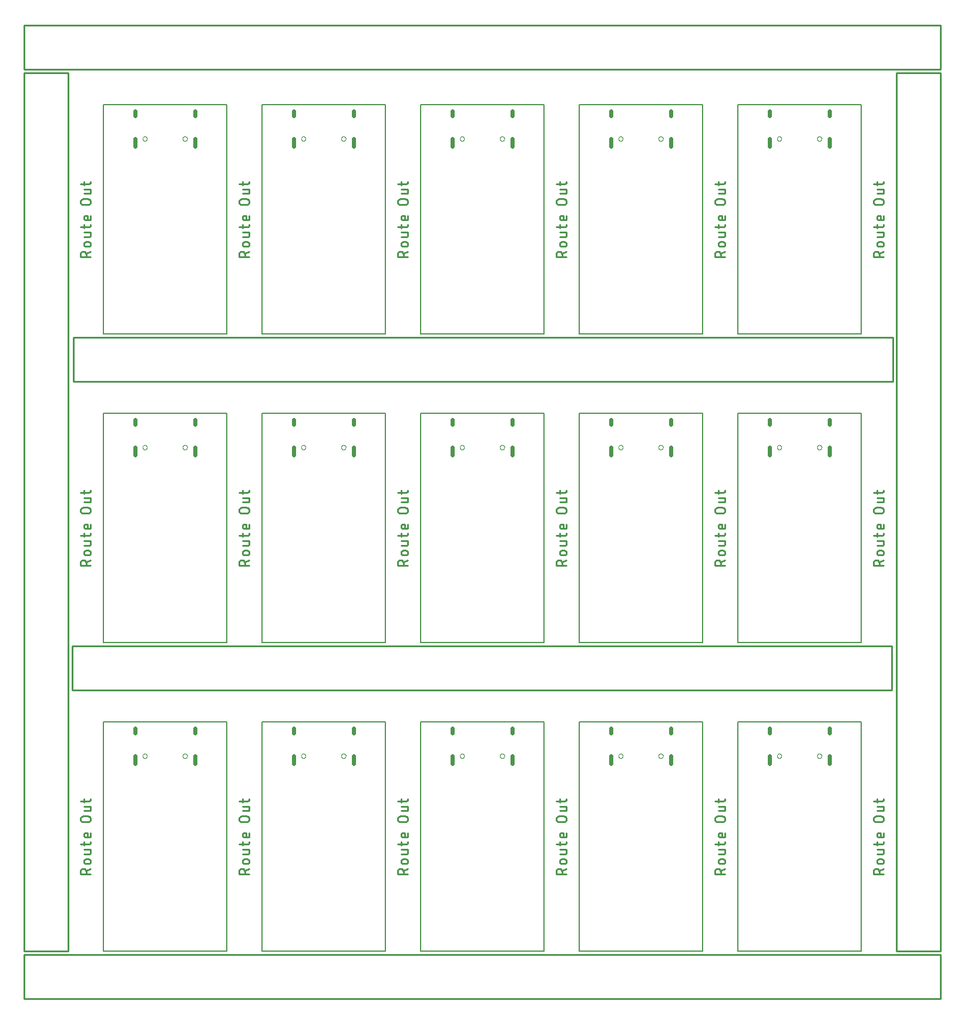
<source format=gko>
G04 EAGLE Gerber RS-274X export*
G75*
%MOMM*%
%FSLAX34Y34*%
%LPD*%
%IN*%
%IPPOS*%
%AMOC8*
5,1,8,0,0,1.08239X$1,22.5*%
G01*
%ADD10C,0.203200*%
%ADD11C,0.279400*%
%ADD12C,0.254000*%
%ADD13C,0.000000*%
%ADD14C,0.600000*%


D10*
X0Y220980D02*
X0Y-109220D01*
X177800Y-109220D01*
X177800Y220980D01*
X0Y220980D01*
D11*
X-17907Y1384D02*
X-32893Y1384D01*
X-32893Y5547D01*
X-32891Y5675D01*
X-32885Y5803D01*
X-32875Y5931D01*
X-32861Y6059D01*
X-32844Y6186D01*
X-32822Y6312D01*
X-32797Y6438D01*
X-32767Y6562D01*
X-32734Y6686D01*
X-32697Y6809D01*
X-32656Y6931D01*
X-32612Y7051D01*
X-32564Y7170D01*
X-32512Y7287D01*
X-32457Y7403D01*
X-32398Y7516D01*
X-32335Y7629D01*
X-32269Y7739D01*
X-32200Y7846D01*
X-32128Y7952D01*
X-32052Y8056D01*
X-31973Y8157D01*
X-31891Y8256D01*
X-31806Y8352D01*
X-31719Y8445D01*
X-31628Y8536D01*
X-31535Y8623D01*
X-31439Y8708D01*
X-31340Y8790D01*
X-31239Y8869D01*
X-31135Y8945D01*
X-31029Y9017D01*
X-30922Y9086D01*
X-30811Y9152D01*
X-30699Y9215D01*
X-30586Y9274D01*
X-30470Y9329D01*
X-30353Y9381D01*
X-30234Y9429D01*
X-30114Y9473D01*
X-29992Y9514D01*
X-29869Y9551D01*
X-29745Y9584D01*
X-29621Y9614D01*
X-29495Y9639D01*
X-29369Y9661D01*
X-29242Y9678D01*
X-29114Y9692D01*
X-28986Y9702D01*
X-28858Y9708D01*
X-28730Y9710D01*
X-28602Y9708D01*
X-28474Y9702D01*
X-28346Y9692D01*
X-28218Y9678D01*
X-28091Y9661D01*
X-27965Y9639D01*
X-27839Y9614D01*
X-27715Y9584D01*
X-27591Y9551D01*
X-27468Y9514D01*
X-27346Y9473D01*
X-27226Y9429D01*
X-27107Y9381D01*
X-26990Y9329D01*
X-26874Y9274D01*
X-26761Y9215D01*
X-26649Y9152D01*
X-26538Y9086D01*
X-26431Y9017D01*
X-26325Y8945D01*
X-26221Y8869D01*
X-26120Y8790D01*
X-26021Y8708D01*
X-25925Y8623D01*
X-25832Y8536D01*
X-25741Y8445D01*
X-25654Y8352D01*
X-25569Y8256D01*
X-25487Y8157D01*
X-25408Y8056D01*
X-25332Y7952D01*
X-25260Y7846D01*
X-25191Y7739D01*
X-25125Y7629D01*
X-25062Y7516D01*
X-25003Y7403D01*
X-24948Y7287D01*
X-24896Y7170D01*
X-24848Y7051D01*
X-24804Y6931D01*
X-24763Y6809D01*
X-24726Y6686D01*
X-24693Y6562D01*
X-24663Y6438D01*
X-24638Y6312D01*
X-24616Y6186D01*
X-24599Y6059D01*
X-24585Y5931D01*
X-24575Y5803D01*
X-24569Y5675D01*
X-24567Y5547D01*
X-24567Y1384D01*
X-24567Y6379D02*
X-17907Y9709D01*
X-21237Y16668D02*
X-24567Y16668D01*
X-24681Y16670D01*
X-24794Y16676D01*
X-24908Y16685D01*
X-25020Y16699D01*
X-25133Y16716D01*
X-25245Y16738D01*
X-25355Y16763D01*
X-25465Y16791D01*
X-25574Y16824D01*
X-25682Y16860D01*
X-25789Y16900D01*
X-25894Y16944D01*
X-25997Y16991D01*
X-26099Y17041D01*
X-26199Y17095D01*
X-26297Y17153D01*
X-26393Y17214D01*
X-26487Y17277D01*
X-26579Y17345D01*
X-26669Y17415D01*
X-26755Y17488D01*
X-26840Y17564D01*
X-26922Y17643D01*
X-27001Y17725D01*
X-27077Y17810D01*
X-27150Y17896D01*
X-27220Y17986D01*
X-27288Y18078D01*
X-27351Y18172D01*
X-27412Y18268D01*
X-27470Y18366D01*
X-27524Y18466D01*
X-27574Y18568D01*
X-27621Y18671D01*
X-27665Y18776D01*
X-27705Y18883D01*
X-27741Y18991D01*
X-27774Y19100D01*
X-27802Y19210D01*
X-27827Y19320D01*
X-27849Y19432D01*
X-27866Y19545D01*
X-27880Y19657D01*
X-27889Y19771D01*
X-27895Y19884D01*
X-27897Y19998D01*
X-27895Y20112D01*
X-27889Y20225D01*
X-27880Y20339D01*
X-27866Y20451D01*
X-27849Y20564D01*
X-27827Y20676D01*
X-27802Y20786D01*
X-27774Y20896D01*
X-27741Y21005D01*
X-27705Y21113D01*
X-27665Y21220D01*
X-27621Y21325D01*
X-27574Y21428D01*
X-27524Y21530D01*
X-27470Y21630D01*
X-27412Y21728D01*
X-27351Y21824D01*
X-27288Y21918D01*
X-27220Y22010D01*
X-27150Y22100D01*
X-27077Y22186D01*
X-27001Y22271D01*
X-26922Y22353D01*
X-26840Y22432D01*
X-26755Y22508D01*
X-26669Y22581D01*
X-26579Y22651D01*
X-26487Y22719D01*
X-26393Y22782D01*
X-26297Y22843D01*
X-26199Y22901D01*
X-26099Y22955D01*
X-25997Y23005D01*
X-25894Y23052D01*
X-25789Y23096D01*
X-25682Y23136D01*
X-25574Y23172D01*
X-25465Y23205D01*
X-25355Y23233D01*
X-25245Y23258D01*
X-25133Y23280D01*
X-25020Y23297D01*
X-24908Y23311D01*
X-24794Y23320D01*
X-24681Y23326D01*
X-24567Y23328D01*
X-21237Y23328D01*
X-21123Y23326D01*
X-21010Y23320D01*
X-20896Y23311D01*
X-20784Y23297D01*
X-20671Y23280D01*
X-20559Y23258D01*
X-20449Y23233D01*
X-20339Y23205D01*
X-20230Y23172D01*
X-20122Y23136D01*
X-20015Y23096D01*
X-19910Y23052D01*
X-19807Y23005D01*
X-19705Y22955D01*
X-19605Y22901D01*
X-19507Y22843D01*
X-19411Y22782D01*
X-19317Y22719D01*
X-19225Y22651D01*
X-19135Y22581D01*
X-19049Y22508D01*
X-18964Y22432D01*
X-18882Y22353D01*
X-18803Y22271D01*
X-18727Y22186D01*
X-18654Y22100D01*
X-18584Y22010D01*
X-18516Y21918D01*
X-18453Y21824D01*
X-18392Y21728D01*
X-18334Y21630D01*
X-18280Y21530D01*
X-18230Y21428D01*
X-18183Y21325D01*
X-18139Y21220D01*
X-18099Y21113D01*
X-18063Y21005D01*
X-18030Y20896D01*
X-18002Y20786D01*
X-17977Y20676D01*
X-17955Y20564D01*
X-17938Y20451D01*
X-17924Y20339D01*
X-17915Y20225D01*
X-17909Y20112D01*
X-17907Y19998D01*
X-17909Y19884D01*
X-17915Y19771D01*
X-17924Y19657D01*
X-17938Y19545D01*
X-17955Y19432D01*
X-17977Y19320D01*
X-18002Y19210D01*
X-18030Y19100D01*
X-18063Y18991D01*
X-18099Y18883D01*
X-18139Y18776D01*
X-18183Y18671D01*
X-18230Y18568D01*
X-18280Y18466D01*
X-18334Y18366D01*
X-18392Y18268D01*
X-18453Y18172D01*
X-18516Y18078D01*
X-18584Y17986D01*
X-18654Y17896D01*
X-18727Y17810D01*
X-18803Y17725D01*
X-18882Y17643D01*
X-18964Y17564D01*
X-19049Y17488D01*
X-19135Y17415D01*
X-19225Y17345D01*
X-19317Y17277D01*
X-19411Y17214D01*
X-19507Y17153D01*
X-19605Y17095D01*
X-19705Y17041D01*
X-19807Y16991D01*
X-19910Y16944D01*
X-20015Y16900D01*
X-20122Y16860D01*
X-20230Y16824D01*
X-20339Y16791D01*
X-20449Y16763D01*
X-20559Y16738D01*
X-20671Y16716D01*
X-20784Y16699D01*
X-20896Y16685D01*
X-21010Y16676D01*
X-21123Y16670D01*
X-21237Y16668D01*
X-20405Y30736D02*
X-27898Y30736D01*
X-20405Y30735D02*
X-20307Y30737D01*
X-20209Y30743D01*
X-20111Y30752D01*
X-20014Y30766D01*
X-19918Y30783D01*
X-19822Y30804D01*
X-19727Y30829D01*
X-19633Y30857D01*
X-19540Y30889D01*
X-19449Y30925D01*
X-19359Y30964D01*
X-19271Y31007D01*
X-19184Y31054D01*
X-19100Y31103D01*
X-19017Y31156D01*
X-18937Y31212D01*
X-18859Y31271D01*
X-18783Y31334D01*
X-18709Y31399D01*
X-18639Y31467D01*
X-18571Y31537D01*
X-18506Y31611D01*
X-18443Y31687D01*
X-18384Y31765D01*
X-18328Y31845D01*
X-18275Y31928D01*
X-18226Y32012D01*
X-18179Y32099D01*
X-18136Y32187D01*
X-18097Y32277D01*
X-18061Y32368D01*
X-18029Y32461D01*
X-18001Y32555D01*
X-17976Y32650D01*
X-17955Y32746D01*
X-17938Y32842D01*
X-17924Y32939D01*
X-17915Y33037D01*
X-17909Y33135D01*
X-17907Y33233D01*
X-17907Y37396D01*
X-27898Y37396D01*
X-27898Y43377D02*
X-27898Y48372D01*
X-32893Y45042D02*
X-20405Y45042D01*
X-20307Y45044D01*
X-20209Y45050D01*
X-20111Y45059D01*
X-20014Y45073D01*
X-19918Y45090D01*
X-19822Y45111D01*
X-19727Y45136D01*
X-19633Y45164D01*
X-19540Y45196D01*
X-19449Y45232D01*
X-19359Y45271D01*
X-19271Y45314D01*
X-19184Y45361D01*
X-19100Y45410D01*
X-19017Y45463D01*
X-18937Y45519D01*
X-18859Y45578D01*
X-18783Y45641D01*
X-18709Y45706D01*
X-18639Y45774D01*
X-18571Y45844D01*
X-18506Y45918D01*
X-18443Y45994D01*
X-18384Y46072D01*
X-18328Y46152D01*
X-18275Y46235D01*
X-18226Y46319D01*
X-18179Y46406D01*
X-18136Y46494D01*
X-18097Y46584D01*
X-18061Y46675D01*
X-18029Y46768D01*
X-18001Y46862D01*
X-17976Y46957D01*
X-17955Y47053D01*
X-17938Y47149D01*
X-17924Y47246D01*
X-17915Y47344D01*
X-17909Y47442D01*
X-17907Y47540D01*
X-17907Y48372D01*
X-17907Y57201D02*
X-17907Y61364D01*
X-17907Y57201D02*
X-17909Y57103D01*
X-17915Y57005D01*
X-17924Y56907D01*
X-17938Y56810D01*
X-17955Y56714D01*
X-17976Y56618D01*
X-18001Y56523D01*
X-18029Y56429D01*
X-18061Y56336D01*
X-18097Y56245D01*
X-18136Y56155D01*
X-18179Y56067D01*
X-18226Y55980D01*
X-18275Y55896D01*
X-18328Y55813D01*
X-18384Y55733D01*
X-18443Y55655D01*
X-18506Y55579D01*
X-18571Y55505D01*
X-18639Y55435D01*
X-18709Y55367D01*
X-18783Y55302D01*
X-18859Y55239D01*
X-18937Y55180D01*
X-19017Y55124D01*
X-19100Y55071D01*
X-19184Y55022D01*
X-19271Y54975D01*
X-19359Y54932D01*
X-19449Y54893D01*
X-19540Y54857D01*
X-19633Y54825D01*
X-19727Y54797D01*
X-19822Y54772D01*
X-19918Y54751D01*
X-20014Y54734D01*
X-20111Y54720D01*
X-20209Y54711D01*
X-20307Y54705D01*
X-20405Y54703D01*
X-20405Y54704D02*
X-24567Y54704D01*
X-24681Y54706D01*
X-24794Y54712D01*
X-24908Y54721D01*
X-25020Y54735D01*
X-25133Y54752D01*
X-25245Y54774D01*
X-25355Y54799D01*
X-25465Y54827D01*
X-25574Y54860D01*
X-25682Y54896D01*
X-25789Y54936D01*
X-25894Y54980D01*
X-25997Y55027D01*
X-26099Y55077D01*
X-26199Y55131D01*
X-26297Y55189D01*
X-26393Y55250D01*
X-26487Y55313D01*
X-26579Y55381D01*
X-26669Y55451D01*
X-26755Y55524D01*
X-26840Y55600D01*
X-26922Y55679D01*
X-27001Y55761D01*
X-27077Y55846D01*
X-27150Y55932D01*
X-27220Y56022D01*
X-27288Y56114D01*
X-27351Y56208D01*
X-27412Y56304D01*
X-27470Y56402D01*
X-27524Y56502D01*
X-27574Y56604D01*
X-27621Y56707D01*
X-27665Y56812D01*
X-27705Y56919D01*
X-27741Y57027D01*
X-27774Y57136D01*
X-27802Y57246D01*
X-27827Y57356D01*
X-27849Y57468D01*
X-27866Y57581D01*
X-27880Y57693D01*
X-27889Y57807D01*
X-27895Y57920D01*
X-27897Y58034D01*
X-27895Y58148D01*
X-27889Y58261D01*
X-27880Y58375D01*
X-27866Y58487D01*
X-27849Y58600D01*
X-27827Y58712D01*
X-27802Y58822D01*
X-27774Y58932D01*
X-27741Y59041D01*
X-27705Y59149D01*
X-27665Y59256D01*
X-27621Y59361D01*
X-27574Y59464D01*
X-27524Y59566D01*
X-27470Y59666D01*
X-27412Y59764D01*
X-27351Y59860D01*
X-27288Y59954D01*
X-27220Y60046D01*
X-27150Y60136D01*
X-27077Y60222D01*
X-27001Y60307D01*
X-26922Y60389D01*
X-26840Y60468D01*
X-26755Y60544D01*
X-26669Y60617D01*
X-26579Y60687D01*
X-26487Y60755D01*
X-26393Y60818D01*
X-26297Y60879D01*
X-26199Y60937D01*
X-26099Y60991D01*
X-25997Y61041D01*
X-25894Y61088D01*
X-25789Y61132D01*
X-25682Y61172D01*
X-25574Y61208D01*
X-25465Y61241D01*
X-25355Y61269D01*
X-25245Y61294D01*
X-25133Y61316D01*
X-25020Y61333D01*
X-24908Y61347D01*
X-24794Y61356D01*
X-24681Y61362D01*
X-24567Y61364D01*
X-22902Y61364D01*
X-22902Y54704D01*
X-22070Y76797D02*
X-28730Y76797D01*
X-28858Y76799D01*
X-28986Y76805D01*
X-29114Y76815D01*
X-29242Y76829D01*
X-29369Y76846D01*
X-29495Y76868D01*
X-29621Y76893D01*
X-29745Y76923D01*
X-29869Y76956D01*
X-29992Y76993D01*
X-30114Y77034D01*
X-30234Y77078D01*
X-30353Y77126D01*
X-30470Y77178D01*
X-30586Y77233D01*
X-30699Y77292D01*
X-30812Y77355D01*
X-30922Y77421D01*
X-31029Y77490D01*
X-31135Y77562D01*
X-31239Y77638D01*
X-31340Y77717D01*
X-31439Y77799D01*
X-31535Y77884D01*
X-31628Y77971D01*
X-31719Y78062D01*
X-31806Y78155D01*
X-31891Y78251D01*
X-31973Y78350D01*
X-32052Y78451D01*
X-32128Y78555D01*
X-32200Y78661D01*
X-32269Y78768D01*
X-32335Y78879D01*
X-32398Y78991D01*
X-32457Y79104D01*
X-32512Y79220D01*
X-32564Y79337D01*
X-32612Y79456D01*
X-32656Y79576D01*
X-32697Y79698D01*
X-32734Y79821D01*
X-32767Y79945D01*
X-32797Y80069D01*
X-32822Y80195D01*
X-32844Y80321D01*
X-32861Y80448D01*
X-32875Y80576D01*
X-32885Y80704D01*
X-32891Y80832D01*
X-32893Y80960D01*
X-32891Y81088D01*
X-32885Y81216D01*
X-32875Y81344D01*
X-32861Y81472D01*
X-32844Y81599D01*
X-32822Y81725D01*
X-32797Y81851D01*
X-32767Y81975D01*
X-32734Y82099D01*
X-32697Y82222D01*
X-32656Y82344D01*
X-32612Y82464D01*
X-32564Y82583D01*
X-32512Y82700D01*
X-32457Y82816D01*
X-32398Y82929D01*
X-32335Y83042D01*
X-32269Y83152D01*
X-32200Y83259D01*
X-32128Y83365D01*
X-32052Y83469D01*
X-31973Y83570D01*
X-31891Y83669D01*
X-31806Y83765D01*
X-31719Y83858D01*
X-31628Y83949D01*
X-31535Y84036D01*
X-31439Y84121D01*
X-31340Y84203D01*
X-31239Y84282D01*
X-31135Y84358D01*
X-31029Y84430D01*
X-30922Y84499D01*
X-30811Y84565D01*
X-30699Y84628D01*
X-30586Y84687D01*
X-30470Y84742D01*
X-30353Y84794D01*
X-30234Y84842D01*
X-30114Y84886D01*
X-29992Y84927D01*
X-29869Y84964D01*
X-29745Y84997D01*
X-29621Y85027D01*
X-29495Y85052D01*
X-29369Y85074D01*
X-29242Y85091D01*
X-29114Y85105D01*
X-28986Y85115D01*
X-28858Y85121D01*
X-28730Y85123D01*
X-28730Y85122D02*
X-22070Y85122D01*
X-22070Y85123D02*
X-21942Y85121D01*
X-21814Y85115D01*
X-21686Y85105D01*
X-21558Y85091D01*
X-21431Y85074D01*
X-21305Y85052D01*
X-21179Y85027D01*
X-21055Y84997D01*
X-20931Y84964D01*
X-20808Y84927D01*
X-20686Y84886D01*
X-20566Y84842D01*
X-20447Y84794D01*
X-20330Y84742D01*
X-20214Y84687D01*
X-20101Y84628D01*
X-19988Y84565D01*
X-19878Y84499D01*
X-19771Y84430D01*
X-19665Y84358D01*
X-19561Y84282D01*
X-19460Y84203D01*
X-19361Y84121D01*
X-19265Y84036D01*
X-19172Y83949D01*
X-19081Y83858D01*
X-18994Y83765D01*
X-18909Y83669D01*
X-18827Y83570D01*
X-18748Y83469D01*
X-18672Y83365D01*
X-18600Y83259D01*
X-18531Y83152D01*
X-18465Y83041D01*
X-18402Y82929D01*
X-18343Y82816D01*
X-18288Y82700D01*
X-18236Y82583D01*
X-18188Y82464D01*
X-18144Y82344D01*
X-18103Y82222D01*
X-18066Y82099D01*
X-18033Y81975D01*
X-18003Y81851D01*
X-17978Y81725D01*
X-17956Y81599D01*
X-17939Y81472D01*
X-17925Y81344D01*
X-17915Y81216D01*
X-17909Y81088D01*
X-17907Y80960D01*
X-17909Y80832D01*
X-17915Y80704D01*
X-17925Y80576D01*
X-17939Y80448D01*
X-17956Y80321D01*
X-17978Y80195D01*
X-18003Y80069D01*
X-18033Y79945D01*
X-18066Y79821D01*
X-18103Y79698D01*
X-18144Y79576D01*
X-18188Y79456D01*
X-18236Y79337D01*
X-18288Y79220D01*
X-18343Y79104D01*
X-18402Y78991D01*
X-18465Y78878D01*
X-18531Y78768D01*
X-18600Y78661D01*
X-18672Y78555D01*
X-18748Y78451D01*
X-18827Y78350D01*
X-18909Y78251D01*
X-18994Y78155D01*
X-19081Y78062D01*
X-19172Y77971D01*
X-19265Y77884D01*
X-19361Y77799D01*
X-19460Y77717D01*
X-19561Y77638D01*
X-19665Y77562D01*
X-19771Y77490D01*
X-19878Y77421D01*
X-19989Y77355D01*
X-20101Y77292D01*
X-20214Y77233D01*
X-20330Y77178D01*
X-20447Y77126D01*
X-20566Y77078D01*
X-20686Y77034D01*
X-20808Y76993D01*
X-20931Y76956D01*
X-21055Y76923D01*
X-21179Y76893D01*
X-21305Y76868D01*
X-21431Y76846D01*
X-21558Y76829D01*
X-21686Y76815D01*
X-21814Y76805D01*
X-21942Y76799D01*
X-22070Y76797D01*
X-20405Y92739D02*
X-27898Y92739D01*
X-20405Y92739D02*
X-20307Y92741D01*
X-20209Y92747D01*
X-20111Y92756D01*
X-20014Y92770D01*
X-19918Y92787D01*
X-19822Y92808D01*
X-19727Y92833D01*
X-19633Y92861D01*
X-19540Y92893D01*
X-19449Y92929D01*
X-19359Y92968D01*
X-19271Y93011D01*
X-19184Y93058D01*
X-19100Y93107D01*
X-19017Y93160D01*
X-18937Y93216D01*
X-18859Y93275D01*
X-18783Y93338D01*
X-18709Y93403D01*
X-18639Y93471D01*
X-18571Y93541D01*
X-18506Y93615D01*
X-18443Y93691D01*
X-18384Y93769D01*
X-18328Y93849D01*
X-18275Y93932D01*
X-18226Y94016D01*
X-18179Y94103D01*
X-18136Y94191D01*
X-18097Y94281D01*
X-18061Y94372D01*
X-18029Y94465D01*
X-18001Y94559D01*
X-17976Y94654D01*
X-17955Y94750D01*
X-17938Y94846D01*
X-17924Y94943D01*
X-17915Y95041D01*
X-17909Y95139D01*
X-17907Y95237D01*
X-17907Y99400D01*
X-27898Y99400D01*
X-27898Y105381D02*
X-27898Y110376D01*
X-32893Y107046D02*
X-20405Y107046D01*
X-20307Y107048D01*
X-20209Y107054D01*
X-20111Y107063D01*
X-20014Y107077D01*
X-19918Y107094D01*
X-19822Y107115D01*
X-19727Y107140D01*
X-19633Y107168D01*
X-19540Y107200D01*
X-19449Y107236D01*
X-19359Y107275D01*
X-19271Y107318D01*
X-19184Y107365D01*
X-19100Y107414D01*
X-19017Y107467D01*
X-18937Y107523D01*
X-18859Y107582D01*
X-18783Y107645D01*
X-18709Y107710D01*
X-18639Y107778D01*
X-18571Y107848D01*
X-18506Y107922D01*
X-18443Y107998D01*
X-18384Y108076D01*
X-18328Y108156D01*
X-18275Y108239D01*
X-18226Y108323D01*
X-18179Y108410D01*
X-18136Y108498D01*
X-18097Y108588D01*
X-18061Y108679D01*
X-18029Y108772D01*
X-18001Y108866D01*
X-17976Y108961D01*
X-17955Y109057D01*
X-17938Y109153D01*
X-17924Y109250D01*
X-17915Y109348D01*
X-17909Y109446D01*
X-17907Y109544D01*
X-17907Y110376D01*
D10*
X228600Y220980D02*
X228600Y-109220D01*
X406400Y-109220D01*
X406400Y220980D01*
X228600Y220980D01*
D11*
X210693Y1384D02*
X195707Y1384D01*
X195707Y5547D01*
X195709Y5675D01*
X195715Y5803D01*
X195725Y5931D01*
X195739Y6059D01*
X195756Y6186D01*
X195778Y6312D01*
X195803Y6438D01*
X195833Y6562D01*
X195866Y6686D01*
X195903Y6809D01*
X195944Y6931D01*
X195988Y7051D01*
X196036Y7170D01*
X196088Y7287D01*
X196143Y7403D01*
X196202Y7516D01*
X196265Y7629D01*
X196331Y7739D01*
X196400Y7846D01*
X196472Y7952D01*
X196548Y8056D01*
X196627Y8157D01*
X196709Y8256D01*
X196794Y8352D01*
X196881Y8445D01*
X196972Y8536D01*
X197065Y8623D01*
X197161Y8708D01*
X197260Y8790D01*
X197361Y8869D01*
X197465Y8945D01*
X197571Y9017D01*
X197678Y9086D01*
X197789Y9152D01*
X197901Y9215D01*
X198014Y9274D01*
X198130Y9329D01*
X198247Y9381D01*
X198366Y9429D01*
X198486Y9473D01*
X198608Y9514D01*
X198731Y9551D01*
X198855Y9584D01*
X198979Y9614D01*
X199105Y9639D01*
X199231Y9661D01*
X199358Y9678D01*
X199486Y9692D01*
X199614Y9702D01*
X199742Y9708D01*
X199870Y9710D01*
X199998Y9708D01*
X200126Y9702D01*
X200254Y9692D01*
X200382Y9678D01*
X200509Y9661D01*
X200635Y9639D01*
X200761Y9614D01*
X200885Y9584D01*
X201009Y9551D01*
X201132Y9514D01*
X201254Y9473D01*
X201374Y9429D01*
X201493Y9381D01*
X201610Y9329D01*
X201726Y9274D01*
X201839Y9215D01*
X201952Y9152D01*
X202062Y9086D01*
X202169Y9017D01*
X202275Y8945D01*
X202379Y8869D01*
X202480Y8790D01*
X202579Y8708D01*
X202675Y8623D01*
X202768Y8536D01*
X202859Y8445D01*
X202946Y8352D01*
X203031Y8256D01*
X203113Y8157D01*
X203192Y8056D01*
X203268Y7952D01*
X203340Y7846D01*
X203409Y7739D01*
X203475Y7629D01*
X203538Y7516D01*
X203597Y7403D01*
X203652Y7287D01*
X203704Y7170D01*
X203752Y7051D01*
X203796Y6931D01*
X203837Y6809D01*
X203874Y6686D01*
X203907Y6562D01*
X203937Y6438D01*
X203962Y6312D01*
X203984Y6186D01*
X204001Y6059D01*
X204015Y5931D01*
X204025Y5803D01*
X204031Y5675D01*
X204033Y5547D01*
X204033Y1384D01*
X204033Y6379D02*
X210693Y9709D01*
X207363Y16668D02*
X204033Y16668D01*
X203919Y16670D01*
X203806Y16676D01*
X203692Y16685D01*
X203580Y16699D01*
X203467Y16716D01*
X203355Y16738D01*
X203245Y16763D01*
X203135Y16791D01*
X203026Y16824D01*
X202918Y16860D01*
X202811Y16900D01*
X202706Y16944D01*
X202603Y16991D01*
X202501Y17041D01*
X202401Y17095D01*
X202303Y17153D01*
X202207Y17214D01*
X202113Y17277D01*
X202021Y17345D01*
X201931Y17415D01*
X201845Y17488D01*
X201760Y17564D01*
X201678Y17643D01*
X201599Y17725D01*
X201523Y17810D01*
X201450Y17896D01*
X201380Y17986D01*
X201312Y18078D01*
X201249Y18172D01*
X201188Y18268D01*
X201130Y18366D01*
X201076Y18466D01*
X201026Y18568D01*
X200979Y18671D01*
X200935Y18776D01*
X200895Y18883D01*
X200859Y18991D01*
X200826Y19100D01*
X200798Y19210D01*
X200773Y19320D01*
X200751Y19432D01*
X200734Y19545D01*
X200720Y19657D01*
X200711Y19771D01*
X200705Y19884D01*
X200703Y19998D01*
X200705Y20112D01*
X200711Y20225D01*
X200720Y20339D01*
X200734Y20451D01*
X200751Y20564D01*
X200773Y20676D01*
X200798Y20786D01*
X200826Y20896D01*
X200859Y21005D01*
X200895Y21113D01*
X200935Y21220D01*
X200979Y21325D01*
X201026Y21428D01*
X201076Y21530D01*
X201130Y21630D01*
X201188Y21728D01*
X201249Y21824D01*
X201312Y21918D01*
X201380Y22010D01*
X201450Y22100D01*
X201523Y22186D01*
X201599Y22271D01*
X201678Y22353D01*
X201760Y22432D01*
X201845Y22508D01*
X201931Y22581D01*
X202021Y22651D01*
X202113Y22719D01*
X202207Y22782D01*
X202303Y22843D01*
X202401Y22901D01*
X202501Y22955D01*
X202603Y23005D01*
X202706Y23052D01*
X202811Y23096D01*
X202918Y23136D01*
X203026Y23172D01*
X203135Y23205D01*
X203245Y23233D01*
X203355Y23258D01*
X203467Y23280D01*
X203580Y23297D01*
X203692Y23311D01*
X203806Y23320D01*
X203919Y23326D01*
X204033Y23328D01*
X207363Y23328D01*
X207477Y23326D01*
X207590Y23320D01*
X207704Y23311D01*
X207816Y23297D01*
X207929Y23280D01*
X208041Y23258D01*
X208151Y23233D01*
X208261Y23205D01*
X208370Y23172D01*
X208478Y23136D01*
X208585Y23096D01*
X208690Y23052D01*
X208793Y23005D01*
X208895Y22955D01*
X208995Y22901D01*
X209093Y22843D01*
X209189Y22782D01*
X209283Y22719D01*
X209375Y22651D01*
X209465Y22581D01*
X209551Y22508D01*
X209636Y22432D01*
X209718Y22353D01*
X209797Y22271D01*
X209873Y22186D01*
X209946Y22100D01*
X210016Y22010D01*
X210084Y21918D01*
X210147Y21824D01*
X210208Y21728D01*
X210266Y21630D01*
X210320Y21530D01*
X210370Y21428D01*
X210417Y21325D01*
X210461Y21220D01*
X210501Y21113D01*
X210537Y21005D01*
X210570Y20896D01*
X210598Y20786D01*
X210623Y20676D01*
X210645Y20564D01*
X210662Y20451D01*
X210676Y20339D01*
X210685Y20225D01*
X210691Y20112D01*
X210693Y19998D01*
X210691Y19884D01*
X210685Y19771D01*
X210676Y19657D01*
X210662Y19545D01*
X210645Y19432D01*
X210623Y19320D01*
X210598Y19210D01*
X210570Y19100D01*
X210537Y18991D01*
X210501Y18883D01*
X210461Y18776D01*
X210417Y18671D01*
X210370Y18568D01*
X210320Y18466D01*
X210266Y18366D01*
X210208Y18268D01*
X210147Y18172D01*
X210084Y18078D01*
X210016Y17986D01*
X209946Y17896D01*
X209873Y17810D01*
X209797Y17725D01*
X209718Y17643D01*
X209636Y17564D01*
X209551Y17488D01*
X209465Y17415D01*
X209375Y17345D01*
X209283Y17277D01*
X209189Y17214D01*
X209093Y17153D01*
X208995Y17095D01*
X208895Y17041D01*
X208793Y16991D01*
X208690Y16944D01*
X208585Y16900D01*
X208478Y16860D01*
X208370Y16824D01*
X208261Y16791D01*
X208151Y16763D01*
X208041Y16738D01*
X207929Y16716D01*
X207816Y16699D01*
X207704Y16685D01*
X207590Y16676D01*
X207477Y16670D01*
X207363Y16668D01*
X208195Y30736D02*
X200702Y30736D01*
X208195Y30735D02*
X208293Y30737D01*
X208391Y30743D01*
X208489Y30752D01*
X208586Y30766D01*
X208682Y30783D01*
X208778Y30804D01*
X208873Y30829D01*
X208967Y30857D01*
X209060Y30889D01*
X209151Y30925D01*
X209241Y30964D01*
X209329Y31007D01*
X209416Y31054D01*
X209500Y31103D01*
X209583Y31156D01*
X209663Y31212D01*
X209742Y31271D01*
X209817Y31334D01*
X209891Y31399D01*
X209961Y31467D01*
X210029Y31537D01*
X210095Y31611D01*
X210157Y31687D01*
X210216Y31765D01*
X210272Y31845D01*
X210325Y31928D01*
X210375Y32012D01*
X210421Y32099D01*
X210464Y32187D01*
X210503Y32277D01*
X210539Y32368D01*
X210571Y32461D01*
X210599Y32555D01*
X210624Y32650D01*
X210645Y32746D01*
X210662Y32842D01*
X210676Y32939D01*
X210685Y33037D01*
X210691Y33135D01*
X210693Y33233D01*
X210693Y37396D01*
X200702Y37396D01*
X200702Y43377D02*
X200702Y48372D01*
X195707Y45042D02*
X208195Y45042D01*
X208293Y45044D01*
X208391Y45050D01*
X208489Y45059D01*
X208586Y45073D01*
X208682Y45090D01*
X208778Y45111D01*
X208873Y45136D01*
X208967Y45164D01*
X209060Y45196D01*
X209151Y45232D01*
X209241Y45271D01*
X209329Y45314D01*
X209416Y45361D01*
X209500Y45410D01*
X209583Y45463D01*
X209663Y45519D01*
X209742Y45578D01*
X209817Y45641D01*
X209891Y45706D01*
X209961Y45774D01*
X210029Y45844D01*
X210095Y45918D01*
X210157Y45994D01*
X210216Y46072D01*
X210272Y46152D01*
X210325Y46235D01*
X210375Y46319D01*
X210421Y46406D01*
X210464Y46494D01*
X210503Y46584D01*
X210539Y46675D01*
X210571Y46768D01*
X210599Y46862D01*
X210624Y46957D01*
X210645Y47053D01*
X210662Y47149D01*
X210676Y47246D01*
X210685Y47344D01*
X210691Y47442D01*
X210693Y47540D01*
X210693Y48372D01*
X210693Y57201D02*
X210693Y61364D01*
X210693Y57201D02*
X210691Y57103D01*
X210685Y57005D01*
X210676Y56907D01*
X210662Y56810D01*
X210645Y56714D01*
X210624Y56618D01*
X210599Y56523D01*
X210571Y56429D01*
X210539Y56336D01*
X210503Y56245D01*
X210464Y56155D01*
X210421Y56067D01*
X210374Y55980D01*
X210325Y55896D01*
X210272Y55813D01*
X210216Y55733D01*
X210157Y55655D01*
X210095Y55579D01*
X210029Y55505D01*
X209961Y55435D01*
X209891Y55367D01*
X209817Y55302D01*
X209742Y55239D01*
X209663Y55180D01*
X209583Y55124D01*
X209500Y55071D01*
X209416Y55022D01*
X209329Y54975D01*
X209241Y54932D01*
X209151Y54893D01*
X209060Y54857D01*
X208967Y54825D01*
X208873Y54797D01*
X208778Y54772D01*
X208682Y54751D01*
X208586Y54734D01*
X208489Y54720D01*
X208391Y54711D01*
X208293Y54705D01*
X208195Y54703D01*
X208195Y54704D02*
X204033Y54704D01*
X203919Y54706D01*
X203806Y54712D01*
X203692Y54721D01*
X203580Y54735D01*
X203467Y54752D01*
X203355Y54774D01*
X203245Y54799D01*
X203135Y54827D01*
X203026Y54860D01*
X202918Y54896D01*
X202811Y54936D01*
X202706Y54980D01*
X202603Y55027D01*
X202501Y55077D01*
X202401Y55131D01*
X202303Y55189D01*
X202207Y55250D01*
X202113Y55313D01*
X202021Y55381D01*
X201931Y55451D01*
X201845Y55524D01*
X201760Y55600D01*
X201678Y55679D01*
X201599Y55761D01*
X201523Y55846D01*
X201450Y55932D01*
X201380Y56022D01*
X201312Y56114D01*
X201249Y56208D01*
X201188Y56304D01*
X201130Y56402D01*
X201076Y56502D01*
X201026Y56604D01*
X200979Y56707D01*
X200935Y56812D01*
X200895Y56919D01*
X200859Y57027D01*
X200826Y57136D01*
X200798Y57246D01*
X200773Y57356D01*
X200751Y57468D01*
X200734Y57581D01*
X200720Y57693D01*
X200711Y57807D01*
X200705Y57920D01*
X200703Y58034D01*
X200705Y58148D01*
X200711Y58261D01*
X200720Y58375D01*
X200734Y58487D01*
X200751Y58600D01*
X200773Y58712D01*
X200798Y58822D01*
X200826Y58932D01*
X200859Y59041D01*
X200895Y59149D01*
X200935Y59256D01*
X200979Y59361D01*
X201026Y59464D01*
X201076Y59566D01*
X201130Y59666D01*
X201188Y59764D01*
X201249Y59860D01*
X201312Y59954D01*
X201380Y60046D01*
X201450Y60136D01*
X201523Y60222D01*
X201599Y60307D01*
X201678Y60389D01*
X201760Y60468D01*
X201845Y60544D01*
X201931Y60617D01*
X202021Y60687D01*
X202113Y60755D01*
X202207Y60818D01*
X202303Y60879D01*
X202401Y60937D01*
X202501Y60991D01*
X202603Y61041D01*
X202706Y61088D01*
X202811Y61132D01*
X202918Y61172D01*
X203026Y61208D01*
X203135Y61241D01*
X203245Y61269D01*
X203355Y61294D01*
X203467Y61316D01*
X203580Y61333D01*
X203692Y61347D01*
X203806Y61356D01*
X203919Y61362D01*
X204033Y61364D01*
X205698Y61364D01*
X205698Y54704D01*
X206530Y76797D02*
X199870Y76797D01*
X199742Y76799D01*
X199614Y76805D01*
X199486Y76815D01*
X199358Y76829D01*
X199231Y76846D01*
X199105Y76868D01*
X198979Y76893D01*
X198855Y76923D01*
X198731Y76956D01*
X198608Y76993D01*
X198486Y77034D01*
X198366Y77078D01*
X198247Y77126D01*
X198130Y77178D01*
X198014Y77233D01*
X197901Y77292D01*
X197788Y77355D01*
X197678Y77421D01*
X197571Y77490D01*
X197465Y77562D01*
X197361Y77638D01*
X197260Y77717D01*
X197161Y77799D01*
X197065Y77884D01*
X196972Y77971D01*
X196881Y78062D01*
X196794Y78155D01*
X196709Y78251D01*
X196627Y78350D01*
X196548Y78451D01*
X196472Y78555D01*
X196400Y78661D01*
X196331Y78768D01*
X196265Y78879D01*
X196202Y78991D01*
X196143Y79104D01*
X196088Y79220D01*
X196036Y79337D01*
X195988Y79456D01*
X195944Y79576D01*
X195903Y79698D01*
X195866Y79821D01*
X195833Y79945D01*
X195803Y80069D01*
X195778Y80195D01*
X195756Y80321D01*
X195739Y80448D01*
X195725Y80576D01*
X195715Y80704D01*
X195709Y80832D01*
X195707Y80960D01*
X195709Y81088D01*
X195715Y81216D01*
X195725Y81344D01*
X195739Y81472D01*
X195756Y81599D01*
X195778Y81725D01*
X195803Y81851D01*
X195833Y81975D01*
X195866Y82099D01*
X195903Y82222D01*
X195944Y82344D01*
X195988Y82464D01*
X196036Y82583D01*
X196088Y82700D01*
X196143Y82816D01*
X196202Y82929D01*
X196265Y83042D01*
X196331Y83152D01*
X196400Y83259D01*
X196472Y83365D01*
X196548Y83469D01*
X196627Y83570D01*
X196709Y83669D01*
X196794Y83765D01*
X196881Y83858D01*
X196972Y83949D01*
X197065Y84036D01*
X197161Y84121D01*
X197260Y84203D01*
X197361Y84282D01*
X197465Y84358D01*
X197571Y84430D01*
X197678Y84499D01*
X197789Y84565D01*
X197901Y84628D01*
X198014Y84687D01*
X198130Y84742D01*
X198247Y84794D01*
X198366Y84842D01*
X198486Y84886D01*
X198608Y84927D01*
X198731Y84964D01*
X198855Y84997D01*
X198979Y85027D01*
X199105Y85052D01*
X199231Y85074D01*
X199358Y85091D01*
X199486Y85105D01*
X199614Y85115D01*
X199742Y85121D01*
X199870Y85123D01*
X199870Y85122D02*
X206530Y85122D01*
X206530Y85123D02*
X206658Y85121D01*
X206786Y85115D01*
X206914Y85105D01*
X207042Y85091D01*
X207169Y85074D01*
X207295Y85052D01*
X207421Y85027D01*
X207545Y84997D01*
X207669Y84964D01*
X207792Y84927D01*
X207914Y84886D01*
X208034Y84842D01*
X208153Y84794D01*
X208270Y84742D01*
X208386Y84687D01*
X208499Y84628D01*
X208612Y84565D01*
X208722Y84499D01*
X208829Y84430D01*
X208935Y84358D01*
X209039Y84282D01*
X209140Y84203D01*
X209239Y84121D01*
X209335Y84036D01*
X209428Y83949D01*
X209519Y83858D01*
X209606Y83765D01*
X209691Y83669D01*
X209773Y83570D01*
X209852Y83469D01*
X209928Y83365D01*
X210000Y83259D01*
X210069Y83152D01*
X210135Y83041D01*
X210198Y82929D01*
X210257Y82816D01*
X210312Y82700D01*
X210364Y82583D01*
X210412Y82464D01*
X210456Y82344D01*
X210497Y82222D01*
X210534Y82099D01*
X210567Y81975D01*
X210597Y81851D01*
X210622Y81725D01*
X210644Y81599D01*
X210661Y81472D01*
X210675Y81344D01*
X210685Y81216D01*
X210691Y81088D01*
X210693Y80960D01*
X210691Y80832D01*
X210685Y80704D01*
X210675Y80576D01*
X210661Y80448D01*
X210644Y80321D01*
X210622Y80195D01*
X210597Y80069D01*
X210567Y79945D01*
X210534Y79821D01*
X210497Y79698D01*
X210456Y79576D01*
X210412Y79456D01*
X210364Y79337D01*
X210312Y79220D01*
X210257Y79104D01*
X210198Y78991D01*
X210135Y78878D01*
X210069Y78768D01*
X210000Y78661D01*
X209928Y78555D01*
X209852Y78451D01*
X209773Y78350D01*
X209691Y78251D01*
X209606Y78155D01*
X209519Y78062D01*
X209428Y77971D01*
X209335Y77884D01*
X209239Y77799D01*
X209140Y77717D01*
X209039Y77638D01*
X208935Y77562D01*
X208829Y77490D01*
X208722Y77421D01*
X208612Y77355D01*
X208499Y77292D01*
X208386Y77233D01*
X208270Y77178D01*
X208153Y77126D01*
X208034Y77078D01*
X207914Y77034D01*
X207792Y76993D01*
X207669Y76956D01*
X207545Y76923D01*
X207421Y76893D01*
X207295Y76868D01*
X207169Y76846D01*
X207042Y76829D01*
X206914Y76815D01*
X206786Y76805D01*
X206658Y76799D01*
X206530Y76797D01*
X208195Y92739D02*
X200702Y92739D01*
X208195Y92739D02*
X208293Y92741D01*
X208391Y92747D01*
X208489Y92756D01*
X208586Y92770D01*
X208682Y92787D01*
X208778Y92808D01*
X208873Y92833D01*
X208967Y92861D01*
X209060Y92893D01*
X209151Y92929D01*
X209241Y92968D01*
X209329Y93011D01*
X209416Y93058D01*
X209500Y93107D01*
X209583Y93160D01*
X209663Y93216D01*
X209742Y93275D01*
X209817Y93338D01*
X209891Y93403D01*
X209961Y93471D01*
X210029Y93541D01*
X210095Y93615D01*
X210157Y93691D01*
X210216Y93769D01*
X210272Y93849D01*
X210325Y93932D01*
X210375Y94016D01*
X210421Y94103D01*
X210464Y94191D01*
X210503Y94281D01*
X210539Y94372D01*
X210571Y94465D01*
X210599Y94559D01*
X210624Y94654D01*
X210645Y94750D01*
X210662Y94846D01*
X210676Y94943D01*
X210685Y95041D01*
X210691Y95139D01*
X210693Y95237D01*
X210693Y99400D01*
X200702Y99400D01*
X200702Y105381D02*
X200702Y110376D01*
X195707Y107046D02*
X208195Y107046D01*
X208195Y107045D02*
X208293Y107047D01*
X208391Y107053D01*
X208489Y107062D01*
X208586Y107076D01*
X208682Y107093D01*
X208778Y107114D01*
X208873Y107139D01*
X208967Y107167D01*
X209060Y107199D01*
X209151Y107235D01*
X209241Y107274D01*
X209329Y107317D01*
X209416Y107364D01*
X209500Y107413D01*
X209583Y107466D01*
X209663Y107522D01*
X209742Y107581D01*
X209817Y107644D01*
X209891Y107709D01*
X209961Y107777D01*
X210029Y107847D01*
X210095Y107921D01*
X210157Y107997D01*
X210216Y108075D01*
X210272Y108155D01*
X210325Y108238D01*
X210375Y108322D01*
X210421Y108409D01*
X210464Y108497D01*
X210503Y108587D01*
X210539Y108678D01*
X210571Y108771D01*
X210599Y108865D01*
X210624Y108960D01*
X210645Y109056D01*
X210662Y109152D01*
X210676Y109249D01*
X210685Y109347D01*
X210691Y109445D01*
X210693Y109543D01*
X210693Y109544D02*
X210693Y110376D01*
D10*
X457200Y220980D02*
X457200Y-109220D01*
X635000Y-109220D01*
X635000Y220980D01*
X457200Y220980D01*
D11*
X439293Y1384D02*
X424307Y1384D01*
X424307Y5547D01*
X424309Y5675D01*
X424315Y5803D01*
X424325Y5931D01*
X424339Y6059D01*
X424356Y6186D01*
X424378Y6312D01*
X424403Y6438D01*
X424433Y6562D01*
X424466Y6686D01*
X424503Y6809D01*
X424544Y6931D01*
X424588Y7051D01*
X424636Y7170D01*
X424688Y7287D01*
X424743Y7403D01*
X424802Y7516D01*
X424865Y7629D01*
X424931Y7739D01*
X425000Y7846D01*
X425072Y7952D01*
X425148Y8056D01*
X425227Y8157D01*
X425309Y8256D01*
X425394Y8352D01*
X425481Y8445D01*
X425572Y8536D01*
X425665Y8623D01*
X425761Y8708D01*
X425860Y8790D01*
X425961Y8869D01*
X426065Y8945D01*
X426171Y9017D01*
X426278Y9086D01*
X426389Y9152D01*
X426501Y9215D01*
X426614Y9274D01*
X426730Y9329D01*
X426847Y9381D01*
X426966Y9429D01*
X427086Y9473D01*
X427208Y9514D01*
X427331Y9551D01*
X427455Y9584D01*
X427579Y9614D01*
X427705Y9639D01*
X427831Y9661D01*
X427958Y9678D01*
X428086Y9692D01*
X428214Y9702D01*
X428342Y9708D01*
X428470Y9710D01*
X428598Y9708D01*
X428726Y9702D01*
X428854Y9692D01*
X428982Y9678D01*
X429109Y9661D01*
X429235Y9639D01*
X429361Y9614D01*
X429485Y9584D01*
X429609Y9551D01*
X429732Y9514D01*
X429854Y9473D01*
X429974Y9429D01*
X430093Y9381D01*
X430210Y9329D01*
X430326Y9274D01*
X430439Y9215D01*
X430552Y9152D01*
X430662Y9086D01*
X430769Y9017D01*
X430875Y8945D01*
X430979Y8869D01*
X431080Y8790D01*
X431179Y8708D01*
X431275Y8623D01*
X431368Y8536D01*
X431459Y8445D01*
X431546Y8352D01*
X431631Y8256D01*
X431713Y8157D01*
X431792Y8056D01*
X431868Y7952D01*
X431940Y7846D01*
X432009Y7739D01*
X432075Y7629D01*
X432138Y7516D01*
X432197Y7403D01*
X432252Y7287D01*
X432304Y7170D01*
X432352Y7051D01*
X432396Y6931D01*
X432437Y6809D01*
X432474Y6686D01*
X432507Y6562D01*
X432537Y6438D01*
X432562Y6312D01*
X432584Y6186D01*
X432601Y6059D01*
X432615Y5931D01*
X432625Y5803D01*
X432631Y5675D01*
X432633Y5547D01*
X432633Y1384D01*
X432633Y6379D02*
X439293Y9709D01*
X435963Y16668D02*
X432633Y16668D01*
X432519Y16670D01*
X432406Y16676D01*
X432292Y16685D01*
X432180Y16699D01*
X432067Y16716D01*
X431955Y16738D01*
X431845Y16763D01*
X431735Y16791D01*
X431626Y16824D01*
X431518Y16860D01*
X431411Y16900D01*
X431306Y16944D01*
X431203Y16991D01*
X431101Y17041D01*
X431001Y17095D01*
X430903Y17153D01*
X430807Y17214D01*
X430713Y17277D01*
X430621Y17345D01*
X430531Y17415D01*
X430445Y17488D01*
X430360Y17564D01*
X430278Y17643D01*
X430199Y17725D01*
X430123Y17810D01*
X430050Y17896D01*
X429980Y17986D01*
X429912Y18078D01*
X429849Y18172D01*
X429788Y18268D01*
X429730Y18366D01*
X429676Y18466D01*
X429626Y18568D01*
X429579Y18671D01*
X429535Y18776D01*
X429495Y18883D01*
X429459Y18991D01*
X429426Y19100D01*
X429398Y19210D01*
X429373Y19320D01*
X429351Y19432D01*
X429334Y19545D01*
X429320Y19657D01*
X429311Y19771D01*
X429305Y19884D01*
X429303Y19998D01*
X429305Y20112D01*
X429311Y20225D01*
X429320Y20339D01*
X429334Y20451D01*
X429351Y20564D01*
X429373Y20676D01*
X429398Y20786D01*
X429426Y20896D01*
X429459Y21005D01*
X429495Y21113D01*
X429535Y21220D01*
X429579Y21325D01*
X429626Y21428D01*
X429676Y21530D01*
X429730Y21630D01*
X429788Y21728D01*
X429849Y21824D01*
X429912Y21918D01*
X429980Y22010D01*
X430050Y22100D01*
X430123Y22186D01*
X430199Y22271D01*
X430278Y22353D01*
X430360Y22432D01*
X430445Y22508D01*
X430531Y22581D01*
X430621Y22651D01*
X430713Y22719D01*
X430807Y22782D01*
X430903Y22843D01*
X431001Y22901D01*
X431101Y22955D01*
X431203Y23005D01*
X431306Y23052D01*
X431411Y23096D01*
X431518Y23136D01*
X431626Y23172D01*
X431735Y23205D01*
X431845Y23233D01*
X431955Y23258D01*
X432067Y23280D01*
X432180Y23297D01*
X432292Y23311D01*
X432406Y23320D01*
X432519Y23326D01*
X432633Y23328D01*
X435963Y23328D01*
X436077Y23326D01*
X436190Y23320D01*
X436304Y23311D01*
X436416Y23297D01*
X436529Y23280D01*
X436641Y23258D01*
X436751Y23233D01*
X436861Y23205D01*
X436970Y23172D01*
X437078Y23136D01*
X437185Y23096D01*
X437290Y23052D01*
X437393Y23005D01*
X437495Y22955D01*
X437595Y22901D01*
X437693Y22843D01*
X437789Y22782D01*
X437883Y22719D01*
X437975Y22651D01*
X438065Y22581D01*
X438151Y22508D01*
X438236Y22432D01*
X438318Y22353D01*
X438397Y22271D01*
X438473Y22186D01*
X438546Y22100D01*
X438616Y22010D01*
X438684Y21918D01*
X438747Y21824D01*
X438808Y21728D01*
X438866Y21630D01*
X438920Y21530D01*
X438970Y21428D01*
X439017Y21325D01*
X439061Y21220D01*
X439101Y21113D01*
X439137Y21005D01*
X439170Y20896D01*
X439198Y20786D01*
X439223Y20676D01*
X439245Y20564D01*
X439262Y20451D01*
X439276Y20339D01*
X439285Y20225D01*
X439291Y20112D01*
X439293Y19998D01*
X439291Y19884D01*
X439285Y19771D01*
X439276Y19657D01*
X439262Y19545D01*
X439245Y19432D01*
X439223Y19320D01*
X439198Y19210D01*
X439170Y19100D01*
X439137Y18991D01*
X439101Y18883D01*
X439061Y18776D01*
X439017Y18671D01*
X438970Y18568D01*
X438920Y18466D01*
X438866Y18366D01*
X438808Y18268D01*
X438747Y18172D01*
X438684Y18078D01*
X438616Y17986D01*
X438546Y17896D01*
X438473Y17810D01*
X438397Y17725D01*
X438318Y17643D01*
X438236Y17564D01*
X438151Y17488D01*
X438065Y17415D01*
X437975Y17345D01*
X437883Y17277D01*
X437789Y17214D01*
X437693Y17153D01*
X437595Y17095D01*
X437495Y17041D01*
X437393Y16991D01*
X437290Y16944D01*
X437185Y16900D01*
X437078Y16860D01*
X436970Y16824D01*
X436861Y16791D01*
X436751Y16763D01*
X436641Y16738D01*
X436529Y16716D01*
X436416Y16699D01*
X436304Y16685D01*
X436190Y16676D01*
X436077Y16670D01*
X435963Y16668D01*
X436795Y30736D02*
X429302Y30736D01*
X436795Y30735D02*
X436893Y30737D01*
X436991Y30743D01*
X437089Y30752D01*
X437186Y30766D01*
X437282Y30783D01*
X437378Y30804D01*
X437473Y30829D01*
X437567Y30857D01*
X437660Y30889D01*
X437751Y30925D01*
X437841Y30964D01*
X437929Y31007D01*
X438016Y31054D01*
X438100Y31103D01*
X438183Y31156D01*
X438263Y31212D01*
X438342Y31271D01*
X438417Y31334D01*
X438491Y31399D01*
X438561Y31467D01*
X438629Y31537D01*
X438695Y31611D01*
X438757Y31687D01*
X438816Y31765D01*
X438872Y31845D01*
X438925Y31928D01*
X438975Y32012D01*
X439021Y32099D01*
X439064Y32187D01*
X439103Y32277D01*
X439139Y32368D01*
X439171Y32461D01*
X439199Y32555D01*
X439224Y32650D01*
X439245Y32746D01*
X439262Y32842D01*
X439276Y32939D01*
X439285Y33037D01*
X439291Y33135D01*
X439293Y33233D01*
X439293Y37396D01*
X429302Y37396D01*
X429302Y43377D02*
X429302Y48372D01*
X424307Y45042D02*
X436795Y45042D01*
X436893Y45044D01*
X436991Y45050D01*
X437089Y45059D01*
X437186Y45073D01*
X437282Y45090D01*
X437378Y45111D01*
X437473Y45136D01*
X437567Y45164D01*
X437660Y45196D01*
X437751Y45232D01*
X437841Y45271D01*
X437929Y45314D01*
X438016Y45361D01*
X438100Y45410D01*
X438183Y45463D01*
X438263Y45519D01*
X438342Y45578D01*
X438417Y45641D01*
X438491Y45706D01*
X438561Y45774D01*
X438629Y45844D01*
X438695Y45918D01*
X438757Y45994D01*
X438816Y46072D01*
X438872Y46152D01*
X438925Y46235D01*
X438975Y46319D01*
X439021Y46406D01*
X439064Y46494D01*
X439103Y46584D01*
X439139Y46675D01*
X439171Y46768D01*
X439199Y46862D01*
X439224Y46957D01*
X439245Y47053D01*
X439262Y47149D01*
X439276Y47246D01*
X439285Y47344D01*
X439291Y47442D01*
X439293Y47540D01*
X439293Y48372D01*
X439293Y57201D02*
X439293Y61364D01*
X439293Y57201D02*
X439291Y57103D01*
X439285Y57005D01*
X439276Y56907D01*
X439262Y56810D01*
X439245Y56714D01*
X439224Y56618D01*
X439199Y56523D01*
X439171Y56429D01*
X439139Y56336D01*
X439103Y56245D01*
X439064Y56155D01*
X439021Y56067D01*
X438974Y55980D01*
X438925Y55896D01*
X438872Y55813D01*
X438816Y55733D01*
X438757Y55655D01*
X438695Y55579D01*
X438629Y55505D01*
X438561Y55435D01*
X438491Y55367D01*
X438417Y55302D01*
X438342Y55239D01*
X438263Y55180D01*
X438183Y55124D01*
X438100Y55071D01*
X438016Y55022D01*
X437929Y54975D01*
X437841Y54932D01*
X437751Y54893D01*
X437660Y54857D01*
X437567Y54825D01*
X437473Y54797D01*
X437378Y54772D01*
X437282Y54751D01*
X437186Y54734D01*
X437089Y54720D01*
X436991Y54711D01*
X436893Y54705D01*
X436795Y54703D01*
X436795Y54704D02*
X432633Y54704D01*
X432519Y54706D01*
X432406Y54712D01*
X432292Y54721D01*
X432180Y54735D01*
X432067Y54752D01*
X431955Y54774D01*
X431845Y54799D01*
X431735Y54827D01*
X431626Y54860D01*
X431518Y54896D01*
X431411Y54936D01*
X431306Y54980D01*
X431203Y55027D01*
X431101Y55077D01*
X431001Y55131D01*
X430903Y55189D01*
X430807Y55250D01*
X430713Y55313D01*
X430621Y55381D01*
X430531Y55451D01*
X430445Y55524D01*
X430360Y55600D01*
X430278Y55679D01*
X430199Y55761D01*
X430123Y55846D01*
X430050Y55932D01*
X429980Y56022D01*
X429912Y56114D01*
X429849Y56208D01*
X429788Y56304D01*
X429730Y56402D01*
X429676Y56502D01*
X429626Y56604D01*
X429579Y56707D01*
X429535Y56812D01*
X429495Y56919D01*
X429459Y57027D01*
X429426Y57136D01*
X429398Y57246D01*
X429373Y57356D01*
X429351Y57468D01*
X429334Y57581D01*
X429320Y57693D01*
X429311Y57807D01*
X429305Y57920D01*
X429303Y58034D01*
X429305Y58148D01*
X429311Y58261D01*
X429320Y58375D01*
X429334Y58487D01*
X429351Y58600D01*
X429373Y58712D01*
X429398Y58822D01*
X429426Y58932D01*
X429459Y59041D01*
X429495Y59149D01*
X429535Y59256D01*
X429579Y59361D01*
X429626Y59464D01*
X429676Y59566D01*
X429730Y59666D01*
X429788Y59764D01*
X429849Y59860D01*
X429912Y59954D01*
X429980Y60046D01*
X430050Y60136D01*
X430123Y60222D01*
X430199Y60307D01*
X430278Y60389D01*
X430360Y60468D01*
X430445Y60544D01*
X430531Y60617D01*
X430621Y60687D01*
X430713Y60755D01*
X430807Y60818D01*
X430903Y60879D01*
X431001Y60937D01*
X431101Y60991D01*
X431203Y61041D01*
X431306Y61088D01*
X431411Y61132D01*
X431518Y61172D01*
X431626Y61208D01*
X431735Y61241D01*
X431845Y61269D01*
X431955Y61294D01*
X432067Y61316D01*
X432180Y61333D01*
X432292Y61347D01*
X432406Y61356D01*
X432519Y61362D01*
X432633Y61364D01*
X434298Y61364D01*
X434298Y54704D01*
X435130Y76797D02*
X428470Y76797D01*
X428342Y76799D01*
X428214Y76805D01*
X428086Y76815D01*
X427958Y76829D01*
X427831Y76846D01*
X427705Y76868D01*
X427579Y76893D01*
X427455Y76923D01*
X427331Y76956D01*
X427208Y76993D01*
X427086Y77034D01*
X426966Y77078D01*
X426847Y77126D01*
X426730Y77178D01*
X426614Y77233D01*
X426501Y77292D01*
X426389Y77355D01*
X426278Y77421D01*
X426171Y77490D01*
X426065Y77562D01*
X425961Y77638D01*
X425860Y77717D01*
X425761Y77799D01*
X425665Y77884D01*
X425572Y77971D01*
X425481Y78062D01*
X425394Y78155D01*
X425309Y78251D01*
X425227Y78350D01*
X425148Y78451D01*
X425072Y78555D01*
X425000Y78661D01*
X424931Y78768D01*
X424865Y78879D01*
X424802Y78991D01*
X424743Y79104D01*
X424688Y79220D01*
X424636Y79337D01*
X424588Y79456D01*
X424544Y79576D01*
X424503Y79698D01*
X424466Y79821D01*
X424433Y79945D01*
X424403Y80069D01*
X424378Y80195D01*
X424356Y80321D01*
X424339Y80448D01*
X424325Y80576D01*
X424315Y80704D01*
X424309Y80832D01*
X424307Y80960D01*
X424309Y81088D01*
X424315Y81216D01*
X424325Y81344D01*
X424339Y81472D01*
X424356Y81599D01*
X424378Y81725D01*
X424403Y81851D01*
X424433Y81975D01*
X424466Y82099D01*
X424503Y82222D01*
X424544Y82344D01*
X424588Y82464D01*
X424636Y82583D01*
X424688Y82700D01*
X424743Y82816D01*
X424802Y82929D01*
X424865Y83042D01*
X424931Y83152D01*
X425000Y83259D01*
X425072Y83365D01*
X425148Y83469D01*
X425227Y83570D01*
X425309Y83669D01*
X425394Y83765D01*
X425481Y83858D01*
X425572Y83949D01*
X425665Y84036D01*
X425761Y84121D01*
X425860Y84203D01*
X425961Y84282D01*
X426065Y84358D01*
X426171Y84430D01*
X426278Y84499D01*
X426389Y84565D01*
X426501Y84628D01*
X426614Y84687D01*
X426730Y84742D01*
X426847Y84794D01*
X426966Y84842D01*
X427086Y84886D01*
X427208Y84927D01*
X427331Y84964D01*
X427455Y84997D01*
X427579Y85027D01*
X427705Y85052D01*
X427831Y85074D01*
X427958Y85091D01*
X428086Y85105D01*
X428214Y85115D01*
X428342Y85121D01*
X428470Y85123D01*
X428470Y85122D02*
X435130Y85122D01*
X435130Y85123D02*
X435258Y85121D01*
X435386Y85115D01*
X435514Y85105D01*
X435642Y85091D01*
X435769Y85074D01*
X435895Y85052D01*
X436021Y85027D01*
X436145Y84997D01*
X436269Y84964D01*
X436392Y84927D01*
X436514Y84886D01*
X436634Y84842D01*
X436753Y84794D01*
X436870Y84742D01*
X436986Y84687D01*
X437099Y84628D01*
X437212Y84565D01*
X437322Y84499D01*
X437429Y84430D01*
X437535Y84358D01*
X437639Y84282D01*
X437740Y84203D01*
X437839Y84121D01*
X437935Y84036D01*
X438028Y83949D01*
X438119Y83858D01*
X438206Y83765D01*
X438291Y83669D01*
X438373Y83570D01*
X438452Y83469D01*
X438528Y83365D01*
X438600Y83259D01*
X438669Y83152D01*
X438735Y83041D01*
X438798Y82929D01*
X438857Y82816D01*
X438912Y82700D01*
X438964Y82583D01*
X439012Y82464D01*
X439056Y82344D01*
X439097Y82222D01*
X439134Y82099D01*
X439167Y81975D01*
X439197Y81851D01*
X439222Y81725D01*
X439244Y81599D01*
X439261Y81472D01*
X439275Y81344D01*
X439285Y81216D01*
X439291Y81088D01*
X439293Y80960D01*
X439291Y80832D01*
X439285Y80704D01*
X439275Y80576D01*
X439261Y80448D01*
X439244Y80321D01*
X439222Y80195D01*
X439197Y80069D01*
X439167Y79945D01*
X439134Y79821D01*
X439097Y79698D01*
X439056Y79576D01*
X439012Y79456D01*
X438964Y79337D01*
X438912Y79220D01*
X438857Y79104D01*
X438798Y78991D01*
X438735Y78878D01*
X438669Y78768D01*
X438600Y78661D01*
X438528Y78555D01*
X438452Y78451D01*
X438373Y78350D01*
X438291Y78251D01*
X438206Y78155D01*
X438119Y78062D01*
X438028Y77971D01*
X437935Y77884D01*
X437839Y77799D01*
X437740Y77717D01*
X437639Y77638D01*
X437535Y77562D01*
X437429Y77490D01*
X437322Y77421D01*
X437212Y77355D01*
X437099Y77292D01*
X436986Y77233D01*
X436870Y77178D01*
X436753Y77126D01*
X436634Y77078D01*
X436514Y77034D01*
X436392Y76993D01*
X436269Y76956D01*
X436145Y76923D01*
X436021Y76893D01*
X435895Y76868D01*
X435769Y76846D01*
X435642Y76829D01*
X435514Y76815D01*
X435386Y76805D01*
X435258Y76799D01*
X435130Y76797D01*
X436795Y92739D02*
X429302Y92739D01*
X436795Y92739D02*
X436893Y92741D01*
X436991Y92747D01*
X437089Y92756D01*
X437186Y92770D01*
X437282Y92787D01*
X437378Y92808D01*
X437473Y92833D01*
X437567Y92861D01*
X437660Y92893D01*
X437751Y92929D01*
X437841Y92968D01*
X437929Y93011D01*
X438016Y93058D01*
X438100Y93107D01*
X438183Y93160D01*
X438263Y93216D01*
X438342Y93275D01*
X438417Y93338D01*
X438491Y93403D01*
X438561Y93471D01*
X438629Y93541D01*
X438695Y93615D01*
X438757Y93691D01*
X438816Y93769D01*
X438872Y93849D01*
X438925Y93932D01*
X438975Y94016D01*
X439021Y94103D01*
X439064Y94191D01*
X439103Y94281D01*
X439139Y94372D01*
X439171Y94465D01*
X439199Y94559D01*
X439224Y94654D01*
X439245Y94750D01*
X439262Y94846D01*
X439276Y94943D01*
X439285Y95041D01*
X439291Y95139D01*
X439293Y95237D01*
X439293Y99400D01*
X429302Y99400D01*
X429302Y105381D02*
X429302Y110376D01*
X424307Y107046D02*
X436795Y107046D01*
X436795Y107045D02*
X436893Y107047D01*
X436991Y107053D01*
X437089Y107062D01*
X437186Y107076D01*
X437282Y107093D01*
X437378Y107114D01*
X437473Y107139D01*
X437567Y107167D01*
X437660Y107199D01*
X437751Y107235D01*
X437841Y107274D01*
X437929Y107317D01*
X438016Y107364D01*
X438100Y107413D01*
X438183Y107466D01*
X438263Y107522D01*
X438342Y107581D01*
X438417Y107644D01*
X438491Y107709D01*
X438561Y107777D01*
X438629Y107847D01*
X438695Y107921D01*
X438757Y107997D01*
X438816Y108075D01*
X438872Y108155D01*
X438925Y108238D01*
X438975Y108322D01*
X439021Y108409D01*
X439064Y108497D01*
X439103Y108587D01*
X439139Y108678D01*
X439171Y108771D01*
X439199Y108865D01*
X439224Y108960D01*
X439245Y109056D01*
X439262Y109152D01*
X439276Y109249D01*
X439285Y109347D01*
X439291Y109445D01*
X439293Y109543D01*
X439293Y109544D02*
X439293Y110376D01*
D10*
X685800Y220980D02*
X685800Y-109220D01*
X863600Y-109220D01*
X863600Y220980D01*
X685800Y220980D01*
D11*
X667893Y1384D02*
X652907Y1384D01*
X652907Y5547D01*
X652909Y5675D01*
X652915Y5803D01*
X652925Y5931D01*
X652939Y6059D01*
X652956Y6186D01*
X652978Y6312D01*
X653003Y6438D01*
X653033Y6562D01*
X653066Y6686D01*
X653103Y6809D01*
X653144Y6931D01*
X653188Y7051D01*
X653236Y7170D01*
X653288Y7287D01*
X653343Y7403D01*
X653402Y7516D01*
X653465Y7629D01*
X653531Y7739D01*
X653600Y7846D01*
X653672Y7952D01*
X653748Y8056D01*
X653827Y8157D01*
X653909Y8256D01*
X653994Y8352D01*
X654081Y8445D01*
X654172Y8536D01*
X654265Y8623D01*
X654361Y8708D01*
X654460Y8790D01*
X654561Y8869D01*
X654665Y8945D01*
X654771Y9017D01*
X654878Y9086D01*
X654989Y9152D01*
X655101Y9215D01*
X655214Y9274D01*
X655330Y9329D01*
X655447Y9381D01*
X655566Y9429D01*
X655686Y9473D01*
X655808Y9514D01*
X655931Y9551D01*
X656055Y9584D01*
X656179Y9614D01*
X656305Y9639D01*
X656431Y9661D01*
X656558Y9678D01*
X656686Y9692D01*
X656814Y9702D01*
X656942Y9708D01*
X657070Y9710D01*
X657198Y9708D01*
X657326Y9702D01*
X657454Y9692D01*
X657582Y9678D01*
X657709Y9661D01*
X657835Y9639D01*
X657961Y9614D01*
X658085Y9584D01*
X658209Y9551D01*
X658332Y9514D01*
X658454Y9473D01*
X658574Y9429D01*
X658693Y9381D01*
X658810Y9329D01*
X658926Y9274D01*
X659039Y9215D01*
X659152Y9152D01*
X659262Y9086D01*
X659369Y9017D01*
X659475Y8945D01*
X659579Y8869D01*
X659680Y8790D01*
X659779Y8708D01*
X659875Y8623D01*
X659968Y8536D01*
X660059Y8445D01*
X660146Y8352D01*
X660231Y8256D01*
X660313Y8157D01*
X660392Y8056D01*
X660468Y7952D01*
X660540Y7846D01*
X660609Y7739D01*
X660675Y7629D01*
X660738Y7516D01*
X660797Y7403D01*
X660852Y7287D01*
X660904Y7170D01*
X660952Y7051D01*
X660996Y6931D01*
X661037Y6809D01*
X661074Y6686D01*
X661107Y6562D01*
X661137Y6438D01*
X661162Y6312D01*
X661184Y6186D01*
X661201Y6059D01*
X661215Y5931D01*
X661225Y5803D01*
X661231Y5675D01*
X661233Y5547D01*
X661233Y1384D01*
X661233Y6379D02*
X667893Y9709D01*
X664563Y16668D02*
X661233Y16668D01*
X661119Y16670D01*
X661006Y16676D01*
X660892Y16685D01*
X660780Y16699D01*
X660667Y16716D01*
X660555Y16738D01*
X660445Y16763D01*
X660335Y16791D01*
X660226Y16824D01*
X660118Y16860D01*
X660011Y16900D01*
X659906Y16944D01*
X659803Y16991D01*
X659701Y17041D01*
X659601Y17095D01*
X659503Y17153D01*
X659407Y17214D01*
X659313Y17277D01*
X659221Y17345D01*
X659131Y17415D01*
X659045Y17488D01*
X658960Y17564D01*
X658878Y17643D01*
X658799Y17725D01*
X658723Y17810D01*
X658650Y17896D01*
X658580Y17986D01*
X658512Y18078D01*
X658449Y18172D01*
X658388Y18268D01*
X658330Y18366D01*
X658276Y18466D01*
X658226Y18568D01*
X658179Y18671D01*
X658135Y18776D01*
X658095Y18883D01*
X658059Y18991D01*
X658026Y19100D01*
X657998Y19210D01*
X657973Y19320D01*
X657951Y19432D01*
X657934Y19545D01*
X657920Y19657D01*
X657911Y19771D01*
X657905Y19884D01*
X657903Y19998D01*
X657905Y20112D01*
X657911Y20225D01*
X657920Y20339D01*
X657934Y20451D01*
X657951Y20564D01*
X657973Y20676D01*
X657998Y20786D01*
X658026Y20896D01*
X658059Y21005D01*
X658095Y21113D01*
X658135Y21220D01*
X658179Y21325D01*
X658226Y21428D01*
X658276Y21530D01*
X658330Y21630D01*
X658388Y21728D01*
X658449Y21824D01*
X658512Y21918D01*
X658580Y22010D01*
X658650Y22100D01*
X658723Y22186D01*
X658799Y22271D01*
X658878Y22353D01*
X658960Y22432D01*
X659045Y22508D01*
X659131Y22581D01*
X659221Y22651D01*
X659313Y22719D01*
X659407Y22782D01*
X659503Y22843D01*
X659601Y22901D01*
X659701Y22955D01*
X659803Y23005D01*
X659906Y23052D01*
X660011Y23096D01*
X660118Y23136D01*
X660226Y23172D01*
X660335Y23205D01*
X660445Y23233D01*
X660555Y23258D01*
X660667Y23280D01*
X660780Y23297D01*
X660892Y23311D01*
X661006Y23320D01*
X661119Y23326D01*
X661233Y23328D01*
X664563Y23328D01*
X664677Y23326D01*
X664790Y23320D01*
X664904Y23311D01*
X665016Y23297D01*
X665129Y23280D01*
X665241Y23258D01*
X665351Y23233D01*
X665461Y23205D01*
X665570Y23172D01*
X665678Y23136D01*
X665785Y23096D01*
X665890Y23052D01*
X665993Y23005D01*
X666095Y22955D01*
X666195Y22901D01*
X666293Y22843D01*
X666389Y22782D01*
X666483Y22719D01*
X666575Y22651D01*
X666665Y22581D01*
X666751Y22508D01*
X666836Y22432D01*
X666918Y22353D01*
X666997Y22271D01*
X667073Y22186D01*
X667146Y22100D01*
X667216Y22010D01*
X667284Y21918D01*
X667347Y21824D01*
X667408Y21728D01*
X667466Y21630D01*
X667520Y21530D01*
X667570Y21428D01*
X667617Y21325D01*
X667661Y21220D01*
X667701Y21113D01*
X667737Y21005D01*
X667770Y20896D01*
X667798Y20786D01*
X667823Y20676D01*
X667845Y20564D01*
X667862Y20451D01*
X667876Y20339D01*
X667885Y20225D01*
X667891Y20112D01*
X667893Y19998D01*
X667891Y19884D01*
X667885Y19771D01*
X667876Y19657D01*
X667862Y19545D01*
X667845Y19432D01*
X667823Y19320D01*
X667798Y19210D01*
X667770Y19100D01*
X667737Y18991D01*
X667701Y18883D01*
X667661Y18776D01*
X667617Y18671D01*
X667570Y18568D01*
X667520Y18466D01*
X667466Y18366D01*
X667408Y18268D01*
X667347Y18172D01*
X667284Y18078D01*
X667216Y17986D01*
X667146Y17896D01*
X667073Y17810D01*
X666997Y17725D01*
X666918Y17643D01*
X666836Y17564D01*
X666751Y17488D01*
X666665Y17415D01*
X666575Y17345D01*
X666483Y17277D01*
X666389Y17214D01*
X666293Y17153D01*
X666195Y17095D01*
X666095Y17041D01*
X665993Y16991D01*
X665890Y16944D01*
X665785Y16900D01*
X665678Y16860D01*
X665570Y16824D01*
X665461Y16791D01*
X665351Y16763D01*
X665241Y16738D01*
X665129Y16716D01*
X665016Y16699D01*
X664904Y16685D01*
X664790Y16676D01*
X664677Y16670D01*
X664563Y16668D01*
X665395Y30736D02*
X657902Y30736D01*
X665395Y30735D02*
X665493Y30737D01*
X665591Y30743D01*
X665689Y30752D01*
X665786Y30766D01*
X665882Y30783D01*
X665978Y30804D01*
X666073Y30829D01*
X666167Y30857D01*
X666260Y30889D01*
X666351Y30925D01*
X666441Y30964D01*
X666529Y31007D01*
X666616Y31054D01*
X666700Y31103D01*
X666783Y31156D01*
X666863Y31212D01*
X666942Y31271D01*
X667017Y31334D01*
X667091Y31399D01*
X667161Y31467D01*
X667229Y31537D01*
X667295Y31611D01*
X667357Y31687D01*
X667416Y31765D01*
X667472Y31845D01*
X667525Y31928D01*
X667575Y32012D01*
X667621Y32099D01*
X667664Y32187D01*
X667703Y32277D01*
X667739Y32368D01*
X667771Y32461D01*
X667799Y32555D01*
X667824Y32650D01*
X667845Y32746D01*
X667862Y32842D01*
X667876Y32939D01*
X667885Y33037D01*
X667891Y33135D01*
X667893Y33233D01*
X667893Y37396D01*
X657902Y37396D01*
X657902Y43377D02*
X657902Y48372D01*
X652907Y45042D02*
X665395Y45042D01*
X665493Y45044D01*
X665591Y45050D01*
X665689Y45059D01*
X665786Y45073D01*
X665882Y45090D01*
X665978Y45111D01*
X666073Y45136D01*
X666167Y45164D01*
X666260Y45196D01*
X666351Y45232D01*
X666441Y45271D01*
X666529Y45314D01*
X666616Y45361D01*
X666700Y45410D01*
X666783Y45463D01*
X666863Y45519D01*
X666942Y45578D01*
X667017Y45641D01*
X667091Y45706D01*
X667161Y45774D01*
X667229Y45844D01*
X667295Y45918D01*
X667357Y45994D01*
X667416Y46072D01*
X667472Y46152D01*
X667525Y46235D01*
X667575Y46319D01*
X667621Y46406D01*
X667664Y46494D01*
X667703Y46584D01*
X667739Y46675D01*
X667771Y46768D01*
X667799Y46862D01*
X667824Y46957D01*
X667845Y47053D01*
X667862Y47149D01*
X667876Y47246D01*
X667885Y47344D01*
X667891Y47442D01*
X667893Y47540D01*
X667893Y48372D01*
X667893Y57201D02*
X667893Y61364D01*
X667893Y57201D02*
X667891Y57103D01*
X667885Y57005D01*
X667876Y56907D01*
X667862Y56810D01*
X667845Y56714D01*
X667824Y56618D01*
X667799Y56523D01*
X667771Y56429D01*
X667739Y56336D01*
X667703Y56245D01*
X667664Y56155D01*
X667621Y56067D01*
X667574Y55980D01*
X667525Y55896D01*
X667472Y55813D01*
X667416Y55733D01*
X667357Y55655D01*
X667295Y55579D01*
X667229Y55505D01*
X667161Y55435D01*
X667091Y55367D01*
X667017Y55302D01*
X666942Y55239D01*
X666863Y55180D01*
X666783Y55124D01*
X666700Y55071D01*
X666616Y55022D01*
X666529Y54975D01*
X666441Y54932D01*
X666351Y54893D01*
X666260Y54857D01*
X666167Y54825D01*
X666073Y54797D01*
X665978Y54772D01*
X665882Y54751D01*
X665786Y54734D01*
X665689Y54720D01*
X665591Y54711D01*
X665493Y54705D01*
X665395Y54703D01*
X665395Y54704D02*
X661233Y54704D01*
X661119Y54706D01*
X661006Y54712D01*
X660892Y54721D01*
X660780Y54735D01*
X660667Y54752D01*
X660555Y54774D01*
X660445Y54799D01*
X660335Y54827D01*
X660226Y54860D01*
X660118Y54896D01*
X660011Y54936D01*
X659906Y54980D01*
X659803Y55027D01*
X659701Y55077D01*
X659601Y55131D01*
X659503Y55189D01*
X659407Y55250D01*
X659313Y55313D01*
X659221Y55381D01*
X659131Y55451D01*
X659045Y55524D01*
X658960Y55600D01*
X658878Y55679D01*
X658799Y55761D01*
X658723Y55846D01*
X658650Y55932D01*
X658580Y56022D01*
X658512Y56114D01*
X658449Y56208D01*
X658388Y56304D01*
X658330Y56402D01*
X658276Y56502D01*
X658226Y56604D01*
X658179Y56707D01*
X658135Y56812D01*
X658095Y56919D01*
X658059Y57027D01*
X658026Y57136D01*
X657998Y57246D01*
X657973Y57356D01*
X657951Y57468D01*
X657934Y57581D01*
X657920Y57693D01*
X657911Y57807D01*
X657905Y57920D01*
X657903Y58034D01*
X657905Y58148D01*
X657911Y58261D01*
X657920Y58375D01*
X657934Y58487D01*
X657951Y58600D01*
X657973Y58712D01*
X657998Y58822D01*
X658026Y58932D01*
X658059Y59041D01*
X658095Y59149D01*
X658135Y59256D01*
X658179Y59361D01*
X658226Y59464D01*
X658276Y59566D01*
X658330Y59666D01*
X658388Y59764D01*
X658449Y59860D01*
X658512Y59954D01*
X658580Y60046D01*
X658650Y60136D01*
X658723Y60222D01*
X658799Y60307D01*
X658878Y60389D01*
X658960Y60468D01*
X659045Y60544D01*
X659131Y60617D01*
X659221Y60687D01*
X659313Y60755D01*
X659407Y60818D01*
X659503Y60879D01*
X659601Y60937D01*
X659701Y60991D01*
X659803Y61041D01*
X659906Y61088D01*
X660011Y61132D01*
X660118Y61172D01*
X660226Y61208D01*
X660335Y61241D01*
X660445Y61269D01*
X660555Y61294D01*
X660667Y61316D01*
X660780Y61333D01*
X660892Y61347D01*
X661006Y61356D01*
X661119Y61362D01*
X661233Y61364D01*
X662898Y61364D01*
X662898Y54704D01*
X663730Y76797D02*
X657070Y76797D01*
X656942Y76799D01*
X656814Y76805D01*
X656686Y76815D01*
X656558Y76829D01*
X656431Y76846D01*
X656305Y76868D01*
X656179Y76893D01*
X656055Y76923D01*
X655931Y76956D01*
X655808Y76993D01*
X655686Y77034D01*
X655566Y77078D01*
X655447Y77126D01*
X655330Y77178D01*
X655214Y77233D01*
X655101Y77292D01*
X654989Y77355D01*
X654878Y77421D01*
X654771Y77490D01*
X654665Y77562D01*
X654561Y77638D01*
X654460Y77717D01*
X654361Y77799D01*
X654265Y77884D01*
X654172Y77971D01*
X654081Y78062D01*
X653994Y78155D01*
X653909Y78251D01*
X653827Y78350D01*
X653748Y78451D01*
X653672Y78555D01*
X653600Y78661D01*
X653531Y78768D01*
X653465Y78879D01*
X653402Y78991D01*
X653343Y79104D01*
X653288Y79220D01*
X653236Y79337D01*
X653188Y79456D01*
X653144Y79576D01*
X653103Y79698D01*
X653066Y79821D01*
X653033Y79945D01*
X653003Y80069D01*
X652978Y80195D01*
X652956Y80321D01*
X652939Y80448D01*
X652925Y80576D01*
X652915Y80704D01*
X652909Y80832D01*
X652907Y80960D01*
X652909Y81088D01*
X652915Y81216D01*
X652925Y81344D01*
X652939Y81472D01*
X652956Y81599D01*
X652978Y81725D01*
X653003Y81851D01*
X653033Y81975D01*
X653066Y82099D01*
X653103Y82222D01*
X653144Y82344D01*
X653188Y82464D01*
X653236Y82583D01*
X653288Y82700D01*
X653343Y82816D01*
X653402Y82929D01*
X653465Y83042D01*
X653531Y83152D01*
X653600Y83259D01*
X653672Y83365D01*
X653748Y83469D01*
X653827Y83570D01*
X653909Y83669D01*
X653994Y83765D01*
X654081Y83858D01*
X654172Y83949D01*
X654265Y84036D01*
X654361Y84121D01*
X654460Y84203D01*
X654561Y84282D01*
X654665Y84358D01*
X654771Y84430D01*
X654878Y84499D01*
X654989Y84565D01*
X655101Y84628D01*
X655214Y84687D01*
X655330Y84742D01*
X655447Y84794D01*
X655566Y84842D01*
X655686Y84886D01*
X655808Y84927D01*
X655931Y84964D01*
X656055Y84997D01*
X656179Y85027D01*
X656305Y85052D01*
X656431Y85074D01*
X656558Y85091D01*
X656686Y85105D01*
X656814Y85115D01*
X656942Y85121D01*
X657070Y85123D01*
X657070Y85122D02*
X663730Y85122D01*
X663730Y85123D02*
X663858Y85121D01*
X663986Y85115D01*
X664114Y85105D01*
X664242Y85091D01*
X664369Y85074D01*
X664495Y85052D01*
X664621Y85027D01*
X664745Y84997D01*
X664869Y84964D01*
X664992Y84927D01*
X665114Y84886D01*
X665234Y84842D01*
X665353Y84794D01*
X665470Y84742D01*
X665586Y84687D01*
X665699Y84628D01*
X665812Y84565D01*
X665922Y84499D01*
X666029Y84430D01*
X666135Y84358D01*
X666239Y84282D01*
X666340Y84203D01*
X666439Y84121D01*
X666535Y84036D01*
X666628Y83949D01*
X666719Y83858D01*
X666806Y83765D01*
X666891Y83669D01*
X666973Y83570D01*
X667052Y83469D01*
X667128Y83365D01*
X667200Y83259D01*
X667269Y83152D01*
X667335Y83041D01*
X667398Y82929D01*
X667457Y82816D01*
X667512Y82700D01*
X667564Y82583D01*
X667612Y82464D01*
X667656Y82344D01*
X667697Y82222D01*
X667734Y82099D01*
X667767Y81975D01*
X667797Y81851D01*
X667822Y81725D01*
X667844Y81599D01*
X667861Y81472D01*
X667875Y81344D01*
X667885Y81216D01*
X667891Y81088D01*
X667893Y80960D01*
X667891Y80832D01*
X667885Y80704D01*
X667875Y80576D01*
X667861Y80448D01*
X667844Y80321D01*
X667822Y80195D01*
X667797Y80069D01*
X667767Y79945D01*
X667734Y79821D01*
X667697Y79698D01*
X667656Y79576D01*
X667612Y79456D01*
X667564Y79337D01*
X667512Y79220D01*
X667457Y79104D01*
X667398Y78991D01*
X667335Y78878D01*
X667269Y78768D01*
X667200Y78661D01*
X667128Y78555D01*
X667052Y78451D01*
X666973Y78350D01*
X666891Y78251D01*
X666806Y78155D01*
X666719Y78062D01*
X666628Y77971D01*
X666535Y77884D01*
X666439Y77799D01*
X666340Y77717D01*
X666239Y77638D01*
X666135Y77562D01*
X666029Y77490D01*
X665922Y77421D01*
X665812Y77355D01*
X665699Y77292D01*
X665586Y77233D01*
X665470Y77178D01*
X665353Y77126D01*
X665234Y77078D01*
X665114Y77034D01*
X664992Y76993D01*
X664869Y76956D01*
X664745Y76923D01*
X664621Y76893D01*
X664495Y76868D01*
X664369Y76846D01*
X664242Y76829D01*
X664114Y76815D01*
X663986Y76805D01*
X663858Y76799D01*
X663730Y76797D01*
X665395Y92739D02*
X657902Y92739D01*
X665395Y92739D02*
X665493Y92741D01*
X665591Y92747D01*
X665689Y92756D01*
X665786Y92770D01*
X665882Y92787D01*
X665978Y92808D01*
X666073Y92833D01*
X666167Y92861D01*
X666260Y92893D01*
X666351Y92929D01*
X666441Y92968D01*
X666529Y93011D01*
X666616Y93058D01*
X666700Y93107D01*
X666783Y93160D01*
X666863Y93216D01*
X666942Y93275D01*
X667017Y93338D01*
X667091Y93403D01*
X667161Y93471D01*
X667229Y93541D01*
X667295Y93615D01*
X667357Y93691D01*
X667416Y93769D01*
X667472Y93849D01*
X667525Y93932D01*
X667575Y94016D01*
X667621Y94103D01*
X667664Y94191D01*
X667703Y94281D01*
X667739Y94372D01*
X667771Y94465D01*
X667799Y94559D01*
X667824Y94654D01*
X667845Y94750D01*
X667862Y94846D01*
X667876Y94943D01*
X667885Y95041D01*
X667891Y95139D01*
X667893Y95237D01*
X667893Y99400D01*
X657902Y99400D01*
X657902Y105381D02*
X657902Y110376D01*
X652907Y107046D02*
X665395Y107046D01*
X665395Y107045D02*
X665493Y107047D01*
X665591Y107053D01*
X665689Y107062D01*
X665786Y107076D01*
X665882Y107093D01*
X665978Y107114D01*
X666073Y107139D01*
X666167Y107167D01*
X666260Y107199D01*
X666351Y107235D01*
X666441Y107274D01*
X666529Y107317D01*
X666616Y107364D01*
X666700Y107413D01*
X666783Y107466D01*
X666863Y107522D01*
X666942Y107581D01*
X667017Y107644D01*
X667091Y107709D01*
X667161Y107777D01*
X667229Y107847D01*
X667295Y107921D01*
X667357Y107997D01*
X667416Y108075D01*
X667472Y108155D01*
X667525Y108238D01*
X667575Y108322D01*
X667621Y108409D01*
X667664Y108497D01*
X667703Y108587D01*
X667739Y108678D01*
X667771Y108771D01*
X667799Y108865D01*
X667824Y108960D01*
X667845Y109056D01*
X667862Y109152D01*
X667876Y109249D01*
X667885Y109347D01*
X667891Y109445D01*
X667893Y109543D01*
X667893Y109544D02*
X667893Y110376D01*
D10*
X914400Y220980D02*
X914400Y-109220D01*
X1092200Y-109220D01*
X1092200Y220980D01*
X914400Y220980D01*
D11*
X896493Y1384D02*
X881507Y1384D01*
X881507Y5547D01*
X881509Y5675D01*
X881515Y5803D01*
X881525Y5931D01*
X881539Y6059D01*
X881556Y6186D01*
X881578Y6312D01*
X881603Y6438D01*
X881633Y6562D01*
X881666Y6686D01*
X881703Y6809D01*
X881744Y6931D01*
X881788Y7051D01*
X881836Y7170D01*
X881888Y7287D01*
X881943Y7403D01*
X882002Y7516D01*
X882065Y7629D01*
X882131Y7739D01*
X882200Y7846D01*
X882272Y7952D01*
X882348Y8056D01*
X882427Y8157D01*
X882509Y8256D01*
X882594Y8352D01*
X882681Y8445D01*
X882772Y8536D01*
X882865Y8623D01*
X882961Y8708D01*
X883060Y8790D01*
X883161Y8869D01*
X883265Y8945D01*
X883371Y9017D01*
X883478Y9086D01*
X883589Y9152D01*
X883701Y9215D01*
X883814Y9274D01*
X883930Y9329D01*
X884047Y9381D01*
X884166Y9429D01*
X884286Y9473D01*
X884408Y9514D01*
X884531Y9551D01*
X884655Y9584D01*
X884779Y9614D01*
X884905Y9639D01*
X885031Y9661D01*
X885158Y9678D01*
X885286Y9692D01*
X885414Y9702D01*
X885542Y9708D01*
X885670Y9710D01*
X885798Y9708D01*
X885926Y9702D01*
X886054Y9692D01*
X886182Y9678D01*
X886309Y9661D01*
X886435Y9639D01*
X886561Y9614D01*
X886685Y9584D01*
X886809Y9551D01*
X886932Y9514D01*
X887054Y9473D01*
X887174Y9429D01*
X887293Y9381D01*
X887410Y9329D01*
X887526Y9274D01*
X887639Y9215D01*
X887752Y9152D01*
X887862Y9086D01*
X887969Y9017D01*
X888075Y8945D01*
X888179Y8869D01*
X888280Y8790D01*
X888379Y8708D01*
X888475Y8623D01*
X888568Y8536D01*
X888659Y8445D01*
X888746Y8352D01*
X888831Y8256D01*
X888913Y8157D01*
X888992Y8056D01*
X889068Y7952D01*
X889140Y7846D01*
X889209Y7739D01*
X889275Y7629D01*
X889338Y7516D01*
X889397Y7403D01*
X889452Y7287D01*
X889504Y7170D01*
X889552Y7051D01*
X889596Y6931D01*
X889637Y6809D01*
X889674Y6686D01*
X889707Y6562D01*
X889737Y6438D01*
X889762Y6312D01*
X889784Y6186D01*
X889801Y6059D01*
X889815Y5931D01*
X889825Y5803D01*
X889831Y5675D01*
X889833Y5547D01*
X889833Y1384D01*
X889833Y6379D02*
X896493Y9709D01*
X893163Y16668D02*
X889833Y16668D01*
X889719Y16670D01*
X889606Y16676D01*
X889492Y16685D01*
X889380Y16699D01*
X889267Y16716D01*
X889155Y16738D01*
X889045Y16763D01*
X888935Y16791D01*
X888826Y16824D01*
X888718Y16860D01*
X888611Y16900D01*
X888506Y16944D01*
X888403Y16991D01*
X888301Y17041D01*
X888201Y17095D01*
X888103Y17153D01*
X888007Y17214D01*
X887913Y17277D01*
X887821Y17345D01*
X887731Y17415D01*
X887645Y17488D01*
X887560Y17564D01*
X887478Y17643D01*
X887399Y17725D01*
X887323Y17810D01*
X887250Y17896D01*
X887180Y17986D01*
X887112Y18078D01*
X887049Y18172D01*
X886988Y18268D01*
X886930Y18366D01*
X886876Y18466D01*
X886826Y18568D01*
X886779Y18671D01*
X886735Y18776D01*
X886695Y18883D01*
X886659Y18991D01*
X886626Y19100D01*
X886598Y19210D01*
X886573Y19320D01*
X886551Y19432D01*
X886534Y19545D01*
X886520Y19657D01*
X886511Y19771D01*
X886505Y19884D01*
X886503Y19998D01*
X886505Y20112D01*
X886511Y20225D01*
X886520Y20339D01*
X886534Y20451D01*
X886551Y20564D01*
X886573Y20676D01*
X886598Y20786D01*
X886626Y20896D01*
X886659Y21005D01*
X886695Y21113D01*
X886735Y21220D01*
X886779Y21325D01*
X886826Y21428D01*
X886876Y21530D01*
X886930Y21630D01*
X886988Y21728D01*
X887049Y21824D01*
X887112Y21918D01*
X887180Y22010D01*
X887250Y22100D01*
X887323Y22186D01*
X887399Y22271D01*
X887478Y22353D01*
X887560Y22432D01*
X887645Y22508D01*
X887731Y22581D01*
X887821Y22651D01*
X887913Y22719D01*
X888007Y22782D01*
X888103Y22843D01*
X888201Y22901D01*
X888301Y22955D01*
X888403Y23005D01*
X888506Y23052D01*
X888611Y23096D01*
X888718Y23136D01*
X888826Y23172D01*
X888935Y23205D01*
X889045Y23233D01*
X889155Y23258D01*
X889267Y23280D01*
X889380Y23297D01*
X889492Y23311D01*
X889606Y23320D01*
X889719Y23326D01*
X889833Y23328D01*
X893163Y23328D01*
X893277Y23326D01*
X893390Y23320D01*
X893504Y23311D01*
X893616Y23297D01*
X893729Y23280D01*
X893841Y23258D01*
X893951Y23233D01*
X894061Y23205D01*
X894170Y23172D01*
X894278Y23136D01*
X894385Y23096D01*
X894490Y23052D01*
X894593Y23005D01*
X894695Y22955D01*
X894795Y22901D01*
X894893Y22843D01*
X894989Y22782D01*
X895083Y22719D01*
X895175Y22651D01*
X895265Y22581D01*
X895351Y22508D01*
X895436Y22432D01*
X895518Y22353D01*
X895597Y22271D01*
X895673Y22186D01*
X895746Y22100D01*
X895816Y22010D01*
X895884Y21918D01*
X895947Y21824D01*
X896008Y21728D01*
X896066Y21630D01*
X896120Y21530D01*
X896170Y21428D01*
X896217Y21325D01*
X896261Y21220D01*
X896301Y21113D01*
X896337Y21005D01*
X896370Y20896D01*
X896398Y20786D01*
X896423Y20676D01*
X896445Y20564D01*
X896462Y20451D01*
X896476Y20339D01*
X896485Y20225D01*
X896491Y20112D01*
X896493Y19998D01*
X896491Y19884D01*
X896485Y19771D01*
X896476Y19657D01*
X896462Y19545D01*
X896445Y19432D01*
X896423Y19320D01*
X896398Y19210D01*
X896370Y19100D01*
X896337Y18991D01*
X896301Y18883D01*
X896261Y18776D01*
X896217Y18671D01*
X896170Y18568D01*
X896120Y18466D01*
X896066Y18366D01*
X896008Y18268D01*
X895947Y18172D01*
X895884Y18078D01*
X895816Y17986D01*
X895746Y17896D01*
X895673Y17810D01*
X895597Y17725D01*
X895518Y17643D01*
X895436Y17564D01*
X895351Y17488D01*
X895265Y17415D01*
X895175Y17345D01*
X895083Y17277D01*
X894989Y17214D01*
X894893Y17153D01*
X894795Y17095D01*
X894695Y17041D01*
X894593Y16991D01*
X894490Y16944D01*
X894385Y16900D01*
X894278Y16860D01*
X894170Y16824D01*
X894061Y16791D01*
X893951Y16763D01*
X893841Y16738D01*
X893729Y16716D01*
X893616Y16699D01*
X893504Y16685D01*
X893390Y16676D01*
X893277Y16670D01*
X893163Y16668D01*
X893995Y30736D02*
X886502Y30736D01*
X893995Y30735D02*
X894093Y30737D01*
X894191Y30743D01*
X894289Y30752D01*
X894386Y30766D01*
X894482Y30783D01*
X894578Y30804D01*
X894673Y30829D01*
X894767Y30857D01*
X894860Y30889D01*
X894951Y30925D01*
X895041Y30964D01*
X895129Y31007D01*
X895216Y31054D01*
X895300Y31103D01*
X895383Y31156D01*
X895463Y31212D01*
X895542Y31271D01*
X895617Y31334D01*
X895691Y31399D01*
X895761Y31467D01*
X895829Y31537D01*
X895895Y31611D01*
X895957Y31687D01*
X896016Y31765D01*
X896072Y31845D01*
X896125Y31928D01*
X896175Y32012D01*
X896221Y32099D01*
X896264Y32187D01*
X896303Y32277D01*
X896339Y32368D01*
X896371Y32461D01*
X896399Y32555D01*
X896424Y32650D01*
X896445Y32746D01*
X896462Y32842D01*
X896476Y32939D01*
X896485Y33037D01*
X896491Y33135D01*
X896493Y33233D01*
X896493Y37396D01*
X886502Y37396D01*
X886502Y43377D02*
X886502Y48372D01*
X881507Y45042D02*
X893995Y45042D01*
X894093Y45044D01*
X894191Y45050D01*
X894289Y45059D01*
X894386Y45073D01*
X894482Y45090D01*
X894578Y45111D01*
X894673Y45136D01*
X894767Y45164D01*
X894860Y45196D01*
X894951Y45232D01*
X895041Y45271D01*
X895129Y45314D01*
X895216Y45361D01*
X895300Y45410D01*
X895383Y45463D01*
X895463Y45519D01*
X895542Y45578D01*
X895617Y45641D01*
X895691Y45706D01*
X895761Y45774D01*
X895829Y45844D01*
X895895Y45918D01*
X895957Y45994D01*
X896016Y46072D01*
X896072Y46152D01*
X896125Y46235D01*
X896175Y46319D01*
X896221Y46406D01*
X896264Y46494D01*
X896303Y46584D01*
X896339Y46675D01*
X896371Y46768D01*
X896399Y46862D01*
X896424Y46957D01*
X896445Y47053D01*
X896462Y47149D01*
X896476Y47246D01*
X896485Y47344D01*
X896491Y47442D01*
X896493Y47540D01*
X896493Y48372D01*
X896493Y57201D02*
X896493Y61364D01*
X896493Y57201D02*
X896491Y57103D01*
X896485Y57005D01*
X896476Y56907D01*
X896462Y56810D01*
X896445Y56714D01*
X896424Y56618D01*
X896399Y56523D01*
X896371Y56429D01*
X896339Y56336D01*
X896303Y56245D01*
X896264Y56155D01*
X896221Y56067D01*
X896174Y55980D01*
X896125Y55896D01*
X896072Y55813D01*
X896016Y55733D01*
X895957Y55655D01*
X895895Y55579D01*
X895829Y55505D01*
X895761Y55435D01*
X895691Y55367D01*
X895617Y55302D01*
X895542Y55239D01*
X895463Y55180D01*
X895383Y55124D01*
X895300Y55071D01*
X895216Y55022D01*
X895129Y54975D01*
X895041Y54932D01*
X894951Y54893D01*
X894860Y54857D01*
X894767Y54825D01*
X894673Y54797D01*
X894578Y54772D01*
X894482Y54751D01*
X894386Y54734D01*
X894289Y54720D01*
X894191Y54711D01*
X894093Y54705D01*
X893995Y54703D01*
X893995Y54704D02*
X889833Y54704D01*
X889719Y54706D01*
X889606Y54712D01*
X889492Y54721D01*
X889380Y54735D01*
X889267Y54752D01*
X889155Y54774D01*
X889045Y54799D01*
X888935Y54827D01*
X888826Y54860D01*
X888718Y54896D01*
X888611Y54936D01*
X888506Y54980D01*
X888403Y55027D01*
X888301Y55077D01*
X888201Y55131D01*
X888103Y55189D01*
X888007Y55250D01*
X887913Y55313D01*
X887821Y55381D01*
X887731Y55451D01*
X887645Y55524D01*
X887560Y55600D01*
X887478Y55679D01*
X887399Y55761D01*
X887323Y55846D01*
X887250Y55932D01*
X887180Y56022D01*
X887112Y56114D01*
X887049Y56208D01*
X886988Y56304D01*
X886930Y56402D01*
X886876Y56502D01*
X886826Y56604D01*
X886779Y56707D01*
X886735Y56812D01*
X886695Y56919D01*
X886659Y57027D01*
X886626Y57136D01*
X886598Y57246D01*
X886573Y57356D01*
X886551Y57468D01*
X886534Y57581D01*
X886520Y57693D01*
X886511Y57807D01*
X886505Y57920D01*
X886503Y58034D01*
X886505Y58148D01*
X886511Y58261D01*
X886520Y58375D01*
X886534Y58487D01*
X886551Y58600D01*
X886573Y58712D01*
X886598Y58822D01*
X886626Y58932D01*
X886659Y59041D01*
X886695Y59149D01*
X886735Y59256D01*
X886779Y59361D01*
X886826Y59464D01*
X886876Y59566D01*
X886930Y59666D01*
X886988Y59764D01*
X887049Y59860D01*
X887112Y59954D01*
X887180Y60046D01*
X887250Y60136D01*
X887323Y60222D01*
X887399Y60307D01*
X887478Y60389D01*
X887560Y60468D01*
X887645Y60544D01*
X887731Y60617D01*
X887821Y60687D01*
X887913Y60755D01*
X888007Y60818D01*
X888103Y60879D01*
X888201Y60937D01*
X888301Y60991D01*
X888403Y61041D01*
X888506Y61088D01*
X888611Y61132D01*
X888718Y61172D01*
X888826Y61208D01*
X888935Y61241D01*
X889045Y61269D01*
X889155Y61294D01*
X889267Y61316D01*
X889380Y61333D01*
X889492Y61347D01*
X889606Y61356D01*
X889719Y61362D01*
X889833Y61364D01*
X891498Y61364D01*
X891498Y54704D01*
X892330Y76797D02*
X885670Y76797D01*
X885542Y76799D01*
X885414Y76805D01*
X885286Y76815D01*
X885158Y76829D01*
X885031Y76846D01*
X884905Y76868D01*
X884779Y76893D01*
X884655Y76923D01*
X884531Y76956D01*
X884408Y76993D01*
X884286Y77034D01*
X884166Y77078D01*
X884047Y77126D01*
X883930Y77178D01*
X883814Y77233D01*
X883701Y77292D01*
X883589Y77355D01*
X883478Y77421D01*
X883371Y77490D01*
X883265Y77562D01*
X883161Y77638D01*
X883060Y77717D01*
X882961Y77799D01*
X882865Y77884D01*
X882772Y77971D01*
X882681Y78062D01*
X882594Y78155D01*
X882509Y78251D01*
X882427Y78350D01*
X882348Y78451D01*
X882272Y78555D01*
X882200Y78661D01*
X882131Y78768D01*
X882065Y78879D01*
X882002Y78991D01*
X881943Y79104D01*
X881888Y79220D01*
X881836Y79337D01*
X881788Y79456D01*
X881744Y79576D01*
X881703Y79698D01*
X881666Y79821D01*
X881633Y79945D01*
X881603Y80069D01*
X881578Y80195D01*
X881556Y80321D01*
X881539Y80448D01*
X881525Y80576D01*
X881515Y80704D01*
X881509Y80832D01*
X881507Y80960D01*
X881509Y81088D01*
X881515Y81216D01*
X881525Y81344D01*
X881539Y81472D01*
X881556Y81599D01*
X881578Y81725D01*
X881603Y81851D01*
X881633Y81975D01*
X881666Y82099D01*
X881703Y82222D01*
X881744Y82344D01*
X881788Y82464D01*
X881836Y82583D01*
X881888Y82700D01*
X881943Y82816D01*
X882002Y82929D01*
X882065Y83042D01*
X882131Y83152D01*
X882200Y83259D01*
X882272Y83365D01*
X882348Y83469D01*
X882427Y83570D01*
X882509Y83669D01*
X882594Y83765D01*
X882681Y83858D01*
X882772Y83949D01*
X882865Y84036D01*
X882961Y84121D01*
X883060Y84203D01*
X883161Y84282D01*
X883265Y84358D01*
X883371Y84430D01*
X883478Y84499D01*
X883589Y84565D01*
X883701Y84628D01*
X883814Y84687D01*
X883930Y84742D01*
X884047Y84794D01*
X884166Y84842D01*
X884286Y84886D01*
X884408Y84927D01*
X884531Y84964D01*
X884655Y84997D01*
X884779Y85027D01*
X884905Y85052D01*
X885031Y85074D01*
X885158Y85091D01*
X885286Y85105D01*
X885414Y85115D01*
X885542Y85121D01*
X885670Y85123D01*
X885670Y85122D02*
X892330Y85122D01*
X892330Y85123D02*
X892458Y85121D01*
X892586Y85115D01*
X892714Y85105D01*
X892842Y85091D01*
X892969Y85074D01*
X893095Y85052D01*
X893221Y85027D01*
X893345Y84997D01*
X893469Y84964D01*
X893592Y84927D01*
X893714Y84886D01*
X893834Y84842D01*
X893953Y84794D01*
X894070Y84742D01*
X894186Y84687D01*
X894299Y84628D01*
X894412Y84565D01*
X894522Y84499D01*
X894629Y84430D01*
X894735Y84358D01*
X894839Y84282D01*
X894940Y84203D01*
X895039Y84121D01*
X895135Y84036D01*
X895228Y83949D01*
X895319Y83858D01*
X895406Y83765D01*
X895491Y83669D01*
X895573Y83570D01*
X895652Y83469D01*
X895728Y83365D01*
X895800Y83259D01*
X895869Y83152D01*
X895935Y83041D01*
X895998Y82929D01*
X896057Y82816D01*
X896112Y82700D01*
X896164Y82583D01*
X896212Y82464D01*
X896256Y82344D01*
X896297Y82222D01*
X896334Y82099D01*
X896367Y81975D01*
X896397Y81851D01*
X896422Y81725D01*
X896444Y81599D01*
X896461Y81472D01*
X896475Y81344D01*
X896485Y81216D01*
X896491Y81088D01*
X896493Y80960D01*
X896491Y80832D01*
X896485Y80704D01*
X896475Y80576D01*
X896461Y80448D01*
X896444Y80321D01*
X896422Y80195D01*
X896397Y80069D01*
X896367Y79945D01*
X896334Y79821D01*
X896297Y79698D01*
X896256Y79576D01*
X896212Y79456D01*
X896164Y79337D01*
X896112Y79220D01*
X896057Y79104D01*
X895998Y78991D01*
X895935Y78878D01*
X895869Y78768D01*
X895800Y78661D01*
X895728Y78555D01*
X895652Y78451D01*
X895573Y78350D01*
X895491Y78251D01*
X895406Y78155D01*
X895319Y78062D01*
X895228Y77971D01*
X895135Y77884D01*
X895039Y77799D01*
X894940Y77717D01*
X894839Y77638D01*
X894735Y77562D01*
X894629Y77490D01*
X894522Y77421D01*
X894412Y77355D01*
X894299Y77292D01*
X894186Y77233D01*
X894070Y77178D01*
X893953Y77126D01*
X893834Y77078D01*
X893714Y77034D01*
X893592Y76993D01*
X893469Y76956D01*
X893345Y76923D01*
X893221Y76893D01*
X893095Y76868D01*
X892969Y76846D01*
X892842Y76829D01*
X892714Y76815D01*
X892586Y76805D01*
X892458Y76799D01*
X892330Y76797D01*
X893995Y92739D02*
X886502Y92739D01*
X893995Y92739D02*
X894093Y92741D01*
X894191Y92747D01*
X894289Y92756D01*
X894386Y92770D01*
X894482Y92787D01*
X894578Y92808D01*
X894673Y92833D01*
X894767Y92861D01*
X894860Y92893D01*
X894951Y92929D01*
X895041Y92968D01*
X895129Y93011D01*
X895216Y93058D01*
X895300Y93107D01*
X895383Y93160D01*
X895463Y93216D01*
X895542Y93275D01*
X895617Y93338D01*
X895691Y93403D01*
X895761Y93471D01*
X895829Y93541D01*
X895895Y93615D01*
X895957Y93691D01*
X896016Y93769D01*
X896072Y93849D01*
X896125Y93932D01*
X896175Y94016D01*
X896221Y94103D01*
X896264Y94191D01*
X896303Y94281D01*
X896339Y94372D01*
X896371Y94465D01*
X896399Y94559D01*
X896424Y94654D01*
X896445Y94750D01*
X896462Y94846D01*
X896476Y94943D01*
X896485Y95041D01*
X896491Y95139D01*
X896493Y95237D01*
X896493Y99400D01*
X886502Y99400D01*
X886502Y105381D02*
X886502Y110376D01*
X881507Y107046D02*
X893995Y107046D01*
X893995Y107045D02*
X894093Y107047D01*
X894191Y107053D01*
X894289Y107062D01*
X894386Y107076D01*
X894482Y107093D01*
X894578Y107114D01*
X894673Y107139D01*
X894767Y107167D01*
X894860Y107199D01*
X894951Y107235D01*
X895041Y107274D01*
X895129Y107317D01*
X895216Y107364D01*
X895300Y107413D01*
X895383Y107466D01*
X895463Y107522D01*
X895542Y107581D01*
X895617Y107644D01*
X895691Y107709D01*
X895761Y107777D01*
X895829Y107847D01*
X895895Y107921D01*
X895957Y107997D01*
X896016Y108075D01*
X896072Y108155D01*
X896125Y108238D01*
X896175Y108322D01*
X896221Y108409D01*
X896264Y108497D01*
X896303Y108587D01*
X896339Y108678D01*
X896371Y108771D01*
X896399Y108865D01*
X896424Y108960D01*
X896445Y109056D01*
X896462Y109152D01*
X896476Y109249D01*
X896485Y109347D01*
X896491Y109445D01*
X896493Y109543D01*
X896493Y109544D02*
X896493Y110376D01*
X1110107Y1384D02*
X1125093Y1384D01*
X1110107Y1384D02*
X1110107Y5547D01*
X1110109Y5675D01*
X1110115Y5803D01*
X1110125Y5931D01*
X1110139Y6059D01*
X1110156Y6186D01*
X1110178Y6312D01*
X1110203Y6438D01*
X1110233Y6562D01*
X1110266Y6686D01*
X1110303Y6809D01*
X1110344Y6931D01*
X1110388Y7051D01*
X1110436Y7170D01*
X1110488Y7287D01*
X1110543Y7403D01*
X1110602Y7516D01*
X1110665Y7629D01*
X1110731Y7739D01*
X1110800Y7846D01*
X1110872Y7952D01*
X1110948Y8056D01*
X1111027Y8157D01*
X1111109Y8256D01*
X1111194Y8352D01*
X1111281Y8445D01*
X1111372Y8536D01*
X1111465Y8623D01*
X1111561Y8708D01*
X1111660Y8790D01*
X1111761Y8869D01*
X1111865Y8945D01*
X1111971Y9017D01*
X1112078Y9086D01*
X1112189Y9152D01*
X1112301Y9215D01*
X1112414Y9274D01*
X1112530Y9329D01*
X1112647Y9381D01*
X1112766Y9429D01*
X1112886Y9473D01*
X1113008Y9514D01*
X1113131Y9551D01*
X1113255Y9584D01*
X1113379Y9614D01*
X1113505Y9639D01*
X1113631Y9661D01*
X1113758Y9678D01*
X1113886Y9692D01*
X1114014Y9702D01*
X1114142Y9708D01*
X1114270Y9710D01*
X1114398Y9708D01*
X1114526Y9702D01*
X1114654Y9692D01*
X1114782Y9678D01*
X1114909Y9661D01*
X1115035Y9639D01*
X1115161Y9614D01*
X1115285Y9584D01*
X1115409Y9551D01*
X1115532Y9514D01*
X1115654Y9473D01*
X1115774Y9429D01*
X1115893Y9381D01*
X1116010Y9329D01*
X1116126Y9274D01*
X1116239Y9215D01*
X1116352Y9152D01*
X1116462Y9086D01*
X1116569Y9017D01*
X1116675Y8945D01*
X1116779Y8869D01*
X1116880Y8790D01*
X1116979Y8708D01*
X1117075Y8623D01*
X1117168Y8536D01*
X1117259Y8445D01*
X1117346Y8352D01*
X1117431Y8256D01*
X1117513Y8157D01*
X1117592Y8056D01*
X1117668Y7952D01*
X1117740Y7846D01*
X1117809Y7739D01*
X1117875Y7629D01*
X1117938Y7516D01*
X1117997Y7403D01*
X1118052Y7287D01*
X1118104Y7170D01*
X1118152Y7051D01*
X1118196Y6931D01*
X1118237Y6809D01*
X1118274Y6686D01*
X1118307Y6562D01*
X1118337Y6438D01*
X1118362Y6312D01*
X1118384Y6186D01*
X1118401Y6059D01*
X1118415Y5931D01*
X1118425Y5803D01*
X1118431Y5675D01*
X1118433Y5547D01*
X1118433Y1384D01*
X1118433Y6379D02*
X1125093Y9709D01*
X1121763Y16668D02*
X1118433Y16668D01*
X1118319Y16670D01*
X1118206Y16676D01*
X1118092Y16685D01*
X1117980Y16699D01*
X1117867Y16716D01*
X1117755Y16738D01*
X1117645Y16763D01*
X1117535Y16791D01*
X1117426Y16824D01*
X1117318Y16860D01*
X1117211Y16900D01*
X1117106Y16944D01*
X1117003Y16991D01*
X1116901Y17041D01*
X1116801Y17095D01*
X1116703Y17153D01*
X1116607Y17214D01*
X1116513Y17277D01*
X1116421Y17345D01*
X1116331Y17415D01*
X1116245Y17488D01*
X1116160Y17564D01*
X1116078Y17643D01*
X1115999Y17725D01*
X1115923Y17810D01*
X1115850Y17896D01*
X1115780Y17986D01*
X1115712Y18078D01*
X1115649Y18172D01*
X1115588Y18268D01*
X1115530Y18366D01*
X1115476Y18466D01*
X1115426Y18568D01*
X1115379Y18671D01*
X1115335Y18776D01*
X1115295Y18883D01*
X1115259Y18991D01*
X1115226Y19100D01*
X1115198Y19210D01*
X1115173Y19320D01*
X1115151Y19432D01*
X1115134Y19545D01*
X1115120Y19657D01*
X1115111Y19771D01*
X1115105Y19884D01*
X1115103Y19998D01*
X1115105Y20112D01*
X1115111Y20225D01*
X1115120Y20339D01*
X1115134Y20451D01*
X1115151Y20564D01*
X1115173Y20676D01*
X1115198Y20786D01*
X1115226Y20896D01*
X1115259Y21005D01*
X1115295Y21113D01*
X1115335Y21220D01*
X1115379Y21325D01*
X1115426Y21428D01*
X1115476Y21530D01*
X1115530Y21630D01*
X1115588Y21728D01*
X1115649Y21824D01*
X1115712Y21918D01*
X1115780Y22010D01*
X1115850Y22100D01*
X1115923Y22186D01*
X1115999Y22271D01*
X1116078Y22353D01*
X1116160Y22432D01*
X1116245Y22508D01*
X1116331Y22581D01*
X1116421Y22651D01*
X1116513Y22719D01*
X1116607Y22782D01*
X1116703Y22843D01*
X1116801Y22901D01*
X1116901Y22955D01*
X1117003Y23005D01*
X1117106Y23052D01*
X1117211Y23096D01*
X1117318Y23136D01*
X1117426Y23172D01*
X1117535Y23205D01*
X1117645Y23233D01*
X1117755Y23258D01*
X1117867Y23280D01*
X1117980Y23297D01*
X1118092Y23311D01*
X1118206Y23320D01*
X1118319Y23326D01*
X1118433Y23328D01*
X1121763Y23328D01*
X1121877Y23326D01*
X1121990Y23320D01*
X1122104Y23311D01*
X1122216Y23297D01*
X1122329Y23280D01*
X1122441Y23258D01*
X1122551Y23233D01*
X1122661Y23205D01*
X1122770Y23172D01*
X1122878Y23136D01*
X1122985Y23096D01*
X1123090Y23052D01*
X1123193Y23005D01*
X1123295Y22955D01*
X1123395Y22901D01*
X1123493Y22843D01*
X1123589Y22782D01*
X1123683Y22719D01*
X1123775Y22651D01*
X1123865Y22581D01*
X1123951Y22508D01*
X1124036Y22432D01*
X1124118Y22353D01*
X1124197Y22271D01*
X1124273Y22186D01*
X1124346Y22100D01*
X1124416Y22010D01*
X1124484Y21918D01*
X1124547Y21824D01*
X1124608Y21728D01*
X1124666Y21630D01*
X1124720Y21530D01*
X1124770Y21428D01*
X1124817Y21325D01*
X1124861Y21220D01*
X1124901Y21113D01*
X1124937Y21005D01*
X1124970Y20896D01*
X1124998Y20786D01*
X1125023Y20676D01*
X1125045Y20564D01*
X1125062Y20451D01*
X1125076Y20339D01*
X1125085Y20225D01*
X1125091Y20112D01*
X1125093Y19998D01*
X1125091Y19884D01*
X1125085Y19771D01*
X1125076Y19657D01*
X1125062Y19545D01*
X1125045Y19432D01*
X1125023Y19320D01*
X1124998Y19210D01*
X1124970Y19100D01*
X1124937Y18991D01*
X1124901Y18883D01*
X1124861Y18776D01*
X1124817Y18671D01*
X1124770Y18568D01*
X1124720Y18466D01*
X1124666Y18366D01*
X1124608Y18268D01*
X1124547Y18172D01*
X1124484Y18078D01*
X1124416Y17986D01*
X1124346Y17896D01*
X1124273Y17810D01*
X1124197Y17725D01*
X1124118Y17643D01*
X1124036Y17564D01*
X1123951Y17488D01*
X1123865Y17415D01*
X1123775Y17345D01*
X1123683Y17277D01*
X1123589Y17214D01*
X1123493Y17153D01*
X1123395Y17095D01*
X1123295Y17041D01*
X1123193Y16991D01*
X1123090Y16944D01*
X1122985Y16900D01*
X1122878Y16860D01*
X1122770Y16824D01*
X1122661Y16791D01*
X1122551Y16763D01*
X1122441Y16738D01*
X1122329Y16716D01*
X1122216Y16699D01*
X1122104Y16685D01*
X1121990Y16676D01*
X1121877Y16670D01*
X1121763Y16668D01*
X1122595Y30736D02*
X1115102Y30736D01*
X1122595Y30735D02*
X1122693Y30737D01*
X1122791Y30743D01*
X1122889Y30752D01*
X1122986Y30766D01*
X1123082Y30783D01*
X1123178Y30804D01*
X1123273Y30829D01*
X1123367Y30857D01*
X1123460Y30889D01*
X1123551Y30925D01*
X1123641Y30964D01*
X1123729Y31007D01*
X1123816Y31054D01*
X1123900Y31103D01*
X1123983Y31156D01*
X1124063Y31212D01*
X1124142Y31271D01*
X1124217Y31334D01*
X1124291Y31399D01*
X1124361Y31467D01*
X1124429Y31537D01*
X1124495Y31611D01*
X1124557Y31687D01*
X1124616Y31765D01*
X1124672Y31845D01*
X1124725Y31928D01*
X1124775Y32012D01*
X1124821Y32099D01*
X1124864Y32187D01*
X1124903Y32277D01*
X1124939Y32368D01*
X1124971Y32461D01*
X1124999Y32555D01*
X1125024Y32650D01*
X1125045Y32746D01*
X1125062Y32842D01*
X1125076Y32939D01*
X1125085Y33037D01*
X1125091Y33135D01*
X1125093Y33233D01*
X1125093Y37396D01*
X1115102Y37396D01*
X1115102Y43377D02*
X1115102Y48372D01*
X1110107Y45042D02*
X1122595Y45042D01*
X1122693Y45044D01*
X1122791Y45050D01*
X1122889Y45059D01*
X1122986Y45073D01*
X1123082Y45090D01*
X1123178Y45111D01*
X1123273Y45136D01*
X1123367Y45164D01*
X1123460Y45196D01*
X1123551Y45232D01*
X1123641Y45271D01*
X1123729Y45314D01*
X1123816Y45361D01*
X1123900Y45410D01*
X1123983Y45463D01*
X1124063Y45519D01*
X1124142Y45578D01*
X1124217Y45641D01*
X1124291Y45706D01*
X1124361Y45774D01*
X1124429Y45844D01*
X1124495Y45918D01*
X1124557Y45994D01*
X1124616Y46072D01*
X1124672Y46152D01*
X1124725Y46235D01*
X1124775Y46319D01*
X1124821Y46406D01*
X1124864Y46494D01*
X1124903Y46584D01*
X1124939Y46675D01*
X1124971Y46768D01*
X1124999Y46862D01*
X1125024Y46957D01*
X1125045Y47053D01*
X1125062Y47149D01*
X1125076Y47246D01*
X1125085Y47344D01*
X1125091Y47442D01*
X1125093Y47540D01*
X1125093Y48372D01*
X1125093Y57201D02*
X1125093Y61364D01*
X1125093Y57201D02*
X1125091Y57103D01*
X1125085Y57005D01*
X1125076Y56907D01*
X1125062Y56810D01*
X1125045Y56714D01*
X1125024Y56618D01*
X1124999Y56523D01*
X1124971Y56429D01*
X1124939Y56336D01*
X1124903Y56245D01*
X1124864Y56155D01*
X1124821Y56067D01*
X1124774Y55980D01*
X1124725Y55896D01*
X1124672Y55813D01*
X1124616Y55733D01*
X1124557Y55655D01*
X1124495Y55579D01*
X1124429Y55505D01*
X1124361Y55435D01*
X1124291Y55367D01*
X1124217Y55302D01*
X1124142Y55239D01*
X1124063Y55180D01*
X1123983Y55124D01*
X1123900Y55071D01*
X1123816Y55022D01*
X1123729Y54975D01*
X1123641Y54932D01*
X1123551Y54893D01*
X1123460Y54857D01*
X1123367Y54825D01*
X1123273Y54797D01*
X1123178Y54772D01*
X1123082Y54751D01*
X1122986Y54734D01*
X1122889Y54720D01*
X1122791Y54711D01*
X1122693Y54705D01*
X1122595Y54703D01*
X1122595Y54704D02*
X1118433Y54704D01*
X1118319Y54706D01*
X1118206Y54712D01*
X1118092Y54721D01*
X1117980Y54735D01*
X1117867Y54752D01*
X1117755Y54774D01*
X1117645Y54799D01*
X1117535Y54827D01*
X1117426Y54860D01*
X1117318Y54896D01*
X1117211Y54936D01*
X1117106Y54980D01*
X1117003Y55027D01*
X1116901Y55077D01*
X1116801Y55131D01*
X1116703Y55189D01*
X1116607Y55250D01*
X1116513Y55313D01*
X1116421Y55381D01*
X1116331Y55451D01*
X1116245Y55524D01*
X1116160Y55600D01*
X1116078Y55679D01*
X1115999Y55761D01*
X1115923Y55846D01*
X1115850Y55932D01*
X1115780Y56022D01*
X1115712Y56114D01*
X1115649Y56208D01*
X1115588Y56304D01*
X1115530Y56402D01*
X1115476Y56502D01*
X1115426Y56604D01*
X1115379Y56707D01*
X1115335Y56812D01*
X1115295Y56919D01*
X1115259Y57027D01*
X1115226Y57136D01*
X1115198Y57246D01*
X1115173Y57356D01*
X1115151Y57468D01*
X1115134Y57581D01*
X1115120Y57693D01*
X1115111Y57807D01*
X1115105Y57920D01*
X1115103Y58034D01*
X1115105Y58148D01*
X1115111Y58261D01*
X1115120Y58375D01*
X1115134Y58487D01*
X1115151Y58600D01*
X1115173Y58712D01*
X1115198Y58822D01*
X1115226Y58932D01*
X1115259Y59041D01*
X1115295Y59149D01*
X1115335Y59256D01*
X1115379Y59361D01*
X1115426Y59464D01*
X1115476Y59566D01*
X1115530Y59666D01*
X1115588Y59764D01*
X1115649Y59860D01*
X1115712Y59954D01*
X1115780Y60046D01*
X1115850Y60136D01*
X1115923Y60222D01*
X1115999Y60307D01*
X1116078Y60389D01*
X1116160Y60468D01*
X1116245Y60544D01*
X1116331Y60617D01*
X1116421Y60687D01*
X1116513Y60755D01*
X1116607Y60818D01*
X1116703Y60879D01*
X1116801Y60937D01*
X1116901Y60991D01*
X1117003Y61041D01*
X1117106Y61088D01*
X1117211Y61132D01*
X1117318Y61172D01*
X1117426Y61208D01*
X1117535Y61241D01*
X1117645Y61269D01*
X1117755Y61294D01*
X1117867Y61316D01*
X1117980Y61333D01*
X1118092Y61347D01*
X1118206Y61356D01*
X1118319Y61362D01*
X1118433Y61364D01*
X1120098Y61364D01*
X1120098Y54704D01*
X1120930Y76797D02*
X1114270Y76797D01*
X1114142Y76799D01*
X1114014Y76805D01*
X1113886Y76815D01*
X1113758Y76829D01*
X1113631Y76846D01*
X1113505Y76868D01*
X1113379Y76893D01*
X1113255Y76923D01*
X1113131Y76956D01*
X1113008Y76993D01*
X1112886Y77034D01*
X1112766Y77078D01*
X1112647Y77126D01*
X1112530Y77178D01*
X1112414Y77233D01*
X1112301Y77292D01*
X1112189Y77355D01*
X1112078Y77421D01*
X1111971Y77490D01*
X1111865Y77562D01*
X1111761Y77638D01*
X1111660Y77717D01*
X1111561Y77799D01*
X1111465Y77884D01*
X1111372Y77971D01*
X1111281Y78062D01*
X1111194Y78155D01*
X1111109Y78251D01*
X1111027Y78350D01*
X1110948Y78451D01*
X1110872Y78555D01*
X1110800Y78661D01*
X1110731Y78768D01*
X1110665Y78879D01*
X1110602Y78991D01*
X1110543Y79104D01*
X1110488Y79220D01*
X1110436Y79337D01*
X1110388Y79456D01*
X1110344Y79576D01*
X1110303Y79698D01*
X1110266Y79821D01*
X1110233Y79945D01*
X1110203Y80069D01*
X1110178Y80195D01*
X1110156Y80321D01*
X1110139Y80448D01*
X1110125Y80576D01*
X1110115Y80704D01*
X1110109Y80832D01*
X1110107Y80960D01*
X1110109Y81088D01*
X1110115Y81216D01*
X1110125Y81344D01*
X1110139Y81472D01*
X1110156Y81599D01*
X1110178Y81725D01*
X1110203Y81851D01*
X1110233Y81975D01*
X1110266Y82099D01*
X1110303Y82222D01*
X1110344Y82344D01*
X1110388Y82464D01*
X1110436Y82583D01*
X1110488Y82700D01*
X1110543Y82816D01*
X1110602Y82929D01*
X1110665Y83042D01*
X1110731Y83152D01*
X1110800Y83259D01*
X1110872Y83365D01*
X1110948Y83469D01*
X1111027Y83570D01*
X1111109Y83669D01*
X1111194Y83765D01*
X1111281Y83858D01*
X1111372Y83949D01*
X1111465Y84036D01*
X1111561Y84121D01*
X1111660Y84203D01*
X1111761Y84282D01*
X1111865Y84358D01*
X1111971Y84430D01*
X1112078Y84499D01*
X1112189Y84565D01*
X1112301Y84628D01*
X1112414Y84687D01*
X1112530Y84742D01*
X1112647Y84794D01*
X1112766Y84842D01*
X1112886Y84886D01*
X1113008Y84927D01*
X1113131Y84964D01*
X1113255Y84997D01*
X1113379Y85027D01*
X1113505Y85052D01*
X1113631Y85074D01*
X1113758Y85091D01*
X1113886Y85105D01*
X1114014Y85115D01*
X1114142Y85121D01*
X1114270Y85123D01*
X1114270Y85122D02*
X1120930Y85122D01*
X1120930Y85123D02*
X1121058Y85121D01*
X1121186Y85115D01*
X1121314Y85105D01*
X1121442Y85091D01*
X1121569Y85074D01*
X1121695Y85052D01*
X1121821Y85027D01*
X1121945Y84997D01*
X1122069Y84964D01*
X1122192Y84927D01*
X1122314Y84886D01*
X1122434Y84842D01*
X1122553Y84794D01*
X1122670Y84742D01*
X1122786Y84687D01*
X1122899Y84628D01*
X1123012Y84565D01*
X1123122Y84499D01*
X1123229Y84430D01*
X1123335Y84358D01*
X1123439Y84282D01*
X1123540Y84203D01*
X1123639Y84121D01*
X1123735Y84036D01*
X1123828Y83949D01*
X1123919Y83858D01*
X1124006Y83765D01*
X1124091Y83669D01*
X1124173Y83570D01*
X1124252Y83469D01*
X1124328Y83365D01*
X1124400Y83259D01*
X1124469Y83152D01*
X1124535Y83041D01*
X1124598Y82929D01*
X1124657Y82816D01*
X1124712Y82700D01*
X1124764Y82583D01*
X1124812Y82464D01*
X1124856Y82344D01*
X1124897Y82222D01*
X1124934Y82099D01*
X1124967Y81975D01*
X1124997Y81851D01*
X1125022Y81725D01*
X1125044Y81599D01*
X1125061Y81472D01*
X1125075Y81344D01*
X1125085Y81216D01*
X1125091Y81088D01*
X1125093Y80960D01*
X1125091Y80832D01*
X1125085Y80704D01*
X1125075Y80576D01*
X1125061Y80448D01*
X1125044Y80321D01*
X1125022Y80195D01*
X1124997Y80069D01*
X1124967Y79945D01*
X1124934Y79821D01*
X1124897Y79698D01*
X1124856Y79576D01*
X1124812Y79456D01*
X1124764Y79337D01*
X1124712Y79220D01*
X1124657Y79104D01*
X1124598Y78991D01*
X1124535Y78878D01*
X1124469Y78768D01*
X1124400Y78661D01*
X1124328Y78555D01*
X1124252Y78451D01*
X1124173Y78350D01*
X1124091Y78251D01*
X1124006Y78155D01*
X1123919Y78062D01*
X1123828Y77971D01*
X1123735Y77884D01*
X1123639Y77799D01*
X1123540Y77717D01*
X1123439Y77638D01*
X1123335Y77562D01*
X1123229Y77490D01*
X1123122Y77421D01*
X1123012Y77355D01*
X1122899Y77292D01*
X1122786Y77233D01*
X1122670Y77178D01*
X1122553Y77126D01*
X1122434Y77078D01*
X1122314Y77034D01*
X1122192Y76993D01*
X1122069Y76956D01*
X1121945Y76923D01*
X1121821Y76893D01*
X1121695Y76868D01*
X1121569Y76846D01*
X1121442Y76829D01*
X1121314Y76815D01*
X1121186Y76805D01*
X1121058Y76799D01*
X1120930Y76797D01*
X1122595Y92739D02*
X1115102Y92739D01*
X1122595Y92739D02*
X1122693Y92741D01*
X1122791Y92747D01*
X1122889Y92756D01*
X1122986Y92770D01*
X1123082Y92787D01*
X1123178Y92808D01*
X1123273Y92833D01*
X1123367Y92861D01*
X1123460Y92893D01*
X1123551Y92929D01*
X1123641Y92968D01*
X1123729Y93011D01*
X1123816Y93058D01*
X1123900Y93107D01*
X1123983Y93160D01*
X1124063Y93216D01*
X1124142Y93275D01*
X1124217Y93338D01*
X1124291Y93403D01*
X1124361Y93471D01*
X1124429Y93541D01*
X1124495Y93615D01*
X1124557Y93691D01*
X1124616Y93769D01*
X1124672Y93849D01*
X1124725Y93932D01*
X1124775Y94016D01*
X1124821Y94103D01*
X1124864Y94191D01*
X1124903Y94281D01*
X1124939Y94372D01*
X1124971Y94465D01*
X1124999Y94559D01*
X1125024Y94654D01*
X1125045Y94750D01*
X1125062Y94846D01*
X1125076Y94943D01*
X1125085Y95041D01*
X1125091Y95139D01*
X1125093Y95237D01*
X1125093Y99400D01*
X1115102Y99400D01*
X1115102Y105381D02*
X1115102Y110376D01*
X1110107Y107046D02*
X1122595Y107046D01*
X1122595Y107045D02*
X1122693Y107047D01*
X1122791Y107053D01*
X1122889Y107062D01*
X1122986Y107076D01*
X1123082Y107093D01*
X1123178Y107114D01*
X1123273Y107139D01*
X1123367Y107167D01*
X1123460Y107199D01*
X1123551Y107235D01*
X1123641Y107274D01*
X1123729Y107317D01*
X1123816Y107364D01*
X1123900Y107413D01*
X1123983Y107466D01*
X1124063Y107522D01*
X1124142Y107581D01*
X1124217Y107644D01*
X1124291Y107709D01*
X1124361Y107777D01*
X1124429Y107847D01*
X1124495Y107921D01*
X1124557Y107997D01*
X1124616Y108075D01*
X1124672Y108155D01*
X1124725Y108238D01*
X1124775Y108322D01*
X1124821Y108409D01*
X1124864Y108497D01*
X1124903Y108587D01*
X1124939Y108678D01*
X1124971Y108771D01*
X1124999Y108865D01*
X1125024Y108960D01*
X1125045Y109056D01*
X1125062Y109152D01*
X1125076Y109249D01*
X1125085Y109347D01*
X1125091Y109445D01*
X1125093Y109543D01*
X1125093Y109544D02*
X1125093Y110376D01*
D10*
X0Y335280D02*
X0Y665480D01*
X0Y335280D02*
X177800Y335280D01*
X177800Y665480D01*
X0Y665480D01*
D11*
X-17907Y445884D02*
X-32893Y445884D01*
X-32893Y450047D01*
X-32891Y450175D01*
X-32885Y450303D01*
X-32875Y450431D01*
X-32861Y450559D01*
X-32844Y450686D01*
X-32822Y450812D01*
X-32797Y450938D01*
X-32767Y451062D01*
X-32734Y451186D01*
X-32697Y451309D01*
X-32656Y451431D01*
X-32612Y451551D01*
X-32564Y451670D01*
X-32512Y451787D01*
X-32457Y451903D01*
X-32398Y452016D01*
X-32335Y452129D01*
X-32269Y452239D01*
X-32200Y452346D01*
X-32128Y452452D01*
X-32052Y452556D01*
X-31973Y452657D01*
X-31891Y452756D01*
X-31806Y452852D01*
X-31719Y452945D01*
X-31628Y453036D01*
X-31535Y453123D01*
X-31439Y453208D01*
X-31340Y453290D01*
X-31239Y453369D01*
X-31135Y453445D01*
X-31029Y453517D01*
X-30922Y453586D01*
X-30811Y453652D01*
X-30699Y453715D01*
X-30586Y453774D01*
X-30470Y453829D01*
X-30353Y453881D01*
X-30234Y453929D01*
X-30114Y453973D01*
X-29992Y454014D01*
X-29869Y454051D01*
X-29745Y454084D01*
X-29621Y454114D01*
X-29495Y454139D01*
X-29369Y454161D01*
X-29242Y454178D01*
X-29114Y454192D01*
X-28986Y454202D01*
X-28858Y454208D01*
X-28730Y454210D01*
X-28602Y454208D01*
X-28474Y454202D01*
X-28346Y454192D01*
X-28218Y454178D01*
X-28091Y454161D01*
X-27965Y454139D01*
X-27839Y454114D01*
X-27715Y454084D01*
X-27591Y454051D01*
X-27468Y454014D01*
X-27346Y453973D01*
X-27226Y453929D01*
X-27107Y453881D01*
X-26990Y453829D01*
X-26874Y453774D01*
X-26761Y453715D01*
X-26649Y453652D01*
X-26538Y453586D01*
X-26431Y453517D01*
X-26325Y453445D01*
X-26221Y453369D01*
X-26120Y453290D01*
X-26021Y453208D01*
X-25925Y453123D01*
X-25832Y453036D01*
X-25741Y452945D01*
X-25654Y452852D01*
X-25569Y452756D01*
X-25487Y452657D01*
X-25408Y452556D01*
X-25332Y452452D01*
X-25260Y452346D01*
X-25191Y452239D01*
X-25125Y452129D01*
X-25062Y452016D01*
X-25003Y451903D01*
X-24948Y451787D01*
X-24896Y451670D01*
X-24848Y451551D01*
X-24804Y451431D01*
X-24763Y451309D01*
X-24726Y451186D01*
X-24693Y451062D01*
X-24663Y450938D01*
X-24638Y450812D01*
X-24616Y450686D01*
X-24599Y450559D01*
X-24585Y450431D01*
X-24575Y450303D01*
X-24569Y450175D01*
X-24567Y450047D01*
X-24567Y445884D01*
X-24567Y450879D02*
X-17907Y454209D01*
X-21237Y461168D02*
X-24567Y461168D01*
X-24681Y461170D01*
X-24794Y461176D01*
X-24908Y461185D01*
X-25020Y461199D01*
X-25133Y461216D01*
X-25245Y461238D01*
X-25355Y461263D01*
X-25465Y461291D01*
X-25574Y461324D01*
X-25682Y461360D01*
X-25789Y461400D01*
X-25894Y461444D01*
X-25997Y461491D01*
X-26099Y461541D01*
X-26199Y461595D01*
X-26297Y461653D01*
X-26393Y461714D01*
X-26487Y461777D01*
X-26579Y461845D01*
X-26669Y461915D01*
X-26755Y461988D01*
X-26840Y462064D01*
X-26922Y462143D01*
X-27001Y462225D01*
X-27077Y462310D01*
X-27150Y462396D01*
X-27220Y462486D01*
X-27288Y462578D01*
X-27351Y462672D01*
X-27412Y462768D01*
X-27470Y462866D01*
X-27524Y462966D01*
X-27574Y463068D01*
X-27621Y463171D01*
X-27665Y463276D01*
X-27705Y463383D01*
X-27741Y463491D01*
X-27774Y463600D01*
X-27802Y463710D01*
X-27827Y463820D01*
X-27849Y463932D01*
X-27866Y464045D01*
X-27880Y464157D01*
X-27889Y464271D01*
X-27895Y464384D01*
X-27897Y464498D01*
X-27895Y464612D01*
X-27889Y464725D01*
X-27880Y464839D01*
X-27866Y464951D01*
X-27849Y465064D01*
X-27827Y465176D01*
X-27802Y465286D01*
X-27774Y465396D01*
X-27741Y465505D01*
X-27705Y465613D01*
X-27665Y465720D01*
X-27621Y465825D01*
X-27574Y465928D01*
X-27524Y466030D01*
X-27470Y466130D01*
X-27412Y466228D01*
X-27351Y466324D01*
X-27288Y466418D01*
X-27220Y466510D01*
X-27150Y466600D01*
X-27077Y466686D01*
X-27001Y466771D01*
X-26922Y466853D01*
X-26840Y466932D01*
X-26755Y467008D01*
X-26669Y467081D01*
X-26579Y467151D01*
X-26487Y467219D01*
X-26393Y467282D01*
X-26297Y467343D01*
X-26199Y467401D01*
X-26099Y467455D01*
X-25997Y467505D01*
X-25894Y467552D01*
X-25789Y467596D01*
X-25682Y467636D01*
X-25574Y467672D01*
X-25465Y467705D01*
X-25355Y467733D01*
X-25245Y467758D01*
X-25133Y467780D01*
X-25020Y467797D01*
X-24908Y467811D01*
X-24794Y467820D01*
X-24681Y467826D01*
X-24567Y467828D01*
X-21237Y467828D01*
X-21123Y467826D01*
X-21010Y467820D01*
X-20896Y467811D01*
X-20784Y467797D01*
X-20671Y467780D01*
X-20559Y467758D01*
X-20449Y467733D01*
X-20339Y467705D01*
X-20230Y467672D01*
X-20122Y467636D01*
X-20015Y467596D01*
X-19910Y467552D01*
X-19807Y467505D01*
X-19705Y467455D01*
X-19605Y467401D01*
X-19507Y467343D01*
X-19411Y467282D01*
X-19317Y467219D01*
X-19225Y467151D01*
X-19135Y467081D01*
X-19049Y467008D01*
X-18964Y466932D01*
X-18882Y466853D01*
X-18803Y466771D01*
X-18727Y466686D01*
X-18654Y466600D01*
X-18584Y466510D01*
X-18516Y466418D01*
X-18453Y466324D01*
X-18392Y466228D01*
X-18334Y466130D01*
X-18280Y466030D01*
X-18230Y465928D01*
X-18183Y465825D01*
X-18139Y465720D01*
X-18099Y465613D01*
X-18063Y465505D01*
X-18030Y465396D01*
X-18002Y465286D01*
X-17977Y465176D01*
X-17955Y465064D01*
X-17938Y464951D01*
X-17924Y464839D01*
X-17915Y464725D01*
X-17909Y464612D01*
X-17907Y464498D01*
X-17909Y464384D01*
X-17915Y464271D01*
X-17924Y464157D01*
X-17938Y464045D01*
X-17955Y463932D01*
X-17977Y463820D01*
X-18002Y463710D01*
X-18030Y463600D01*
X-18063Y463491D01*
X-18099Y463383D01*
X-18139Y463276D01*
X-18183Y463171D01*
X-18230Y463068D01*
X-18280Y462966D01*
X-18334Y462866D01*
X-18392Y462768D01*
X-18453Y462672D01*
X-18516Y462578D01*
X-18584Y462486D01*
X-18654Y462396D01*
X-18727Y462310D01*
X-18803Y462225D01*
X-18882Y462143D01*
X-18964Y462064D01*
X-19049Y461988D01*
X-19135Y461915D01*
X-19225Y461845D01*
X-19317Y461777D01*
X-19411Y461714D01*
X-19507Y461653D01*
X-19605Y461595D01*
X-19705Y461541D01*
X-19807Y461491D01*
X-19910Y461444D01*
X-20015Y461400D01*
X-20122Y461360D01*
X-20230Y461324D01*
X-20339Y461291D01*
X-20449Y461263D01*
X-20559Y461238D01*
X-20671Y461216D01*
X-20784Y461199D01*
X-20896Y461185D01*
X-21010Y461176D01*
X-21123Y461170D01*
X-21237Y461168D01*
X-20405Y475236D02*
X-27898Y475236D01*
X-20405Y475235D02*
X-20307Y475237D01*
X-20209Y475243D01*
X-20111Y475252D01*
X-20014Y475266D01*
X-19918Y475283D01*
X-19822Y475304D01*
X-19727Y475329D01*
X-19633Y475357D01*
X-19540Y475389D01*
X-19449Y475425D01*
X-19359Y475464D01*
X-19271Y475507D01*
X-19184Y475554D01*
X-19100Y475603D01*
X-19017Y475656D01*
X-18937Y475712D01*
X-18859Y475771D01*
X-18783Y475834D01*
X-18709Y475899D01*
X-18639Y475967D01*
X-18571Y476037D01*
X-18506Y476111D01*
X-18443Y476187D01*
X-18384Y476265D01*
X-18328Y476345D01*
X-18275Y476428D01*
X-18226Y476512D01*
X-18179Y476599D01*
X-18136Y476687D01*
X-18097Y476777D01*
X-18061Y476868D01*
X-18029Y476961D01*
X-18001Y477055D01*
X-17976Y477150D01*
X-17955Y477246D01*
X-17938Y477342D01*
X-17924Y477439D01*
X-17915Y477537D01*
X-17909Y477635D01*
X-17907Y477733D01*
X-17907Y481896D01*
X-27898Y481896D01*
X-27898Y487877D02*
X-27898Y492872D01*
X-32893Y489542D02*
X-20405Y489542D01*
X-20307Y489544D01*
X-20209Y489550D01*
X-20111Y489559D01*
X-20014Y489573D01*
X-19918Y489590D01*
X-19822Y489611D01*
X-19727Y489636D01*
X-19633Y489664D01*
X-19540Y489696D01*
X-19449Y489732D01*
X-19359Y489771D01*
X-19271Y489814D01*
X-19184Y489861D01*
X-19100Y489910D01*
X-19017Y489963D01*
X-18937Y490019D01*
X-18859Y490078D01*
X-18783Y490141D01*
X-18709Y490206D01*
X-18639Y490274D01*
X-18571Y490344D01*
X-18506Y490418D01*
X-18443Y490494D01*
X-18384Y490572D01*
X-18328Y490652D01*
X-18275Y490735D01*
X-18226Y490819D01*
X-18179Y490906D01*
X-18136Y490994D01*
X-18097Y491084D01*
X-18061Y491175D01*
X-18029Y491268D01*
X-18001Y491362D01*
X-17976Y491457D01*
X-17955Y491553D01*
X-17938Y491649D01*
X-17924Y491746D01*
X-17915Y491844D01*
X-17909Y491942D01*
X-17907Y492040D01*
X-17907Y492872D01*
X-17907Y501701D02*
X-17907Y505864D01*
X-17907Y501701D02*
X-17909Y501603D01*
X-17915Y501505D01*
X-17924Y501407D01*
X-17938Y501310D01*
X-17955Y501214D01*
X-17976Y501118D01*
X-18001Y501023D01*
X-18029Y500929D01*
X-18061Y500836D01*
X-18097Y500745D01*
X-18136Y500655D01*
X-18179Y500567D01*
X-18226Y500480D01*
X-18275Y500396D01*
X-18328Y500313D01*
X-18384Y500233D01*
X-18443Y500155D01*
X-18506Y500079D01*
X-18571Y500005D01*
X-18639Y499935D01*
X-18709Y499867D01*
X-18783Y499802D01*
X-18859Y499739D01*
X-18937Y499680D01*
X-19017Y499624D01*
X-19100Y499571D01*
X-19184Y499522D01*
X-19271Y499475D01*
X-19359Y499432D01*
X-19449Y499393D01*
X-19540Y499357D01*
X-19633Y499325D01*
X-19727Y499297D01*
X-19822Y499272D01*
X-19918Y499251D01*
X-20014Y499234D01*
X-20111Y499220D01*
X-20209Y499211D01*
X-20307Y499205D01*
X-20405Y499203D01*
X-20405Y499204D02*
X-24567Y499204D01*
X-24681Y499206D01*
X-24794Y499212D01*
X-24908Y499221D01*
X-25020Y499235D01*
X-25133Y499252D01*
X-25245Y499274D01*
X-25355Y499299D01*
X-25465Y499327D01*
X-25574Y499360D01*
X-25682Y499396D01*
X-25789Y499436D01*
X-25894Y499480D01*
X-25997Y499527D01*
X-26099Y499577D01*
X-26199Y499631D01*
X-26297Y499689D01*
X-26393Y499750D01*
X-26487Y499813D01*
X-26579Y499881D01*
X-26669Y499951D01*
X-26755Y500024D01*
X-26840Y500100D01*
X-26922Y500179D01*
X-27001Y500261D01*
X-27077Y500346D01*
X-27150Y500432D01*
X-27220Y500522D01*
X-27288Y500614D01*
X-27351Y500708D01*
X-27412Y500804D01*
X-27470Y500902D01*
X-27524Y501002D01*
X-27574Y501104D01*
X-27621Y501207D01*
X-27665Y501312D01*
X-27705Y501419D01*
X-27741Y501527D01*
X-27774Y501636D01*
X-27802Y501746D01*
X-27827Y501856D01*
X-27849Y501968D01*
X-27866Y502081D01*
X-27880Y502193D01*
X-27889Y502307D01*
X-27895Y502420D01*
X-27897Y502534D01*
X-27895Y502648D01*
X-27889Y502761D01*
X-27880Y502875D01*
X-27866Y502987D01*
X-27849Y503100D01*
X-27827Y503212D01*
X-27802Y503322D01*
X-27774Y503432D01*
X-27741Y503541D01*
X-27705Y503649D01*
X-27665Y503756D01*
X-27621Y503861D01*
X-27574Y503964D01*
X-27524Y504066D01*
X-27470Y504166D01*
X-27412Y504264D01*
X-27351Y504360D01*
X-27288Y504454D01*
X-27220Y504546D01*
X-27150Y504636D01*
X-27077Y504722D01*
X-27001Y504807D01*
X-26922Y504889D01*
X-26840Y504968D01*
X-26755Y505044D01*
X-26669Y505117D01*
X-26579Y505187D01*
X-26487Y505255D01*
X-26393Y505318D01*
X-26297Y505379D01*
X-26199Y505437D01*
X-26099Y505491D01*
X-25997Y505541D01*
X-25894Y505588D01*
X-25789Y505632D01*
X-25682Y505672D01*
X-25574Y505708D01*
X-25465Y505741D01*
X-25355Y505769D01*
X-25245Y505794D01*
X-25133Y505816D01*
X-25020Y505833D01*
X-24908Y505847D01*
X-24794Y505856D01*
X-24681Y505862D01*
X-24567Y505864D01*
X-22902Y505864D01*
X-22902Y499204D01*
X-22070Y521297D02*
X-28730Y521297D01*
X-28858Y521299D01*
X-28986Y521305D01*
X-29114Y521315D01*
X-29242Y521329D01*
X-29369Y521346D01*
X-29495Y521368D01*
X-29621Y521393D01*
X-29745Y521423D01*
X-29869Y521456D01*
X-29992Y521493D01*
X-30114Y521534D01*
X-30234Y521578D01*
X-30353Y521626D01*
X-30470Y521678D01*
X-30586Y521733D01*
X-30699Y521792D01*
X-30812Y521855D01*
X-30922Y521921D01*
X-31029Y521990D01*
X-31135Y522062D01*
X-31239Y522138D01*
X-31340Y522217D01*
X-31439Y522299D01*
X-31535Y522384D01*
X-31628Y522471D01*
X-31719Y522562D01*
X-31806Y522655D01*
X-31891Y522751D01*
X-31973Y522850D01*
X-32052Y522951D01*
X-32128Y523055D01*
X-32200Y523161D01*
X-32269Y523268D01*
X-32335Y523379D01*
X-32398Y523491D01*
X-32457Y523604D01*
X-32512Y523720D01*
X-32564Y523837D01*
X-32612Y523956D01*
X-32656Y524076D01*
X-32697Y524198D01*
X-32734Y524321D01*
X-32767Y524445D01*
X-32797Y524569D01*
X-32822Y524695D01*
X-32844Y524821D01*
X-32861Y524948D01*
X-32875Y525076D01*
X-32885Y525204D01*
X-32891Y525332D01*
X-32893Y525460D01*
X-32891Y525588D01*
X-32885Y525716D01*
X-32875Y525844D01*
X-32861Y525972D01*
X-32844Y526099D01*
X-32822Y526225D01*
X-32797Y526351D01*
X-32767Y526475D01*
X-32734Y526599D01*
X-32697Y526722D01*
X-32656Y526844D01*
X-32612Y526964D01*
X-32564Y527083D01*
X-32512Y527200D01*
X-32457Y527316D01*
X-32398Y527429D01*
X-32335Y527542D01*
X-32269Y527652D01*
X-32200Y527759D01*
X-32128Y527865D01*
X-32052Y527969D01*
X-31973Y528070D01*
X-31891Y528169D01*
X-31806Y528265D01*
X-31719Y528358D01*
X-31628Y528449D01*
X-31535Y528536D01*
X-31439Y528621D01*
X-31340Y528703D01*
X-31239Y528782D01*
X-31135Y528858D01*
X-31029Y528930D01*
X-30922Y528999D01*
X-30811Y529065D01*
X-30699Y529128D01*
X-30586Y529187D01*
X-30470Y529242D01*
X-30353Y529294D01*
X-30234Y529342D01*
X-30114Y529386D01*
X-29992Y529427D01*
X-29869Y529464D01*
X-29745Y529497D01*
X-29621Y529527D01*
X-29495Y529552D01*
X-29369Y529574D01*
X-29242Y529591D01*
X-29114Y529605D01*
X-28986Y529615D01*
X-28858Y529621D01*
X-28730Y529623D01*
X-28730Y529622D02*
X-22070Y529622D01*
X-22070Y529623D02*
X-21942Y529621D01*
X-21814Y529615D01*
X-21686Y529605D01*
X-21558Y529591D01*
X-21431Y529574D01*
X-21305Y529552D01*
X-21179Y529527D01*
X-21055Y529497D01*
X-20931Y529464D01*
X-20808Y529427D01*
X-20686Y529386D01*
X-20566Y529342D01*
X-20447Y529294D01*
X-20330Y529242D01*
X-20214Y529187D01*
X-20101Y529128D01*
X-19988Y529065D01*
X-19878Y528999D01*
X-19771Y528930D01*
X-19665Y528858D01*
X-19561Y528782D01*
X-19460Y528703D01*
X-19361Y528621D01*
X-19265Y528536D01*
X-19172Y528449D01*
X-19081Y528358D01*
X-18994Y528265D01*
X-18909Y528169D01*
X-18827Y528070D01*
X-18748Y527969D01*
X-18672Y527865D01*
X-18600Y527759D01*
X-18531Y527652D01*
X-18465Y527542D01*
X-18402Y527429D01*
X-18343Y527316D01*
X-18288Y527200D01*
X-18236Y527083D01*
X-18188Y526964D01*
X-18144Y526844D01*
X-18103Y526722D01*
X-18066Y526599D01*
X-18033Y526475D01*
X-18003Y526351D01*
X-17978Y526225D01*
X-17956Y526099D01*
X-17939Y525972D01*
X-17925Y525844D01*
X-17915Y525716D01*
X-17909Y525588D01*
X-17907Y525460D01*
X-17909Y525332D01*
X-17915Y525204D01*
X-17925Y525076D01*
X-17939Y524948D01*
X-17956Y524821D01*
X-17978Y524695D01*
X-18003Y524569D01*
X-18033Y524445D01*
X-18066Y524321D01*
X-18103Y524198D01*
X-18144Y524076D01*
X-18188Y523956D01*
X-18236Y523837D01*
X-18288Y523720D01*
X-18343Y523604D01*
X-18402Y523491D01*
X-18465Y523379D01*
X-18531Y523268D01*
X-18600Y523161D01*
X-18672Y523055D01*
X-18748Y522951D01*
X-18827Y522850D01*
X-18909Y522751D01*
X-18994Y522655D01*
X-19081Y522562D01*
X-19172Y522471D01*
X-19265Y522384D01*
X-19361Y522299D01*
X-19460Y522217D01*
X-19561Y522138D01*
X-19665Y522062D01*
X-19771Y521990D01*
X-19878Y521921D01*
X-19989Y521855D01*
X-20101Y521792D01*
X-20214Y521733D01*
X-20330Y521678D01*
X-20447Y521626D01*
X-20566Y521578D01*
X-20686Y521534D01*
X-20808Y521493D01*
X-20931Y521456D01*
X-21055Y521423D01*
X-21179Y521393D01*
X-21305Y521368D01*
X-21431Y521346D01*
X-21558Y521329D01*
X-21686Y521315D01*
X-21814Y521305D01*
X-21942Y521299D01*
X-22070Y521297D01*
X-20405Y537239D02*
X-27898Y537239D01*
X-20405Y537239D02*
X-20307Y537241D01*
X-20209Y537247D01*
X-20111Y537256D01*
X-20014Y537270D01*
X-19918Y537287D01*
X-19822Y537308D01*
X-19727Y537333D01*
X-19633Y537361D01*
X-19540Y537393D01*
X-19449Y537429D01*
X-19359Y537468D01*
X-19271Y537511D01*
X-19184Y537558D01*
X-19100Y537607D01*
X-19017Y537660D01*
X-18937Y537716D01*
X-18859Y537775D01*
X-18783Y537838D01*
X-18709Y537903D01*
X-18639Y537971D01*
X-18571Y538041D01*
X-18506Y538115D01*
X-18443Y538191D01*
X-18384Y538269D01*
X-18328Y538349D01*
X-18275Y538432D01*
X-18226Y538516D01*
X-18179Y538603D01*
X-18136Y538691D01*
X-18097Y538781D01*
X-18061Y538872D01*
X-18029Y538965D01*
X-18001Y539059D01*
X-17976Y539154D01*
X-17955Y539250D01*
X-17938Y539346D01*
X-17924Y539443D01*
X-17915Y539541D01*
X-17909Y539639D01*
X-17907Y539737D01*
X-17907Y543900D01*
X-27898Y543900D01*
X-27898Y549881D02*
X-27898Y554876D01*
X-32893Y551546D02*
X-20405Y551546D01*
X-20307Y551548D01*
X-20209Y551554D01*
X-20111Y551563D01*
X-20014Y551577D01*
X-19918Y551594D01*
X-19822Y551615D01*
X-19727Y551640D01*
X-19633Y551668D01*
X-19540Y551700D01*
X-19449Y551736D01*
X-19359Y551775D01*
X-19271Y551818D01*
X-19184Y551865D01*
X-19100Y551914D01*
X-19017Y551967D01*
X-18937Y552023D01*
X-18859Y552082D01*
X-18783Y552145D01*
X-18709Y552210D01*
X-18639Y552278D01*
X-18571Y552348D01*
X-18506Y552422D01*
X-18443Y552498D01*
X-18384Y552576D01*
X-18328Y552656D01*
X-18275Y552739D01*
X-18226Y552823D01*
X-18179Y552910D01*
X-18136Y552998D01*
X-18097Y553088D01*
X-18061Y553179D01*
X-18029Y553272D01*
X-18001Y553366D01*
X-17976Y553461D01*
X-17955Y553557D01*
X-17938Y553653D01*
X-17924Y553750D01*
X-17915Y553848D01*
X-17909Y553946D01*
X-17907Y554044D01*
X-17907Y554876D01*
D10*
X228600Y665480D02*
X228600Y335280D01*
X406400Y335280D01*
X406400Y665480D01*
X228600Y665480D01*
D11*
X210693Y445884D02*
X195707Y445884D01*
X195707Y450047D01*
X195709Y450175D01*
X195715Y450303D01*
X195725Y450431D01*
X195739Y450559D01*
X195756Y450686D01*
X195778Y450812D01*
X195803Y450938D01*
X195833Y451062D01*
X195866Y451186D01*
X195903Y451309D01*
X195944Y451431D01*
X195988Y451551D01*
X196036Y451670D01*
X196088Y451787D01*
X196143Y451903D01*
X196202Y452016D01*
X196265Y452129D01*
X196331Y452239D01*
X196400Y452346D01*
X196472Y452452D01*
X196548Y452556D01*
X196627Y452657D01*
X196709Y452756D01*
X196794Y452852D01*
X196881Y452945D01*
X196972Y453036D01*
X197065Y453123D01*
X197161Y453208D01*
X197260Y453290D01*
X197361Y453369D01*
X197465Y453445D01*
X197571Y453517D01*
X197678Y453586D01*
X197789Y453652D01*
X197901Y453715D01*
X198014Y453774D01*
X198130Y453829D01*
X198247Y453881D01*
X198366Y453929D01*
X198486Y453973D01*
X198608Y454014D01*
X198731Y454051D01*
X198855Y454084D01*
X198979Y454114D01*
X199105Y454139D01*
X199231Y454161D01*
X199358Y454178D01*
X199486Y454192D01*
X199614Y454202D01*
X199742Y454208D01*
X199870Y454210D01*
X199998Y454208D01*
X200126Y454202D01*
X200254Y454192D01*
X200382Y454178D01*
X200509Y454161D01*
X200635Y454139D01*
X200761Y454114D01*
X200885Y454084D01*
X201009Y454051D01*
X201132Y454014D01*
X201254Y453973D01*
X201374Y453929D01*
X201493Y453881D01*
X201610Y453829D01*
X201726Y453774D01*
X201839Y453715D01*
X201952Y453652D01*
X202062Y453586D01*
X202169Y453517D01*
X202275Y453445D01*
X202379Y453369D01*
X202480Y453290D01*
X202579Y453208D01*
X202675Y453123D01*
X202768Y453036D01*
X202859Y452945D01*
X202946Y452852D01*
X203031Y452756D01*
X203113Y452657D01*
X203192Y452556D01*
X203268Y452452D01*
X203340Y452346D01*
X203409Y452239D01*
X203475Y452129D01*
X203538Y452016D01*
X203597Y451903D01*
X203652Y451787D01*
X203704Y451670D01*
X203752Y451551D01*
X203796Y451431D01*
X203837Y451309D01*
X203874Y451186D01*
X203907Y451062D01*
X203937Y450938D01*
X203962Y450812D01*
X203984Y450686D01*
X204001Y450559D01*
X204015Y450431D01*
X204025Y450303D01*
X204031Y450175D01*
X204033Y450047D01*
X204033Y445884D01*
X204033Y450879D02*
X210693Y454209D01*
X207363Y461168D02*
X204033Y461168D01*
X203919Y461170D01*
X203806Y461176D01*
X203692Y461185D01*
X203580Y461199D01*
X203467Y461216D01*
X203355Y461238D01*
X203245Y461263D01*
X203135Y461291D01*
X203026Y461324D01*
X202918Y461360D01*
X202811Y461400D01*
X202706Y461444D01*
X202603Y461491D01*
X202501Y461541D01*
X202401Y461595D01*
X202303Y461653D01*
X202207Y461714D01*
X202113Y461777D01*
X202021Y461845D01*
X201931Y461915D01*
X201845Y461988D01*
X201760Y462064D01*
X201678Y462143D01*
X201599Y462225D01*
X201523Y462310D01*
X201450Y462396D01*
X201380Y462486D01*
X201312Y462578D01*
X201249Y462672D01*
X201188Y462768D01*
X201130Y462866D01*
X201076Y462966D01*
X201026Y463068D01*
X200979Y463171D01*
X200935Y463276D01*
X200895Y463383D01*
X200859Y463491D01*
X200826Y463600D01*
X200798Y463710D01*
X200773Y463820D01*
X200751Y463932D01*
X200734Y464045D01*
X200720Y464157D01*
X200711Y464271D01*
X200705Y464384D01*
X200703Y464498D01*
X200705Y464612D01*
X200711Y464725D01*
X200720Y464839D01*
X200734Y464951D01*
X200751Y465064D01*
X200773Y465176D01*
X200798Y465286D01*
X200826Y465396D01*
X200859Y465505D01*
X200895Y465613D01*
X200935Y465720D01*
X200979Y465825D01*
X201026Y465928D01*
X201076Y466030D01*
X201130Y466130D01*
X201188Y466228D01*
X201249Y466324D01*
X201312Y466418D01*
X201380Y466510D01*
X201450Y466600D01*
X201523Y466686D01*
X201599Y466771D01*
X201678Y466853D01*
X201760Y466932D01*
X201845Y467008D01*
X201931Y467081D01*
X202021Y467151D01*
X202113Y467219D01*
X202207Y467282D01*
X202303Y467343D01*
X202401Y467401D01*
X202501Y467455D01*
X202603Y467505D01*
X202706Y467552D01*
X202811Y467596D01*
X202918Y467636D01*
X203026Y467672D01*
X203135Y467705D01*
X203245Y467733D01*
X203355Y467758D01*
X203467Y467780D01*
X203580Y467797D01*
X203692Y467811D01*
X203806Y467820D01*
X203919Y467826D01*
X204033Y467828D01*
X207363Y467828D01*
X207477Y467826D01*
X207590Y467820D01*
X207704Y467811D01*
X207816Y467797D01*
X207929Y467780D01*
X208041Y467758D01*
X208151Y467733D01*
X208261Y467705D01*
X208370Y467672D01*
X208478Y467636D01*
X208585Y467596D01*
X208690Y467552D01*
X208793Y467505D01*
X208895Y467455D01*
X208995Y467401D01*
X209093Y467343D01*
X209189Y467282D01*
X209283Y467219D01*
X209375Y467151D01*
X209465Y467081D01*
X209551Y467008D01*
X209636Y466932D01*
X209718Y466853D01*
X209797Y466771D01*
X209873Y466686D01*
X209946Y466600D01*
X210016Y466510D01*
X210084Y466418D01*
X210147Y466324D01*
X210208Y466228D01*
X210266Y466130D01*
X210320Y466030D01*
X210370Y465928D01*
X210417Y465825D01*
X210461Y465720D01*
X210501Y465613D01*
X210537Y465505D01*
X210570Y465396D01*
X210598Y465286D01*
X210623Y465176D01*
X210645Y465064D01*
X210662Y464951D01*
X210676Y464839D01*
X210685Y464725D01*
X210691Y464612D01*
X210693Y464498D01*
X210691Y464384D01*
X210685Y464271D01*
X210676Y464157D01*
X210662Y464045D01*
X210645Y463932D01*
X210623Y463820D01*
X210598Y463710D01*
X210570Y463600D01*
X210537Y463491D01*
X210501Y463383D01*
X210461Y463276D01*
X210417Y463171D01*
X210370Y463068D01*
X210320Y462966D01*
X210266Y462866D01*
X210208Y462768D01*
X210147Y462672D01*
X210084Y462578D01*
X210016Y462486D01*
X209946Y462396D01*
X209873Y462310D01*
X209797Y462225D01*
X209718Y462143D01*
X209636Y462064D01*
X209551Y461988D01*
X209465Y461915D01*
X209375Y461845D01*
X209283Y461777D01*
X209189Y461714D01*
X209093Y461653D01*
X208995Y461595D01*
X208895Y461541D01*
X208793Y461491D01*
X208690Y461444D01*
X208585Y461400D01*
X208478Y461360D01*
X208370Y461324D01*
X208261Y461291D01*
X208151Y461263D01*
X208041Y461238D01*
X207929Y461216D01*
X207816Y461199D01*
X207704Y461185D01*
X207590Y461176D01*
X207477Y461170D01*
X207363Y461168D01*
X208195Y475236D02*
X200702Y475236D01*
X208195Y475235D02*
X208293Y475237D01*
X208391Y475243D01*
X208489Y475252D01*
X208586Y475266D01*
X208682Y475283D01*
X208778Y475304D01*
X208873Y475329D01*
X208967Y475357D01*
X209060Y475389D01*
X209151Y475425D01*
X209241Y475464D01*
X209329Y475507D01*
X209416Y475554D01*
X209500Y475603D01*
X209583Y475656D01*
X209663Y475712D01*
X209742Y475771D01*
X209817Y475834D01*
X209891Y475899D01*
X209961Y475967D01*
X210029Y476037D01*
X210095Y476111D01*
X210157Y476187D01*
X210216Y476265D01*
X210272Y476345D01*
X210325Y476428D01*
X210375Y476512D01*
X210421Y476599D01*
X210464Y476687D01*
X210503Y476777D01*
X210539Y476868D01*
X210571Y476961D01*
X210599Y477055D01*
X210624Y477150D01*
X210645Y477246D01*
X210662Y477342D01*
X210676Y477439D01*
X210685Y477537D01*
X210691Y477635D01*
X210693Y477733D01*
X210693Y481896D01*
X200702Y481896D01*
X200702Y487877D02*
X200702Y492872D01*
X195707Y489542D02*
X208195Y489542D01*
X208293Y489544D01*
X208391Y489550D01*
X208489Y489559D01*
X208586Y489573D01*
X208682Y489590D01*
X208778Y489611D01*
X208873Y489636D01*
X208967Y489664D01*
X209060Y489696D01*
X209151Y489732D01*
X209241Y489771D01*
X209329Y489814D01*
X209416Y489861D01*
X209500Y489910D01*
X209583Y489963D01*
X209663Y490019D01*
X209742Y490078D01*
X209817Y490141D01*
X209891Y490206D01*
X209961Y490274D01*
X210029Y490344D01*
X210095Y490418D01*
X210157Y490494D01*
X210216Y490572D01*
X210272Y490652D01*
X210325Y490735D01*
X210375Y490819D01*
X210421Y490906D01*
X210464Y490994D01*
X210503Y491084D01*
X210539Y491175D01*
X210571Y491268D01*
X210599Y491362D01*
X210624Y491457D01*
X210645Y491553D01*
X210662Y491649D01*
X210676Y491746D01*
X210685Y491844D01*
X210691Y491942D01*
X210693Y492040D01*
X210693Y492872D01*
X210693Y501701D02*
X210693Y505864D01*
X210693Y501701D02*
X210691Y501603D01*
X210685Y501505D01*
X210676Y501407D01*
X210662Y501310D01*
X210645Y501214D01*
X210624Y501118D01*
X210599Y501023D01*
X210571Y500929D01*
X210539Y500836D01*
X210503Y500745D01*
X210464Y500655D01*
X210421Y500567D01*
X210374Y500480D01*
X210325Y500396D01*
X210272Y500313D01*
X210216Y500233D01*
X210157Y500155D01*
X210095Y500079D01*
X210029Y500005D01*
X209961Y499935D01*
X209891Y499867D01*
X209817Y499802D01*
X209742Y499739D01*
X209663Y499680D01*
X209583Y499624D01*
X209500Y499571D01*
X209416Y499522D01*
X209329Y499475D01*
X209241Y499432D01*
X209151Y499393D01*
X209060Y499357D01*
X208967Y499325D01*
X208873Y499297D01*
X208778Y499272D01*
X208682Y499251D01*
X208586Y499234D01*
X208489Y499220D01*
X208391Y499211D01*
X208293Y499205D01*
X208195Y499203D01*
X208195Y499204D02*
X204033Y499204D01*
X203919Y499206D01*
X203806Y499212D01*
X203692Y499221D01*
X203580Y499235D01*
X203467Y499252D01*
X203355Y499274D01*
X203245Y499299D01*
X203135Y499327D01*
X203026Y499360D01*
X202918Y499396D01*
X202811Y499436D01*
X202706Y499480D01*
X202603Y499527D01*
X202501Y499577D01*
X202401Y499631D01*
X202303Y499689D01*
X202207Y499750D01*
X202113Y499813D01*
X202021Y499881D01*
X201931Y499951D01*
X201845Y500024D01*
X201760Y500100D01*
X201678Y500179D01*
X201599Y500261D01*
X201523Y500346D01*
X201450Y500432D01*
X201380Y500522D01*
X201312Y500614D01*
X201249Y500708D01*
X201188Y500804D01*
X201130Y500902D01*
X201076Y501002D01*
X201026Y501104D01*
X200979Y501207D01*
X200935Y501312D01*
X200895Y501419D01*
X200859Y501527D01*
X200826Y501636D01*
X200798Y501746D01*
X200773Y501856D01*
X200751Y501968D01*
X200734Y502081D01*
X200720Y502193D01*
X200711Y502307D01*
X200705Y502420D01*
X200703Y502534D01*
X200705Y502648D01*
X200711Y502761D01*
X200720Y502875D01*
X200734Y502987D01*
X200751Y503100D01*
X200773Y503212D01*
X200798Y503322D01*
X200826Y503432D01*
X200859Y503541D01*
X200895Y503649D01*
X200935Y503756D01*
X200979Y503861D01*
X201026Y503964D01*
X201076Y504066D01*
X201130Y504166D01*
X201188Y504264D01*
X201249Y504360D01*
X201312Y504454D01*
X201380Y504546D01*
X201450Y504636D01*
X201523Y504722D01*
X201599Y504807D01*
X201678Y504889D01*
X201760Y504968D01*
X201845Y505044D01*
X201931Y505117D01*
X202021Y505187D01*
X202113Y505255D01*
X202207Y505318D01*
X202303Y505379D01*
X202401Y505437D01*
X202501Y505491D01*
X202603Y505541D01*
X202706Y505588D01*
X202811Y505632D01*
X202918Y505672D01*
X203026Y505708D01*
X203135Y505741D01*
X203245Y505769D01*
X203355Y505794D01*
X203467Y505816D01*
X203580Y505833D01*
X203692Y505847D01*
X203806Y505856D01*
X203919Y505862D01*
X204033Y505864D01*
X205698Y505864D01*
X205698Y499204D01*
X206530Y521297D02*
X199870Y521297D01*
X199742Y521299D01*
X199614Y521305D01*
X199486Y521315D01*
X199358Y521329D01*
X199231Y521346D01*
X199105Y521368D01*
X198979Y521393D01*
X198855Y521423D01*
X198731Y521456D01*
X198608Y521493D01*
X198486Y521534D01*
X198366Y521578D01*
X198247Y521626D01*
X198130Y521678D01*
X198014Y521733D01*
X197901Y521792D01*
X197788Y521855D01*
X197678Y521921D01*
X197571Y521990D01*
X197465Y522062D01*
X197361Y522138D01*
X197260Y522217D01*
X197161Y522299D01*
X197065Y522384D01*
X196972Y522471D01*
X196881Y522562D01*
X196794Y522655D01*
X196709Y522751D01*
X196627Y522850D01*
X196548Y522951D01*
X196472Y523055D01*
X196400Y523161D01*
X196331Y523268D01*
X196265Y523379D01*
X196202Y523491D01*
X196143Y523604D01*
X196088Y523720D01*
X196036Y523837D01*
X195988Y523956D01*
X195944Y524076D01*
X195903Y524198D01*
X195866Y524321D01*
X195833Y524445D01*
X195803Y524569D01*
X195778Y524695D01*
X195756Y524821D01*
X195739Y524948D01*
X195725Y525076D01*
X195715Y525204D01*
X195709Y525332D01*
X195707Y525460D01*
X195709Y525588D01*
X195715Y525716D01*
X195725Y525844D01*
X195739Y525972D01*
X195756Y526099D01*
X195778Y526225D01*
X195803Y526351D01*
X195833Y526475D01*
X195866Y526599D01*
X195903Y526722D01*
X195944Y526844D01*
X195988Y526964D01*
X196036Y527083D01*
X196088Y527200D01*
X196143Y527316D01*
X196202Y527429D01*
X196265Y527542D01*
X196331Y527652D01*
X196400Y527759D01*
X196472Y527865D01*
X196548Y527969D01*
X196627Y528070D01*
X196709Y528169D01*
X196794Y528265D01*
X196881Y528358D01*
X196972Y528449D01*
X197065Y528536D01*
X197161Y528621D01*
X197260Y528703D01*
X197361Y528782D01*
X197465Y528858D01*
X197571Y528930D01*
X197678Y528999D01*
X197789Y529065D01*
X197901Y529128D01*
X198014Y529187D01*
X198130Y529242D01*
X198247Y529294D01*
X198366Y529342D01*
X198486Y529386D01*
X198608Y529427D01*
X198731Y529464D01*
X198855Y529497D01*
X198979Y529527D01*
X199105Y529552D01*
X199231Y529574D01*
X199358Y529591D01*
X199486Y529605D01*
X199614Y529615D01*
X199742Y529621D01*
X199870Y529623D01*
X199870Y529622D02*
X206530Y529622D01*
X206530Y529623D02*
X206658Y529621D01*
X206786Y529615D01*
X206914Y529605D01*
X207042Y529591D01*
X207169Y529574D01*
X207295Y529552D01*
X207421Y529527D01*
X207545Y529497D01*
X207669Y529464D01*
X207792Y529427D01*
X207914Y529386D01*
X208034Y529342D01*
X208153Y529294D01*
X208270Y529242D01*
X208386Y529187D01*
X208499Y529128D01*
X208612Y529065D01*
X208722Y528999D01*
X208829Y528930D01*
X208935Y528858D01*
X209039Y528782D01*
X209140Y528703D01*
X209239Y528621D01*
X209335Y528536D01*
X209428Y528449D01*
X209519Y528358D01*
X209606Y528265D01*
X209691Y528169D01*
X209773Y528070D01*
X209852Y527969D01*
X209928Y527865D01*
X210000Y527759D01*
X210069Y527652D01*
X210135Y527542D01*
X210198Y527429D01*
X210257Y527316D01*
X210312Y527200D01*
X210364Y527083D01*
X210412Y526964D01*
X210456Y526844D01*
X210497Y526722D01*
X210534Y526599D01*
X210567Y526475D01*
X210597Y526351D01*
X210622Y526225D01*
X210644Y526099D01*
X210661Y525972D01*
X210675Y525844D01*
X210685Y525716D01*
X210691Y525588D01*
X210693Y525460D01*
X210691Y525332D01*
X210685Y525204D01*
X210675Y525076D01*
X210661Y524948D01*
X210644Y524821D01*
X210622Y524695D01*
X210597Y524569D01*
X210567Y524445D01*
X210534Y524321D01*
X210497Y524198D01*
X210456Y524076D01*
X210412Y523956D01*
X210364Y523837D01*
X210312Y523720D01*
X210257Y523604D01*
X210198Y523491D01*
X210135Y523379D01*
X210069Y523268D01*
X210000Y523161D01*
X209928Y523055D01*
X209852Y522951D01*
X209773Y522850D01*
X209691Y522751D01*
X209606Y522655D01*
X209519Y522562D01*
X209428Y522471D01*
X209335Y522384D01*
X209239Y522299D01*
X209140Y522217D01*
X209039Y522138D01*
X208935Y522062D01*
X208829Y521990D01*
X208722Y521921D01*
X208612Y521855D01*
X208499Y521792D01*
X208386Y521733D01*
X208270Y521678D01*
X208153Y521626D01*
X208034Y521578D01*
X207914Y521534D01*
X207792Y521493D01*
X207669Y521456D01*
X207545Y521423D01*
X207421Y521393D01*
X207295Y521368D01*
X207169Y521346D01*
X207042Y521329D01*
X206914Y521315D01*
X206786Y521305D01*
X206658Y521299D01*
X206530Y521297D01*
X208195Y537239D02*
X200702Y537239D01*
X208195Y537239D02*
X208293Y537241D01*
X208391Y537247D01*
X208489Y537256D01*
X208586Y537270D01*
X208682Y537287D01*
X208778Y537308D01*
X208873Y537333D01*
X208967Y537361D01*
X209060Y537393D01*
X209151Y537429D01*
X209241Y537468D01*
X209329Y537511D01*
X209416Y537558D01*
X209500Y537607D01*
X209583Y537660D01*
X209663Y537716D01*
X209742Y537775D01*
X209817Y537838D01*
X209891Y537903D01*
X209961Y537971D01*
X210029Y538041D01*
X210095Y538115D01*
X210157Y538191D01*
X210216Y538269D01*
X210272Y538349D01*
X210325Y538432D01*
X210375Y538516D01*
X210421Y538603D01*
X210464Y538691D01*
X210503Y538781D01*
X210539Y538872D01*
X210571Y538965D01*
X210599Y539059D01*
X210624Y539154D01*
X210645Y539250D01*
X210662Y539346D01*
X210676Y539443D01*
X210685Y539541D01*
X210691Y539639D01*
X210693Y539737D01*
X210693Y543900D01*
X200702Y543900D01*
X200702Y549881D02*
X200702Y554876D01*
X195707Y551546D02*
X208195Y551546D01*
X208195Y551545D02*
X208293Y551547D01*
X208391Y551553D01*
X208489Y551562D01*
X208586Y551576D01*
X208682Y551593D01*
X208778Y551614D01*
X208873Y551639D01*
X208967Y551667D01*
X209060Y551699D01*
X209151Y551735D01*
X209241Y551774D01*
X209329Y551817D01*
X209416Y551864D01*
X209500Y551913D01*
X209583Y551966D01*
X209663Y552022D01*
X209742Y552081D01*
X209817Y552144D01*
X209891Y552209D01*
X209961Y552277D01*
X210029Y552347D01*
X210095Y552421D01*
X210157Y552497D01*
X210216Y552575D01*
X210272Y552655D01*
X210325Y552738D01*
X210375Y552822D01*
X210421Y552909D01*
X210464Y552997D01*
X210503Y553087D01*
X210539Y553178D01*
X210571Y553271D01*
X210599Y553365D01*
X210624Y553460D01*
X210645Y553556D01*
X210662Y553652D01*
X210676Y553749D01*
X210685Y553847D01*
X210691Y553945D01*
X210693Y554043D01*
X210693Y554044D02*
X210693Y554876D01*
D10*
X457200Y665480D02*
X457200Y335280D01*
X635000Y335280D01*
X635000Y665480D01*
X457200Y665480D01*
D11*
X439293Y445884D02*
X424307Y445884D01*
X424307Y450047D01*
X424309Y450175D01*
X424315Y450303D01*
X424325Y450431D01*
X424339Y450559D01*
X424356Y450686D01*
X424378Y450812D01*
X424403Y450938D01*
X424433Y451062D01*
X424466Y451186D01*
X424503Y451309D01*
X424544Y451431D01*
X424588Y451551D01*
X424636Y451670D01*
X424688Y451787D01*
X424743Y451903D01*
X424802Y452016D01*
X424865Y452129D01*
X424931Y452239D01*
X425000Y452346D01*
X425072Y452452D01*
X425148Y452556D01*
X425227Y452657D01*
X425309Y452756D01*
X425394Y452852D01*
X425481Y452945D01*
X425572Y453036D01*
X425665Y453123D01*
X425761Y453208D01*
X425860Y453290D01*
X425961Y453369D01*
X426065Y453445D01*
X426171Y453517D01*
X426278Y453586D01*
X426389Y453652D01*
X426501Y453715D01*
X426614Y453774D01*
X426730Y453829D01*
X426847Y453881D01*
X426966Y453929D01*
X427086Y453973D01*
X427208Y454014D01*
X427331Y454051D01*
X427455Y454084D01*
X427579Y454114D01*
X427705Y454139D01*
X427831Y454161D01*
X427958Y454178D01*
X428086Y454192D01*
X428214Y454202D01*
X428342Y454208D01*
X428470Y454210D01*
X428598Y454208D01*
X428726Y454202D01*
X428854Y454192D01*
X428982Y454178D01*
X429109Y454161D01*
X429235Y454139D01*
X429361Y454114D01*
X429485Y454084D01*
X429609Y454051D01*
X429732Y454014D01*
X429854Y453973D01*
X429974Y453929D01*
X430093Y453881D01*
X430210Y453829D01*
X430326Y453774D01*
X430439Y453715D01*
X430552Y453652D01*
X430662Y453586D01*
X430769Y453517D01*
X430875Y453445D01*
X430979Y453369D01*
X431080Y453290D01*
X431179Y453208D01*
X431275Y453123D01*
X431368Y453036D01*
X431459Y452945D01*
X431546Y452852D01*
X431631Y452756D01*
X431713Y452657D01*
X431792Y452556D01*
X431868Y452452D01*
X431940Y452346D01*
X432009Y452239D01*
X432075Y452129D01*
X432138Y452016D01*
X432197Y451903D01*
X432252Y451787D01*
X432304Y451670D01*
X432352Y451551D01*
X432396Y451431D01*
X432437Y451309D01*
X432474Y451186D01*
X432507Y451062D01*
X432537Y450938D01*
X432562Y450812D01*
X432584Y450686D01*
X432601Y450559D01*
X432615Y450431D01*
X432625Y450303D01*
X432631Y450175D01*
X432633Y450047D01*
X432633Y445884D01*
X432633Y450879D02*
X439293Y454209D01*
X435963Y461168D02*
X432633Y461168D01*
X432519Y461170D01*
X432406Y461176D01*
X432292Y461185D01*
X432180Y461199D01*
X432067Y461216D01*
X431955Y461238D01*
X431845Y461263D01*
X431735Y461291D01*
X431626Y461324D01*
X431518Y461360D01*
X431411Y461400D01*
X431306Y461444D01*
X431203Y461491D01*
X431101Y461541D01*
X431001Y461595D01*
X430903Y461653D01*
X430807Y461714D01*
X430713Y461777D01*
X430621Y461845D01*
X430531Y461915D01*
X430445Y461988D01*
X430360Y462064D01*
X430278Y462143D01*
X430199Y462225D01*
X430123Y462310D01*
X430050Y462396D01*
X429980Y462486D01*
X429912Y462578D01*
X429849Y462672D01*
X429788Y462768D01*
X429730Y462866D01*
X429676Y462966D01*
X429626Y463068D01*
X429579Y463171D01*
X429535Y463276D01*
X429495Y463383D01*
X429459Y463491D01*
X429426Y463600D01*
X429398Y463710D01*
X429373Y463820D01*
X429351Y463932D01*
X429334Y464045D01*
X429320Y464157D01*
X429311Y464271D01*
X429305Y464384D01*
X429303Y464498D01*
X429305Y464612D01*
X429311Y464725D01*
X429320Y464839D01*
X429334Y464951D01*
X429351Y465064D01*
X429373Y465176D01*
X429398Y465286D01*
X429426Y465396D01*
X429459Y465505D01*
X429495Y465613D01*
X429535Y465720D01*
X429579Y465825D01*
X429626Y465928D01*
X429676Y466030D01*
X429730Y466130D01*
X429788Y466228D01*
X429849Y466324D01*
X429912Y466418D01*
X429980Y466510D01*
X430050Y466600D01*
X430123Y466686D01*
X430199Y466771D01*
X430278Y466853D01*
X430360Y466932D01*
X430445Y467008D01*
X430531Y467081D01*
X430621Y467151D01*
X430713Y467219D01*
X430807Y467282D01*
X430903Y467343D01*
X431001Y467401D01*
X431101Y467455D01*
X431203Y467505D01*
X431306Y467552D01*
X431411Y467596D01*
X431518Y467636D01*
X431626Y467672D01*
X431735Y467705D01*
X431845Y467733D01*
X431955Y467758D01*
X432067Y467780D01*
X432180Y467797D01*
X432292Y467811D01*
X432406Y467820D01*
X432519Y467826D01*
X432633Y467828D01*
X435963Y467828D01*
X436077Y467826D01*
X436190Y467820D01*
X436304Y467811D01*
X436416Y467797D01*
X436529Y467780D01*
X436641Y467758D01*
X436751Y467733D01*
X436861Y467705D01*
X436970Y467672D01*
X437078Y467636D01*
X437185Y467596D01*
X437290Y467552D01*
X437393Y467505D01*
X437495Y467455D01*
X437595Y467401D01*
X437693Y467343D01*
X437789Y467282D01*
X437883Y467219D01*
X437975Y467151D01*
X438065Y467081D01*
X438151Y467008D01*
X438236Y466932D01*
X438318Y466853D01*
X438397Y466771D01*
X438473Y466686D01*
X438546Y466600D01*
X438616Y466510D01*
X438684Y466418D01*
X438747Y466324D01*
X438808Y466228D01*
X438866Y466130D01*
X438920Y466030D01*
X438970Y465928D01*
X439017Y465825D01*
X439061Y465720D01*
X439101Y465613D01*
X439137Y465505D01*
X439170Y465396D01*
X439198Y465286D01*
X439223Y465176D01*
X439245Y465064D01*
X439262Y464951D01*
X439276Y464839D01*
X439285Y464725D01*
X439291Y464612D01*
X439293Y464498D01*
X439291Y464384D01*
X439285Y464271D01*
X439276Y464157D01*
X439262Y464045D01*
X439245Y463932D01*
X439223Y463820D01*
X439198Y463710D01*
X439170Y463600D01*
X439137Y463491D01*
X439101Y463383D01*
X439061Y463276D01*
X439017Y463171D01*
X438970Y463068D01*
X438920Y462966D01*
X438866Y462866D01*
X438808Y462768D01*
X438747Y462672D01*
X438684Y462578D01*
X438616Y462486D01*
X438546Y462396D01*
X438473Y462310D01*
X438397Y462225D01*
X438318Y462143D01*
X438236Y462064D01*
X438151Y461988D01*
X438065Y461915D01*
X437975Y461845D01*
X437883Y461777D01*
X437789Y461714D01*
X437693Y461653D01*
X437595Y461595D01*
X437495Y461541D01*
X437393Y461491D01*
X437290Y461444D01*
X437185Y461400D01*
X437078Y461360D01*
X436970Y461324D01*
X436861Y461291D01*
X436751Y461263D01*
X436641Y461238D01*
X436529Y461216D01*
X436416Y461199D01*
X436304Y461185D01*
X436190Y461176D01*
X436077Y461170D01*
X435963Y461168D01*
X436795Y475236D02*
X429302Y475236D01*
X436795Y475235D02*
X436893Y475237D01*
X436991Y475243D01*
X437089Y475252D01*
X437186Y475266D01*
X437282Y475283D01*
X437378Y475304D01*
X437473Y475329D01*
X437567Y475357D01*
X437660Y475389D01*
X437751Y475425D01*
X437841Y475464D01*
X437929Y475507D01*
X438016Y475554D01*
X438100Y475603D01*
X438183Y475656D01*
X438263Y475712D01*
X438342Y475771D01*
X438417Y475834D01*
X438491Y475899D01*
X438561Y475967D01*
X438629Y476037D01*
X438695Y476111D01*
X438757Y476187D01*
X438816Y476265D01*
X438872Y476345D01*
X438925Y476428D01*
X438975Y476512D01*
X439021Y476599D01*
X439064Y476687D01*
X439103Y476777D01*
X439139Y476868D01*
X439171Y476961D01*
X439199Y477055D01*
X439224Y477150D01*
X439245Y477246D01*
X439262Y477342D01*
X439276Y477439D01*
X439285Y477537D01*
X439291Y477635D01*
X439293Y477733D01*
X439293Y481896D01*
X429302Y481896D01*
X429302Y487877D02*
X429302Y492872D01*
X424307Y489542D02*
X436795Y489542D01*
X436893Y489544D01*
X436991Y489550D01*
X437089Y489559D01*
X437186Y489573D01*
X437282Y489590D01*
X437378Y489611D01*
X437473Y489636D01*
X437567Y489664D01*
X437660Y489696D01*
X437751Y489732D01*
X437841Y489771D01*
X437929Y489814D01*
X438016Y489861D01*
X438100Y489910D01*
X438183Y489963D01*
X438263Y490019D01*
X438342Y490078D01*
X438417Y490141D01*
X438491Y490206D01*
X438561Y490274D01*
X438629Y490344D01*
X438695Y490418D01*
X438757Y490494D01*
X438816Y490572D01*
X438872Y490652D01*
X438925Y490735D01*
X438975Y490819D01*
X439021Y490906D01*
X439064Y490994D01*
X439103Y491084D01*
X439139Y491175D01*
X439171Y491268D01*
X439199Y491362D01*
X439224Y491457D01*
X439245Y491553D01*
X439262Y491649D01*
X439276Y491746D01*
X439285Y491844D01*
X439291Y491942D01*
X439293Y492040D01*
X439293Y492872D01*
X439293Y501701D02*
X439293Y505864D01*
X439293Y501701D02*
X439291Y501603D01*
X439285Y501505D01*
X439276Y501407D01*
X439262Y501310D01*
X439245Y501214D01*
X439224Y501118D01*
X439199Y501023D01*
X439171Y500929D01*
X439139Y500836D01*
X439103Y500745D01*
X439064Y500655D01*
X439021Y500567D01*
X438974Y500480D01*
X438925Y500396D01*
X438872Y500313D01*
X438816Y500233D01*
X438757Y500155D01*
X438695Y500079D01*
X438629Y500005D01*
X438561Y499935D01*
X438491Y499867D01*
X438417Y499802D01*
X438342Y499739D01*
X438263Y499680D01*
X438183Y499624D01*
X438100Y499571D01*
X438016Y499522D01*
X437929Y499475D01*
X437841Y499432D01*
X437751Y499393D01*
X437660Y499357D01*
X437567Y499325D01*
X437473Y499297D01*
X437378Y499272D01*
X437282Y499251D01*
X437186Y499234D01*
X437089Y499220D01*
X436991Y499211D01*
X436893Y499205D01*
X436795Y499203D01*
X436795Y499204D02*
X432633Y499204D01*
X432519Y499206D01*
X432406Y499212D01*
X432292Y499221D01*
X432180Y499235D01*
X432067Y499252D01*
X431955Y499274D01*
X431845Y499299D01*
X431735Y499327D01*
X431626Y499360D01*
X431518Y499396D01*
X431411Y499436D01*
X431306Y499480D01*
X431203Y499527D01*
X431101Y499577D01*
X431001Y499631D01*
X430903Y499689D01*
X430807Y499750D01*
X430713Y499813D01*
X430621Y499881D01*
X430531Y499951D01*
X430445Y500024D01*
X430360Y500100D01*
X430278Y500179D01*
X430199Y500261D01*
X430123Y500346D01*
X430050Y500432D01*
X429980Y500522D01*
X429912Y500614D01*
X429849Y500708D01*
X429788Y500804D01*
X429730Y500902D01*
X429676Y501002D01*
X429626Y501104D01*
X429579Y501207D01*
X429535Y501312D01*
X429495Y501419D01*
X429459Y501527D01*
X429426Y501636D01*
X429398Y501746D01*
X429373Y501856D01*
X429351Y501968D01*
X429334Y502081D01*
X429320Y502193D01*
X429311Y502307D01*
X429305Y502420D01*
X429303Y502534D01*
X429305Y502648D01*
X429311Y502761D01*
X429320Y502875D01*
X429334Y502987D01*
X429351Y503100D01*
X429373Y503212D01*
X429398Y503322D01*
X429426Y503432D01*
X429459Y503541D01*
X429495Y503649D01*
X429535Y503756D01*
X429579Y503861D01*
X429626Y503964D01*
X429676Y504066D01*
X429730Y504166D01*
X429788Y504264D01*
X429849Y504360D01*
X429912Y504454D01*
X429980Y504546D01*
X430050Y504636D01*
X430123Y504722D01*
X430199Y504807D01*
X430278Y504889D01*
X430360Y504968D01*
X430445Y505044D01*
X430531Y505117D01*
X430621Y505187D01*
X430713Y505255D01*
X430807Y505318D01*
X430903Y505379D01*
X431001Y505437D01*
X431101Y505491D01*
X431203Y505541D01*
X431306Y505588D01*
X431411Y505632D01*
X431518Y505672D01*
X431626Y505708D01*
X431735Y505741D01*
X431845Y505769D01*
X431955Y505794D01*
X432067Y505816D01*
X432180Y505833D01*
X432292Y505847D01*
X432406Y505856D01*
X432519Y505862D01*
X432633Y505864D01*
X434298Y505864D01*
X434298Y499204D01*
X435130Y521297D02*
X428470Y521297D01*
X428342Y521299D01*
X428214Y521305D01*
X428086Y521315D01*
X427958Y521329D01*
X427831Y521346D01*
X427705Y521368D01*
X427579Y521393D01*
X427455Y521423D01*
X427331Y521456D01*
X427208Y521493D01*
X427086Y521534D01*
X426966Y521578D01*
X426847Y521626D01*
X426730Y521678D01*
X426614Y521733D01*
X426501Y521792D01*
X426389Y521855D01*
X426278Y521921D01*
X426171Y521990D01*
X426065Y522062D01*
X425961Y522138D01*
X425860Y522217D01*
X425761Y522299D01*
X425665Y522384D01*
X425572Y522471D01*
X425481Y522562D01*
X425394Y522655D01*
X425309Y522751D01*
X425227Y522850D01*
X425148Y522951D01*
X425072Y523055D01*
X425000Y523161D01*
X424931Y523268D01*
X424865Y523379D01*
X424802Y523491D01*
X424743Y523604D01*
X424688Y523720D01*
X424636Y523837D01*
X424588Y523956D01*
X424544Y524076D01*
X424503Y524198D01*
X424466Y524321D01*
X424433Y524445D01*
X424403Y524569D01*
X424378Y524695D01*
X424356Y524821D01*
X424339Y524948D01*
X424325Y525076D01*
X424315Y525204D01*
X424309Y525332D01*
X424307Y525460D01*
X424309Y525588D01*
X424315Y525716D01*
X424325Y525844D01*
X424339Y525972D01*
X424356Y526099D01*
X424378Y526225D01*
X424403Y526351D01*
X424433Y526475D01*
X424466Y526599D01*
X424503Y526722D01*
X424544Y526844D01*
X424588Y526964D01*
X424636Y527083D01*
X424688Y527200D01*
X424743Y527316D01*
X424802Y527429D01*
X424865Y527542D01*
X424931Y527652D01*
X425000Y527759D01*
X425072Y527865D01*
X425148Y527969D01*
X425227Y528070D01*
X425309Y528169D01*
X425394Y528265D01*
X425481Y528358D01*
X425572Y528449D01*
X425665Y528536D01*
X425761Y528621D01*
X425860Y528703D01*
X425961Y528782D01*
X426065Y528858D01*
X426171Y528930D01*
X426278Y528999D01*
X426389Y529065D01*
X426501Y529128D01*
X426614Y529187D01*
X426730Y529242D01*
X426847Y529294D01*
X426966Y529342D01*
X427086Y529386D01*
X427208Y529427D01*
X427331Y529464D01*
X427455Y529497D01*
X427579Y529527D01*
X427705Y529552D01*
X427831Y529574D01*
X427958Y529591D01*
X428086Y529605D01*
X428214Y529615D01*
X428342Y529621D01*
X428470Y529623D01*
X428470Y529622D02*
X435130Y529622D01*
X435130Y529623D02*
X435258Y529621D01*
X435386Y529615D01*
X435514Y529605D01*
X435642Y529591D01*
X435769Y529574D01*
X435895Y529552D01*
X436021Y529527D01*
X436145Y529497D01*
X436269Y529464D01*
X436392Y529427D01*
X436514Y529386D01*
X436634Y529342D01*
X436753Y529294D01*
X436870Y529242D01*
X436986Y529187D01*
X437099Y529128D01*
X437212Y529065D01*
X437322Y528999D01*
X437429Y528930D01*
X437535Y528858D01*
X437639Y528782D01*
X437740Y528703D01*
X437839Y528621D01*
X437935Y528536D01*
X438028Y528449D01*
X438119Y528358D01*
X438206Y528265D01*
X438291Y528169D01*
X438373Y528070D01*
X438452Y527969D01*
X438528Y527865D01*
X438600Y527759D01*
X438669Y527652D01*
X438735Y527542D01*
X438798Y527429D01*
X438857Y527316D01*
X438912Y527200D01*
X438964Y527083D01*
X439012Y526964D01*
X439056Y526844D01*
X439097Y526722D01*
X439134Y526599D01*
X439167Y526475D01*
X439197Y526351D01*
X439222Y526225D01*
X439244Y526099D01*
X439261Y525972D01*
X439275Y525844D01*
X439285Y525716D01*
X439291Y525588D01*
X439293Y525460D01*
X439291Y525332D01*
X439285Y525204D01*
X439275Y525076D01*
X439261Y524948D01*
X439244Y524821D01*
X439222Y524695D01*
X439197Y524569D01*
X439167Y524445D01*
X439134Y524321D01*
X439097Y524198D01*
X439056Y524076D01*
X439012Y523956D01*
X438964Y523837D01*
X438912Y523720D01*
X438857Y523604D01*
X438798Y523491D01*
X438735Y523379D01*
X438669Y523268D01*
X438600Y523161D01*
X438528Y523055D01*
X438452Y522951D01*
X438373Y522850D01*
X438291Y522751D01*
X438206Y522655D01*
X438119Y522562D01*
X438028Y522471D01*
X437935Y522384D01*
X437839Y522299D01*
X437740Y522217D01*
X437639Y522138D01*
X437535Y522062D01*
X437429Y521990D01*
X437322Y521921D01*
X437212Y521855D01*
X437099Y521792D01*
X436986Y521733D01*
X436870Y521678D01*
X436753Y521626D01*
X436634Y521578D01*
X436514Y521534D01*
X436392Y521493D01*
X436269Y521456D01*
X436145Y521423D01*
X436021Y521393D01*
X435895Y521368D01*
X435769Y521346D01*
X435642Y521329D01*
X435514Y521315D01*
X435386Y521305D01*
X435258Y521299D01*
X435130Y521297D01*
X436795Y537239D02*
X429302Y537239D01*
X436795Y537239D02*
X436893Y537241D01*
X436991Y537247D01*
X437089Y537256D01*
X437186Y537270D01*
X437282Y537287D01*
X437378Y537308D01*
X437473Y537333D01*
X437567Y537361D01*
X437660Y537393D01*
X437751Y537429D01*
X437841Y537468D01*
X437929Y537511D01*
X438016Y537558D01*
X438100Y537607D01*
X438183Y537660D01*
X438263Y537716D01*
X438342Y537775D01*
X438417Y537838D01*
X438491Y537903D01*
X438561Y537971D01*
X438629Y538041D01*
X438695Y538115D01*
X438757Y538191D01*
X438816Y538269D01*
X438872Y538349D01*
X438925Y538432D01*
X438975Y538516D01*
X439021Y538603D01*
X439064Y538691D01*
X439103Y538781D01*
X439139Y538872D01*
X439171Y538965D01*
X439199Y539059D01*
X439224Y539154D01*
X439245Y539250D01*
X439262Y539346D01*
X439276Y539443D01*
X439285Y539541D01*
X439291Y539639D01*
X439293Y539737D01*
X439293Y543900D01*
X429302Y543900D01*
X429302Y549881D02*
X429302Y554876D01*
X424307Y551546D02*
X436795Y551546D01*
X436795Y551545D02*
X436893Y551547D01*
X436991Y551553D01*
X437089Y551562D01*
X437186Y551576D01*
X437282Y551593D01*
X437378Y551614D01*
X437473Y551639D01*
X437567Y551667D01*
X437660Y551699D01*
X437751Y551735D01*
X437841Y551774D01*
X437929Y551817D01*
X438016Y551864D01*
X438100Y551913D01*
X438183Y551966D01*
X438263Y552022D01*
X438342Y552081D01*
X438417Y552144D01*
X438491Y552209D01*
X438561Y552277D01*
X438629Y552347D01*
X438695Y552421D01*
X438757Y552497D01*
X438816Y552575D01*
X438872Y552655D01*
X438925Y552738D01*
X438975Y552822D01*
X439021Y552909D01*
X439064Y552997D01*
X439103Y553087D01*
X439139Y553178D01*
X439171Y553271D01*
X439199Y553365D01*
X439224Y553460D01*
X439245Y553556D01*
X439262Y553652D01*
X439276Y553749D01*
X439285Y553847D01*
X439291Y553945D01*
X439293Y554043D01*
X439293Y554044D02*
X439293Y554876D01*
D10*
X685800Y665480D02*
X685800Y335280D01*
X863600Y335280D01*
X863600Y665480D01*
X685800Y665480D01*
D11*
X667893Y445884D02*
X652907Y445884D01*
X652907Y450047D01*
X652909Y450175D01*
X652915Y450303D01*
X652925Y450431D01*
X652939Y450559D01*
X652956Y450686D01*
X652978Y450812D01*
X653003Y450938D01*
X653033Y451062D01*
X653066Y451186D01*
X653103Y451309D01*
X653144Y451431D01*
X653188Y451551D01*
X653236Y451670D01*
X653288Y451787D01*
X653343Y451903D01*
X653402Y452016D01*
X653465Y452129D01*
X653531Y452239D01*
X653600Y452346D01*
X653672Y452452D01*
X653748Y452556D01*
X653827Y452657D01*
X653909Y452756D01*
X653994Y452852D01*
X654081Y452945D01*
X654172Y453036D01*
X654265Y453123D01*
X654361Y453208D01*
X654460Y453290D01*
X654561Y453369D01*
X654665Y453445D01*
X654771Y453517D01*
X654878Y453586D01*
X654989Y453652D01*
X655101Y453715D01*
X655214Y453774D01*
X655330Y453829D01*
X655447Y453881D01*
X655566Y453929D01*
X655686Y453973D01*
X655808Y454014D01*
X655931Y454051D01*
X656055Y454084D01*
X656179Y454114D01*
X656305Y454139D01*
X656431Y454161D01*
X656558Y454178D01*
X656686Y454192D01*
X656814Y454202D01*
X656942Y454208D01*
X657070Y454210D01*
X657198Y454208D01*
X657326Y454202D01*
X657454Y454192D01*
X657582Y454178D01*
X657709Y454161D01*
X657835Y454139D01*
X657961Y454114D01*
X658085Y454084D01*
X658209Y454051D01*
X658332Y454014D01*
X658454Y453973D01*
X658574Y453929D01*
X658693Y453881D01*
X658810Y453829D01*
X658926Y453774D01*
X659039Y453715D01*
X659152Y453652D01*
X659262Y453586D01*
X659369Y453517D01*
X659475Y453445D01*
X659579Y453369D01*
X659680Y453290D01*
X659779Y453208D01*
X659875Y453123D01*
X659968Y453036D01*
X660059Y452945D01*
X660146Y452852D01*
X660231Y452756D01*
X660313Y452657D01*
X660392Y452556D01*
X660468Y452452D01*
X660540Y452346D01*
X660609Y452239D01*
X660675Y452129D01*
X660738Y452016D01*
X660797Y451903D01*
X660852Y451787D01*
X660904Y451670D01*
X660952Y451551D01*
X660996Y451431D01*
X661037Y451309D01*
X661074Y451186D01*
X661107Y451062D01*
X661137Y450938D01*
X661162Y450812D01*
X661184Y450686D01*
X661201Y450559D01*
X661215Y450431D01*
X661225Y450303D01*
X661231Y450175D01*
X661233Y450047D01*
X661233Y445884D01*
X661233Y450879D02*
X667893Y454209D01*
X664563Y461168D02*
X661233Y461168D01*
X661119Y461170D01*
X661006Y461176D01*
X660892Y461185D01*
X660780Y461199D01*
X660667Y461216D01*
X660555Y461238D01*
X660445Y461263D01*
X660335Y461291D01*
X660226Y461324D01*
X660118Y461360D01*
X660011Y461400D01*
X659906Y461444D01*
X659803Y461491D01*
X659701Y461541D01*
X659601Y461595D01*
X659503Y461653D01*
X659407Y461714D01*
X659313Y461777D01*
X659221Y461845D01*
X659131Y461915D01*
X659045Y461988D01*
X658960Y462064D01*
X658878Y462143D01*
X658799Y462225D01*
X658723Y462310D01*
X658650Y462396D01*
X658580Y462486D01*
X658512Y462578D01*
X658449Y462672D01*
X658388Y462768D01*
X658330Y462866D01*
X658276Y462966D01*
X658226Y463068D01*
X658179Y463171D01*
X658135Y463276D01*
X658095Y463383D01*
X658059Y463491D01*
X658026Y463600D01*
X657998Y463710D01*
X657973Y463820D01*
X657951Y463932D01*
X657934Y464045D01*
X657920Y464157D01*
X657911Y464271D01*
X657905Y464384D01*
X657903Y464498D01*
X657905Y464612D01*
X657911Y464725D01*
X657920Y464839D01*
X657934Y464951D01*
X657951Y465064D01*
X657973Y465176D01*
X657998Y465286D01*
X658026Y465396D01*
X658059Y465505D01*
X658095Y465613D01*
X658135Y465720D01*
X658179Y465825D01*
X658226Y465928D01*
X658276Y466030D01*
X658330Y466130D01*
X658388Y466228D01*
X658449Y466324D01*
X658512Y466418D01*
X658580Y466510D01*
X658650Y466600D01*
X658723Y466686D01*
X658799Y466771D01*
X658878Y466853D01*
X658960Y466932D01*
X659045Y467008D01*
X659131Y467081D01*
X659221Y467151D01*
X659313Y467219D01*
X659407Y467282D01*
X659503Y467343D01*
X659601Y467401D01*
X659701Y467455D01*
X659803Y467505D01*
X659906Y467552D01*
X660011Y467596D01*
X660118Y467636D01*
X660226Y467672D01*
X660335Y467705D01*
X660445Y467733D01*
X660555Y467758D01*
X660667Y467780D01*
X660780Y467797D01*
X660892Y467811D01*
X661006Y467820D01*
X661119Y467826D01*
X661233Y467828D01*
X664563Y467828D01*
X664677Y467826D01*
X664790Y467820D01*
X664904Y467811D01*
X665016Y467797D01*
X665129Y467780D01*
X665241Y467758D01*
X665351Y467733D01*
X665461Y467705D01*
X665570Y467672D01*
X665678Y467636D01*
X665785Y467596D01*
X665890Y467552D01*
X665993Y467505D01*
X666095Y467455D01*
X666195Y467401D01*
X666293Y467343D01*
X666389Y467282D01*
X666483Y467219D01*
X666575Y467151D01*
X666665Y467081D01*
X666751Y467008D01*
X666836Y466932D01*
X666918Y466853D01*
X666997Y466771D01*
X667073Y466686D01*
X667146Y466600D01*
X667216Y466510D01*
X667284Y466418D01*
X667347Y466324D01*
X667408Y466228D01*
X667466Y466130D01*
X667520Y466030D01*
X667570Y465928D01*
X667617Y465825D01*
X667661Y465720D01*
X667701Y465613D01*
X667737Y465505D01*
X667770Y465396D01*
X667798Y465286D01*
X667823Y465176D01*
X667845Y465064D01*
X667862Y464951D01*
X667876Y464839D01*
X667885Y464725D01*
X667891Y464612D01*
X667893Y464498D01*
X667891Y464384D01*
X667885Y464271D01*
X667876Y464157D01*
X667862Y464045D01*
X667845Y463932D01*
X667823Y463820D01*
X667798Y463710D01*
X667770Y463600D01*
X667737Y463491D01*
X667701Y463383D01*
X667661Y463276D01*
X667617Y463171D01*
X667570Y463068D01*
X667520Y462966D01*
X667466Y462866D01*
X667408Y462768D01*
X667347Y462672D01*
X667284Y462578D01*
X667216Y462486D01*
X667146Y462396D01*
X667073Y462310D01*
X666997Y462225D01*
X666918Y462143D01*
X666836Y462064D01*
X666751Y461988D01*
X666665Y461915D01*
X666575Y461845D01*
X666483Y461777D01*
X666389Y461714D01*
X666293Y461653D01*
X666195Y461595D01*
X666095Y461541D01*
X665993Y461491D01*
X665890Y461444D01*
X665785Y461400D01*
X665678Y461360D01*
X665570Y461324D01*
X665461Y461291D01*
X665351Y461263D01*
X665241Y461238D01*
X665129Y461216D01*
X665016Y461199D01*
X664904Y461185D01*
X664790Y461176D01*
X664677Y461170D01*
X664563Y461168D01*
X665395Y475236D02*
X657902Y475236D01*
X665395Y475235D02*
X665493Y475237D01*
X665591Y475243D01*
X665689Y475252D01*
X665786Y475266D01*
X665882Y475283D01*
X665978Y475304D01*
X666073Y475329D01*
X666167Y475357D01*
X666260Y475389D01*
X666351Y475425D01*
X666441Y475464D01*
X666529Y475507D01*
X666616Y475554D01*
X666700Y475603D01*
X666783Y475656D01*
X666863Y475712D01*
X666942Y475771D01*
X667017Y475834D01*
X667091Y475899D01*
X667161Y475967D01*
X667229Y476037D01*
X667295Y476111D01*
X667357Y476187D01*
X667416Y476265D01*
X667472Y476345D01*
X667525Y476428D01*
X667575Y476512D01*
X667621Y476599D01*
X667664Y476687D01*
X667703Y476777D01*
X667739Y476868D01*
X667771Y476961D01*
X667799Y477055D01*
X667824Y477150D01*
X667845Y477246D01*
X667862Y477342D01*
X667876Y477439D01*
X667885Y477537D01*
X667891Y477635D01*
X667893Y477733D01*
X667893Y481896D01*
X657902Y481896D01*
X657902Y487877D02*
X657902Y492872D01*
X652907Y489542D02*
X665395Y489542D01*
X665493Y489544D01*
X665591Y489550D01*
X665689Y489559D01*
X665786Y489573D01*
X665882Y489590D01*
X665978Y489611D01*
X666073Y489636D01*
X666167Y489664D01*
X666260Y489696D01*
X666351Y489732D01*
X666441Y489771D01*
X666529Y489814D01*
X666616Y489861D01*
X666700Y489910D01*
X666783Y489963D01*
X666863Y490019D01*
X666942Y490078D01*
X667017Y490141D01*
X667091Y490206D01*
X667161Y490274D01*
X667229Y490344D01*
X667295Y490418D01*
X667357Y490494D01*
X667416Y490572D01*
X667472Y490652D01*
X667525Y490735D01*
X667575Y490819D01*
X667621Y490906D01*
X667664Y490994D01*
X667703Y491084D01*
X667739Y491175D01*
X667771Y491268D01*
X667799Y491362D01*
X667824Y491457D01*
X667845Y491553D01*
X667862Y491649D01*
X667876Y491746D01*
X667885Y491844D01*
X667891Y491942D01*
X667893Y492040D01*
X667893Y492872D01*
X667893Y501701D02*
X667893Y505864D01*
X667893Y501701D02*
X667891Y501603D01*
X667885Y501505D01*
X667876Y501407D01*
X667862Y501310D01*
X667845Y501214D01*
X667824Y501118D01*
X667799Y501023D01*
X667771Y500929D01*
X667739Y500836D01*
X667703Y500745D01*
X667664Y500655D01*
X667621Y500567D01*
X667574Y500480D01*
X667525Y500396D01*
X667472Y500313D01*
X667416Y500233D01*
X667357Y500155D01*
X667295Y500079D01*
X667229Y500005D01*
X667161Y499935D01*
X667091Y499867D01*
X667017Y499802D01*
X666942Y499739D01*
X666863Y499680D01*
X666783Y499624D01*
X666700Y499571D01*
X666616Y499522D01*
X666529Y499475D01*
X666441Y499432D01*
X666351Y499393D01*
X666260Y499357D01*
X666167Y499325D01*
X666073Y499297D01*
X665978Y499272D01*
X665882Y499251D01*
X665786Y499234D01*
X665689Y499220D01*
X665591Y499211D01*
X665493Y499205D01*
X665395Y499203D01*
X665395Y499204D02*
X661233Y499204D01*
X661119Y499206D01*
X661006Y499212D01*
X660892Y499221D01*
X660780Y499235D01*
X660667Y499252D01*
X660555Y499274D01*
X660445Y499299D01*
X660335Y499327D01*
X660226Y499360D01*
X660118Y499396D01*
X660011Y499436D01*
X659906Y499480D01*
X659803Y499527D01*
X659701Y499577D01*
X659601Y499631D01*
X659503Y499689D01*
X659407Y499750D01*
X659313Y499813D01*
X659221Y499881D01*
X659131Y499951D01*
X659045Y500024D01*
X658960Y500100D01*
X658878Y500179D01*
X658799Y500261D01*
X658723Y500346D01*
X658650Y500432D01*
X658580Y500522D01*
X658512Y500614D01*
X658449Y500708D01*
X658388Y500804D01*
X658330Y500902D01*
X658276Y501002D01*
X658226Y501104D01*
X658179Y501207D01*
X658135Y501312D01*
X658095Y501419D01*
X658059Y501527D01*
X658026Y501636D01*
X657998Y501746D01*
X657973Y501856D01*
X657951Y501968D01*
X657934Y502081D01*
X657920Y502193D01*
X657911Y502307D01*
X657905Y502420D01*
X657903Y502534D01*
X657905Y502648D01*
X657911Y502761D01*
X657920Y502875D01*
X657934Y502987D01*
X657951Y503100D01*
X657973Y503212D01*
X657998Y503322D01*
X658026Y503432D01*
X658059Y503541D01*
X658095Y503649D01*
X658135Y503756D01*
X658179Y503861D01*
X658226Y503964D01*
X658276Y504066D01*
X658330Y504166D01*
X658388Y504264D01*
X658449Y504360D01*
X658512Y504454D01*
X658580Y504546D01*
X658650Y504636D01*
X658723Y504722D01*
X658799Y504807D01*
X658878Y504889D01*
X658960Y504968D01*
X659045Y505044D01*
X659131Y505117D01*
X659221Y505187D01*
X659313Y505255D01*
X659407Y505318D01*
X659503Y505379D01*
X659601Y505437D01*
X659701Y505491D01*
X659803Y505541D01*
X659906Y505588D01*
X660011Y505632D01*
X660118Y505672D01*
X660226Y505708D01*
X660335Y505741D01*
X660445Y505769D01*
X660555Y505794D01*
X660667Y505816D01*
X660780Y505833D01*
X660892Y505847D01*
X661006Y505856D01*
X661119Y505862D01*
X661233Y505864D01*
X662898Y505864D01*
X662898Y499204D01*
X663730Y521297D02*
X657070Y521297D01*
X656942Y521299D01*
X656814Y521305D01*
X656686Y521315D01*
X656558Y521329D01*
X656431Y521346D01*
X656305Y521368D01*
X656179Y521393D01*
X656055Y521423D01*
X655931Y521456D01*
X655808Y521493D01*
X655686Y521534D01*
X655566Y521578D01*
X655447Y521626D01*
X655330Y521678D01*
X655214Y521733D01*
X655101Y521792D01*
X654989Y521855D01*
X654878Y521921D01*
X654771Y521990D01*
X654665Y522062D01*
X654561Y522138D01*
X654460Y522217D01*
X654361Y522299D01*
X654265Y522384D01*
X654172Y522471D01*
X654081Y522562D01*
X653994Y522655D01*
X653909Y522751D01*
X653827Y522850D01*
X653748Y522951D01*
X653672Y523055D01*
X653600Y523161D01*
X653531Y523268D01*
X653465Y523379D01*
X653402Y523491D01*
X653343Y523604D01*
X653288Y523720D01*
X653236Y523837D01*
X653188Y523956D01*
X653144Y524076D01*
X653103Y524198D01*
X653066Y524321D01*
X653033Y524445D01*
X653003Y524569D01*
X652978Y524695D01*
X652956Y524821D01*
X652939Y524948D01*
X652925Y525076D01*
X652915Y525204D01*
X652909Y525332D01*
X652907Y525460D01*
X652909Y525588D01*
X652915Y525716D01*
X652925Y525844D01*
X652939Y525972D01*
X652956Y526099D01*
X652978Y526225D01*
X653003Y526351D01*
X653033Y526475D01*
X653066Y526599D01*
X653103Y526722D01*
X653144Y526844D01*
X653188Y526964D01*
X653236Y527083D01*
X653288Y527200D01*
X653343Y527316D01*
X653402Y527429D01*
X653465Y527542D01*
X653531Y527652D01*
X653600Y527759D01*
X653672Y527865D01*
X653748Y527969D01*
X653827Y528070D01*
X653909Y528169D01*
X653994Y528265D01*
X654081Y528358D01*
X654172Y528449D01*
X654265Y528536D01*
X654361Y528621D01*
X654460Y528703D01*
X654561Y528782D01*
X654665Y528858D01*
X654771Y528930D01*
X654878Y528999D01*
X654989Y529065D01*
X655101Y529128D01*
X655214Y529187D01*
X655330Y529242D01*
X655447Y529294D01*
X655566Y529342D01*
X655686Y529386D01*
X655808Y529427D01*
X655931Y529464D01*
X656055Y529497D01*
X656179Y529527D01*
X656305Y529552D01*
X656431Y529574D01*
X656558Y529591D01*
X656686Y529605D01*
X656814Y529615D01*
X656942Y529621D01*
X657070Y529623D01*
X657070Y529622D02*
X663730Y529622D01*
X663730Y529623D02*
X663858Y529621D01*
X663986Y529615D01*
X664114Y529605D01*
X664242Y529591D01*
X664369Y529574D01*
X664495Y529552D01*
X664621Y529527D01*
X664745Y529497D01*
X664869Y529464D01*
X664992Y529427D01*
X665114Y529386D01*
X665234Y529342D01*
X665353Y529294D01*
X665470Y529242D01*
X665586Y529187D01*
X665699Y529128D01*
X665812Y529065D01*
X665922Y528999D01*
X666029Y528930D01*
X666135Y528858D01*
X666239Y528782D01*
X666340Y528703D01*
X666439Y528621D01*
X666535Y528536D01*
X666628Y528449D01*
X666719Y528358D01*
X666806Y528265D01*
X666891Y528169D01*
X666973Y528070D01*
X667052Y527969D01*
X667128Y527865D01*
X667200Y527759D01*
X667269Y527652D01*
X667335Y527542D01*
X667398Y527429D01*
X667457Y527316D01*
X667512Y527200D01*
X667564Y527083D01*
X667612Y526964D01*
X667656Y526844D01*
X667697Y526722D01*
X667734Y526599D01*
X667767Y526475D01*
X667797Y526351D01*
X667822Y526225D01*
X667844Y526099D01*
X667861Y525972D01*
X667875Y525844D01*
X667885Y525716D01*
X667891Y525588D01*
X667893Y525460D01*
X667891Y525332D01*
X667885Y525204D01*
X667875Y525076D01*
X667861Y524948D01*
X667844Y524821D01*
X667822Y524695D01*
X667797Y524569D01*
X667767Y524445D01*
X667734Y524321D01*
X667697Y524198D01*
X667656Y524076D01*
X667612Y523956D01*
X667564Y523837D01*
X667512Y523720D01*
X667457Y523604D01*
X667398Y523491D01*
X667335Y523379D01*
X667269Y523268D01*
X667200Y523161D01*
X667128Y523055D01*
X667052Y522951D01*
X666973Y522850D01*
X666891Y522751D01*
X666806Y522655D01*
X666719Y522562D01*
X666628Y522471D01*
X666535Y522384D01*
X666439Y522299D01*
X666340Y522217D01*
X666239Y522138D01*
X666135Y522062D01*
X666029Y521990D01*
X665922Y521921D01*
X665812Y521855D01*
X665699Y521792D01*
X665586Y521733D01*
X665470Y521678D01*
X665353Y521626D01*
X665234Y521578D01*
X665114Y521534D01*
X664992Y521493D01*
X664869Y521456D01*
X664745Y521423D01*
X664621Y521393D01*
X664495Y521368D01*
X664369Y521346D01*
X664242Y521329D01*
X664114Y521315D01*
X663986Y521305D01*
X663858Y521299D01*
X663730Y521297D01*
X665395Y537239D02*
X657902Y537239D01*
X665395Y537239D02*
X665493Y537241D01*
X665591Y537247D01*
X665689Y537256D01*
X665786Y537270D01*
X665882Y537287D01*
X665978Y537308D01*
X666073Y537333D01*
X666167Y537361D01*
X666260Y537393D01*
X666351Y537429D01*
X666441Y537468D01*
X666529Y537511D01*
X666616Y537558D01*
X666700Y537607D01*
X666783Y537660D01*
X666863Y537716D01*
X666942Y537775D01*
X667017Y537838D01*
X667091Y537903D01*
X667161Y537971D01*
X667229Y538041D01*
X667295Y538115D01*
X667357Y538191D01*
X667416Y538269D01*
X667472Y538349D01*
X667525Y538432D01*
X667575Y538516D01*
X667621Y538603D01*
X667664Y538691D01*
X667703Y538781D01*
X667739Y538872D01*
X667771Y538965D01*
X667799Y539059D01*
X667824Y539154D01*
X667845Y539250D01*
X667862Y539346D01*
X667876Y539443D01*
X667885Y539541D01*
X667891Y539639D01*
X667893Y539737D01*
X667893Y543900D01*
X657902Y543900D01*
X657902Y549881D02*
X657902Y554876D01*
X652907Y551546D02*
X665395Y551546D01*
X665395Y551545D02*
X665493Y551547D01*
X665591Y551553D01*
X665689Y551562D01*
X665786Y551576D01*
X665882Y551593D01*
X665978Y551614D01*
X666073Y551639D01*
X666167Y551667D01*
X666260Y551699D01*
X666351Y551735D01*
X666441Y551774D01*
X666529Y551817D01*
X666616Y551864D01*
X666700Y551913D01*
X666783Y551966D01*
X666863Y552022D01*
X666942Y552081D01*
X667017Y552144D01*
X667091Y552209D01*
X667161Y552277D01*
X667229Y552347D01*
X667295Y552421D01*
X667357Y552497D01*
X667416Y552575D01*
X667472Y552655D01*
X667525Y552738D01*
X667575Y552822D01*
X667621Y552909D01*
X667664Y552997D01*
X667703Y553087D01*
X667739Y553178D01*
X667771Y553271D01*
X667799Y553365D01*
X667824Y553460D01*
X667845Y553556D01*
X667862Y553652D01*
X667876Y553749D01*
X667885Y553847D01*
X667891Y553945D01*
X667893Y554043D01*
X667893Y554044D02*
X667893Y554876D01*
D10*
X914400Y665480D02*
X914400Y335280D01*
X1092200Y335280D01*
X1092200Y665480D01*
X914400Y665480D01*
D11*
X896493Y445884D02*
X881507Y445884D01*
X881507Y450047D01*
X881509Y450175D01*
X881515Y450303D01*
X881525Y450431D01*
X881539Y450559D01*
X881556Y450686D01*
X881578Y450812D01*
X881603Y450938D01*
X881633Y451062D01*
X881666Y451186D01*
X881703Y451309D01*
X881744Y451431D01*
X881788Y451551D01*
X881836Y451670D01*
X881888Y451787D01*
X881943Y451903D01*
X882002Y452016D01*
X882065Y452129D01*
X882131Y452239D01*
X882200Y452346D01*
X882272Y452452D01*
X882348Y452556D01*
X882427Y452657D01*
X882509Y452756D01*
X882594Y452852D01*
X882681Y452945D01*
X882772Y453036D01*
X882865Y453123D01*
X882961Y453208D01*
X883060Y453290D01*
X883161Y453369D01*
X883265Y453445D01*
X883371Y453517D01*
X883478Y453586D01*
X883589Y453652D01*
X883701Y453715D01*
X883814Y453774D01*
X883930Y453829D01*
X884047Y453881D01*
X884166Y453929D01*
X884286Y453973D01*
X884408Y454014D01*
X884531Y454051D01*
X884655Y454084D01*
X884779Y454114D01*
X884905Y454139D01*
X885031Y454161D01*
X885158Y454178D01*
X885286Y454192D01*
X885414Y454202D01*
X885542Y454208D01*
X885670Y454210D01*
X885798Y454208D01*
X885926Y454202D01*
X886054Y454192D01*
X886182Y454178D01*
X886309Y454161D01*
X886435Y454139D01*
X886561Y454114D01*
X886685Y454084D01*
X886809Y454051D01*
X886932Y454014D01*
X887054Y453973D01*
X887174Y453929D01*
X887293Y453881D01*
X887410Y453829D01*
X887526Y453774D01*
X887639Y453715D01*
X887752Y453652D01*
X887862Y453586D01*
X887969Y453517D01*
X888075Y453445D01*
X888179Y453369D01*
X888280Y453290D01*
X888379Y453208D01*
X888475Y453123D01*
X888568Y453036D01*
X888659Y452945D01*
X888746Y452852D01*
X888831Y452756D01*
X888913Y452657D01*
X888992Y452556D01*
X889068Y452452D01*
X889140Y452346D01*
X889209Y452239D01*
X889275Y452129D01*
X889338Y452016D01*
X889397Y451903D01*
X889452Y451787D01*
X889504Y451670D01*
X889552Y451551D01*
X889596Y451431D01*
X889637Y451309D01*
X889674Y451186D01*
X889707Y451062D01*
X889737Y450938D01*
X889762Y450812D01*
X889784Y450686D01*
X889801Y450559D01*
X889815Y450431D01*
X889825Y450303D01*
X889831Y450175D01*
X889833Y450047D01*
X889833Y445884D01*
X889833Y450879D02*
X896493Y454209D01*
X893163Y461168D02*
X889833Y461168D01*
X889719Y461170D01*
X889606Y461176D01*
X889492Y461185D01*
X889380Y461199D01*
X889267Y461216D01*
X889155Y461238D01*
X889045Y461263D01*
X888935Y461291D01*
X888826Y461324D01*
X888718Y461360D01*
X888611Y461400D01*
X888506Y461444D01*
X888403Y461491D01*
X888301Y461541D01*
X888201Y461595D01*
X888103Y461653D01*
X888007Y461714D01*
X887913Y461777D01*
X887821Y461845D01*
X887731Y461915D01*
X887645Y461988D01*
X887560Y462064D01*
X887478Y462143D01*
X887399Y462225D01*
X887323Y462310D01*
X887250Y462396D01*
X887180Y462486D01*
X887112Y462578D01*
X887049Y462672D01*
X886988Y462768D01*
X886930Y462866D01*
X886876Y462966D01*
X886826Y463068D01*
X886779Y463171D01*
X886735Y463276D01*
X886695Y463383D01*
X886659Y463491D01*
X886626Y463600D01*
X886598Y463710D01*
X886573Y463820D01*
X886551Y463932D01*
X886534Y464045D01*
X886520Y464157D01*
X886511Y464271D01*
X886505Y464384D01*
X886503Y464498D01*
X886505Y464612D01*
X886511Y464725D01*
X886520Y464839D01*
X886534Y464951D01*
X886551Y465064D01*
X886573Y465176D01*
X886598Y465286D01*
X886626Y465396D01*
X886659Y465505D01*
X886695Y465613D01*
X886735Y465720D01*
X886779Y465825D01*
X886826Y465928D01*
X886876Y466030D01*
X886930Y466130D01*
X886988Y466228D01*
X887049Y466324D01*
X887112Y466418D01*
X887180Y466510D01*
X887250Y466600D01*
X887323Y466686D01*
X887399Y466771D01*
X887478Y466853D01*
X887560Y466932D01*
X887645Y467008D01*
X887731Y467081D01*
X887821Y467151D01*
X887913Y467219D01*
X888007Y467282D01*
X888103Y467343D01*
X888201Y467401D01*
X888301Y467455D01*
X888403Y467505D01*
X888506Y467552D01*
X888611Y467596D01*
X888718Y467636D01*
X888826Y467672D01*
X888935Y467705D01*
X889045Y467733D01*
X889155Y467758D01*
X889267Y467780D01*
X889380Y467797D01*
X889492Y467811D01*
X889606Y467820D01*
X889719Y467826D01*
X889833Y467828D01*
X893163Y467828D01*
X893277Y467826D01*
X893390Y467820D01*
X893504Y467811D01*
X893616Y467797D01*
X893729Y467780D01*
X893841Y467758D01*
X893951Y467733D01*
X894061Y467705D01*
X894170Y467672D01*
X894278Y467636D01*
X894385Y467596D01*
X894490Y467552D01*
X894593Y467505D01*
X894695Y467455D01*
X894795Y467401D01*
X894893Y467343D01*
X894989Y467282D01*
X895083Y467219D01*
X895175Y467151D01*
X895265Y467081D01*
X895351Y467008D01*
X895436Y466932D01*
X895518Y466853D01*
X895597Y466771D01*
X895673Y466686D01*
X895746Y466600D01*
X895816Y466510D01*
X895884Y466418D01*
X895947Y466324D01*
X896008Y466228D01*
X896066Y466130D01*
X896120Y466030D01*
X896170Y465928D01*
X896217Y465825D01*
X896261Y465720D01*
X896301Y465613D01*
X896337Y465505D01*
X896370Y465396D01*
X896398Y465286D01*
X896423Y465176D01*
X896445Y465064D01*
X896462Y464951D01*
X896476Y464839D01*
X896485Y464725D01*
X896491Y464612D01*
X896493Y464498D01*
X896491Y464384D01*
X896485Y464271D01*
X896476Y464157D01*
X896462Y464045D01*
X896445Y463932D01*
X896423Y463820D01*
X896398Y463710D01*
X896370Y463600D01*
X896337Y463491D01*
X896301Y463383D01*
X896261Y463276D01*
X896217Y463171D01*
X896170Y463068D01*
X896120Y462966D01*
X896066Y462866D01*
X896008Y462768D01*
X895947Y462672D01*
X895884Y462578D01*
X895816Y462486D01*
X895746Y462396D01*
X895673Y462310D01*
X895597Y462225D01*
X895518Y462143D01*
X895436Y462064D01*
X895351Y461988D01*
X895265Y461915D01*
X895175Y461845D01*
X895083Y461777D01*
X894989Y461714D01*
X894893Y461653D01*
X894795Y461595D01*
X894695Y461541D01*
X894593Y461491D01*
X894490Y461444D01*
X894385Y461400D01*
X894278Y461360D01*
X894170Y461324D01*
X894061Y461291D01*
X893951Y461263D01*
X893841Y461238D01*
X893729Y461216D01*
X893616Y461199D01*
X893504Y461185D01*
X893390Y461176D01*
X893277Y461170D01*
X893163Y461168D01*
X893995Y475236D02*
X886502Y475236D01*
X893995Y475235D02*
X894093Y475237D01*
X894191Y475243D01*
X894289Y475252D01*
X894386Y475266D01*
X894482Y475283D01*
X894578Y475304D01*
X894673Y475329D01*
X894767Y475357D01*
X894860Y475389D01*
X894951Y475425D01*
X895041Y475464D01*
X895129Y475507D01*
X895216Y475554D01*
X895300Y475603D01*
X895383Y475656D01*
X895463Y475712D01*
X895542Y475771D01*
X895617Y475834D01*
X895691Y475899D01*
X895761Y475967D01*
X895829Y476037D01*
X895895Y476111D01*
X895957Y476187D01*
X896016Y476265D01*
X896072Y476345D01*
X896125Y476428D01*
X896175Y476512D01*
X896221Y476599D01*
X896264Y476687D01*
X896303Y476777D01*
X896339Y476868D01*
X896371Y476961D01*
X896399Y477055D01*
X896424Y477150D01*
X896445Y477246D01*
X896462Y477342D01*
X896476Y477439D01*
X896485Y477537D01*
X896491Y477635D01*
X896493Y477733D01*
X896493Y481896D01*
X886502Y481896D01*
X886502Y487877D02*
X886502Y492872D01*
X881507Y489542D02*
X893995Y489542D01*
X894093Y489544D01*
X894191Y489550D01*
X894289Y489559D01*
X894386Y489573D01*
X894482Y489590D01*
X894578Y489611D01*
X894673Y489636D01*
X894767Y489664D01*
X894860Y489696D01*
X894951Y489732D01*
X895041Y489771D01*
X895129Y489814D01*
X895216Y489861D01*
X895300Y489910D01*
X895383Y489963D01*
X895463Y490019D01*
X895542Y490078D01*
X895617Y490141D01*
X895691Y490206D01*
X895761Y490274D01*
X895829Y490344D01*
X895895Y490418D01*
X895957Y490494D01*
X896016Y490572D01*
X896072Y490652D01*
X896125Y490735D01*
X896175Y490819D01*
X896221Y490906D01*
X896264Y490994D01*
X896303Y491084D01*
X896339Y491175D01*
X896371Y491268D01*
X896399Y491362D01*
X896424Y491457D01*
X896445Y491553D01*
X896462Y491649D01*
X896476Y491746D01*
X896485Y491844D01*
X896491Y491942D01*
X896493Y492040D01*
X896493Y492872D01*
X896493Y501701D02*
X896493Y505864D01*
X896493Y501701D02*
X896491Y501603D01*
X896485Y501505D01*
X896476Y501407D01*
X896462Y501310D01*
X896445Y501214D01*
X896424Y501118D01*
X896399Y501023D01*
X896371Y500929D01*
X896339Y500836D01*
X896303Y500745D01*
X896264Y500655D01*
X896221Y500567D01*
X896174Y500480D01*
X896125Y500396D01*
X896072Y500313D01*
X896016Y500233D01*
X895957Y500155D01*
X895895Y500079D01*
X895829Y500005D01*
X895761Y499935D01*
X895691Y499867D01*
X895617Y499802D01*
X895542Y499739D01*
X895463Y499680D01*
X895383Y499624D01*
X895300Y499571D01*
X895216Y499522D01*
X895129Y499475D01*
X895041Y499432D01*
X894951Y499393D01*
X894860Y499357D01*
X894767Y499325D01*
X894673Y499297D01*
X894578Y499272D01*
X894482Y499251D01*
X894386Y499234D01*
X894289Y499220D01*
X894191Y499211D01*
X894093Y499205D01*
X893995Y499203D01*
X893995Y499204D02*
X889833Y499204D01*
X889719Y499206D01*
X889606Y499212D01*
X889492Y499221D01*
X889380Y499235D01*
X889267Y499252D01*
X889155Y499274D01*
X889045Y499299D01*
X888935Y499327D01*
X888826Y499360D01*
X888718Y499396D01*
X888611Y499436D01*
X888506Y499480D01*
X888403Y499527D01*
X888301Y499577D01*
X888201Y499631D01*
X888103Y499689D01*
X888007Y499750D01*
X887913Y499813D01*
X887821Y499881D01*
X887731Y499951D01*
X887645Y500024D01*
X887560Y500100D01*
X887478Y500179D01*
X887399Y500261D01*
X887323Y500346D01*
X887250Y500432D01*
X887180Y500522D01*
X887112Y500614D01*
X887049Y500708D01*
X886988Y500804D01*
X886930Y500902D01*
X886876Y501002D01*
X886826Y501104D01*
X886779Y501207D01*
X886735Y501312D01*
X886695Y501419D01*
X886659Y501527D01*
X886626Y501636D01*
X886598Y501746D01*
X886573Y501856D01*
X886551Y501968D01*
X886534Y502081D01*
X886520Y502193D01*
X886511Y502307D01*
X886505Y502420D01*
X886503Y502534D01*
X886505Y502648D01*
X886511Y502761D01*
X886520Y502875D01*
X886534Y502987D01*
X886551Y503100D01*
X886573Y503212D01*
X886598Y503322D01*
X886626Y503432D01*
X886659Y503541D01*
X886695Y503649D01*
X886735Y503756D01*
X886779Y503861D01*
X886826Y503964D01*
X886876Y504066D01*
X886930Y504166D01*
X886988Y504264D01*
X887049Y504360D01*
X887112Y504454D01*
X887180Y504546D01*
X887250Y504636D01*
X887323Y504722D01*
X887399Y504807D01*
X887478Y504889D01*
X887560Y504968D01*
X887645Y505044D01*
X887731Y505117D01*
X887821Y505187D01*
X887913Y505255D01*
X888007Y505318D01*
X888103Y505379D01*
X888201Y505437D01*
X888301Y505491D01*
X888403Y505541D01*
X888506Y505588D01*
X888611Y505632D01*
X888718Y505672D01*
X888826Y505708D01*
X888935Y505741D01*
X889045Y505769D01*
X889155Y505794D01*
X889267Y505816D01*
X889380Y505833D01*
X889492Y505847D01*
X889606Y505856D01*
X889719Y505862D01*
X889833Y505864D01*
X891498Y505864D01*
X891498Y499204D01*
X892330Y521297D02*
X885670Y521297D01*
X885542Y521299D01*
X885414Y521305D01*
X885286Y521315D01*
X885158Y521329D01*
X885031Y521346D01*
X884905Y521368D01*
X884779Y521393D01*
X884655Y521423D01*
X884531Y521456D01*
X884408Y521493D01*
X884286Y521534D01*
X884166Y521578D01*
X884047Y521626D01*
X883930Y521678D01*
X883814Y521733D01*
X883701Y521792D01*
X883589Y521855D01*
X883478Y521921D01*
X883371Y521990D01*
X883265Y522062D01*
X883161Y522138D01*
X883060Y522217D01*
X882961Y522299D01*
X882865Y522384D01*
X882772Y522471D01*
X882681Y522562D01*
X882594Y522655D01*
X882509Y522751D01*
X882427Y522850D01*
X882348Y522951D01*
X882272Y523055D01*
X882200Y523161D01*
X882131Y523268D01*
X882065Y523379D01*
X882002Y523491D01*
X881943Y523604D01*
X881888Y523720D01*
X881836Y523837D01*
X881788Y523956D01*
X881744Y524076D01*
X881703Y524198D01*
X881666Y524321D01*
X881633Y524445D01*
X881603Y524569D01*
X881578Y524695D01*
X881556Y524821D01*
X881539Y524948D01*
X881525Y525076D01*
X881515Y525204D01*
X881509Y525332D01*
X881507Y525460D01*
X881509Y525588D01*
X881515Y525716D01*
X881525Y525844D01*
X881539Y525972D01*
X881556Y526099D01*
X881578Y526225D01*
X881603Y526351D01*
X881633Y526475D01*
X881666Y526599D01*
X881703Y526722D01*
X881744Y526844D01*
X881788Y526964D01*
X881836Y527083D01*
X881888Y527200D01*
X881943Y527316D01*
X882002Y527429D01*
X882065Y527542D01*
X882131Y527652D01*
X882200Y527759D01*
X882272Y527865D01*
X882348Y527969D01*
X882427Y528070D01*
X882509Y528169D01*
X882594Y528265D01*
X882681Y528358D01*
X882772Y528449D01*
X882865Y528536D01*
X882961Y528621D01*
X883060Y528703D01*
X883161Y528782D01*
X883265Y528858D01*
X883371Y528930D01*
X883478Y528999D01*
X883589Y529065D01*
X883701Y529128D01*
X883814Y529187D01*
X883930Y529242D01*
X884047Y529294D01*
X884166Y529342D01*
X884286Y529386D01*
X884408Y529427D01*
X884531Y529464D01*
X884655Y529497D01*
X884779Y529527D01*
X884905Y529552D01*
X885031Y529574D01*
X885158Y529591D01*
X885286Y529605D01*
X885414Y529615D01*
X885542Y529621D01*
X885670Y529623D01*
X885670Y529622D02*
X892330Y529622D01*
X892330Y529623D02*
X892458Y529621D01*
X892586Y529615D01*
X892714Y529605D01*
X892842Y529591D01*
X892969Y529574D01*
X893095Y529552D01*
X893221Y529527D01*
X893345Y529497D01*
X893469Y529464D01*
X893592Y529427D01*
X893714Y529386D01*
X893834Y529342D01*
X893953Y529294D01*
X894070Y529242D01*
X894186Y529187D01*
X894299Y529128D01*
X894412Y529065D01*
X894522Y528999D01*
X894629Y528930D01*
X894735Y528858D01*
X894839Y528782D01*
X894940Y528703D01*
X895039Y528621D01*
X895135Y528536D01*
X895228Y528449D01*
X895319Y528358D01*
X895406Y528265D01*
X895491Y528169D01*
X895573Y528070D01*
X895652Y527969D01*
X895728Y527865D01*
X895800Y527759D01*
X895869Y527652D01*
X895935Y527542D01*
X895998Y527429D01*
X896057Y527316D01*
X896112Y527200D01*
X896164Y527083D01*
X896212Y526964D01*
X896256Y526844D01*
X896297Y526722D01*
X896334Y526599D01*
X896367Y526475D01*
X896397Y526351D01*
X896422Y526225D01*
X896444Y526099D01*
X896461Y525972D01*
X896475Y525844D01*
X896485Y525716D01*
X896491Y525588D01*
X896493Y525460D01*
X896491Y525332D01*
X896485Y525204D01*
X896475Y525076D01*
X896461Y524948D01*
X896444Y524821D01*
X896422Y524695D01*
X896397Y524569D01*
X896367Y524445D01*
X896334Y524321D01*
X896297Y524198D01*
X896256Y524076D01*
X896212Y523956D01*
X896164Y523837D01*
X896112Y523720D01*
X896057Y523604D01*
X895998Y523491D01*
X895935Y523379D01*
X895869Y523268D01*
X895800Y523161D01*
X895728Y523055D01*
X895652Y522951D01*
X895573Y522850D01*
X895491Y522751D01*
X895406Y522655D01*
X895319Y522562D01*
X895228Y522471D01*
X895135Y522384D01*
X895039Y522299D01*
X894940Y522217D01*
X894839Y522138D01*
X894735Y522062D01*
X894629Y521990D01*
X894522Y521921D01*
X894412Y521855D01*
X894299Y521792D01*
X894186Y521733D01*
X894070Y521678D01*
X893953Y521626D01*
X893834Y521578D01*
X893714Y521534D01*
X893592Y521493D01*
X893469Y521456D01*
X893345Y521423D01*
X893221Y521393D01*
X893095Y521368D01*
X892969Y521346D01*
X892842Y521329D01*
X892714Y521315D01*
X892586Y521305D01*
X892458Y521299D01*
X892330Y521297D01*
X893995Y537239D02*
X886502Y537239D01*
X893995Y537239D02*
X894093Y537241D01*
X894191Y537247D01*
X894289Y537256D01*
X894386Y537270D01*
X894482Y537287D01*
X894578Y537308D01*
X894673Y537333D01*
X894767Y537361D01*
X894860Y537393D01*
X894951Y537429D01*
X895041Y537468D01*
X895129Y537511D01*
X895216Y537558D01*
X895300Y537607D01*
X895383Y537660D01*
X895463Y537716D01*
X895542Y537775D01*
X895617Y537838D01*
X895691Y537903D01*
X895761Y537971D01*
X895829Y538041D01*
X895895Y538115D01*
X895957Y538191D01*
X896016Y538269D01*
X896072Y538349D01*
X896125Y538432D01*
X896175Y538516D01*
X896221Y538603D01*
X896264Y538691D01*
X896303Y538781D01*
X896339Y538872D01*
X896371Y538965D01*
X896399Y539059D01*
X896424Y539154D01*
X896445Y539250D01*
X896462Y539346D01*
X896476Y539443D01*
X896485Y539541D01*
X896491Y539639D01*
X896493Y539737D01*
X896493Y543900D01*
X886502Y543900D01*
X886502Y549881D02*
X886502Y554876D01*
X881507Y551546D02*
X893995Y551546D01*
X893995Y551545D02*
X894093Y551547D01*
X894191Y551553D01*
X894289Y551562D01*
X894386Y551576D01*
X894482Y551593D01*
X894578Y551614D01*
X894673Y551639D01*
X894767Y551667D01*
X894860Y551699D01*
X894951Y551735D01*
X895041Y551774D01*
X895129Y551817D01*
X895216Y551864D01*
X895300Y551913D01*
X895383Y551966D01*
X895463Y552022D01*
X895542Y552081D01*
X895617Y552144D01*
X895691Y552209D01*
X895761Y552277D01*
X895829Y552347D01*
X895895Y552421D01*
X895957Y552497D01*
X896016Y552575D01*
X896072Y552655D01*
X896125Y552738D01*
X896175Y552822D01*
X896221Y552909D01*
X896264Y552997D01*
X896303Y553087D01*
X896339Y553178D01*
X896371Y553271D01*
X896399Y553365D01*
X896424Y553460D01*
X896445Y553556D01*
X896462Y553652D01*
X896476Y553749D01*
X896485Y553847D01*
X896491Y553945D01*
X896493Y554043D01*
X896493Y554044D02*
X896493Y554876D01*
X1110107Y445884D02*
X1125093Y445884D01*
X1110107Y445884D02*
X1110107Y450047D01*
X1110109Y450175D01*
X1110115Y450303D01*
X1110125Y450431D01*
X1110139Y450559D01*
X1110156Y450686D01*
X1110178Y450812D01*
X1110203Y450938D01*
X1110233Y451062D01*
X1110266Y451186D01*
X1110303Y451309D01*
X1110344Y451431D01*
X1110388Y451551D01*
X1110436Y451670D01*
X1110488Y451787D01*
X1110543Y451903D01*
X1110602Y452016D01*
X1110665Y452129D01*
X1110731Y452239D01*
X1110800Y452346D01*
X1110872Y452452D01*
X1110948Y452556D01*
X1111027Y452657D01*
X1111109Y452756D01*
X1111194Y452852D01*
X1111281Y452945D01*
X1111372Y453036D01*
X1111465Y453123D01*
X1111561Y453208D01*
X1111660Y453290D01*
X1111761Y453369D01*
X1111865Y453445D01*
X1111971Y453517D01*
X1112078Y453586D01*
X1112189Y453652D01*
X1112301Y453715D01*
X1112414Y453774D01*
X1112530Y453829D01*
X1112647Y453881D01*
X1112766Y453929D01*
X1112886Y453973D01*
X1113008Y454014D01*
X1113131Y454051D01*
X1113255Y454084D01*
X1113379Y454114D01*
X1113505Y454139D01*
X1113631Y454161D01*
X1113758Y454178D01*
X1113886Y454192D01*
X1114014Y454202D01*
X1114142Y454208D01*
X1114270Y454210D01*
X1114398Y454208D01*
X1114526Y454202D01*
X1114654Y454192D01*
X1114782Y454178D01*
X1114909Y454161D01*
X1115035Y454139D01*
X1115161Y454114D01*
X1115285Y454084D01*
X1115409Y454051D01*
X1115532Y454014D01*
X1115654Y453973D01*
X1115774Y453929D01*
X1115893Y453881D01*
X1116010Y453829D01*
X1116126Y453774D01*
X1116239Y453715D01*
X1116352Y453652D01*
X1116462Y453586D01*
X1116569Y453517D01*
X1116675Y453445D01*
X1116779Y453369D01*
X1116880Y453290D01*
X1116979Y453208D01*
X1117075Y453123D01*
X1117168Y453036D01*
X1117259Y452945D01*
X1117346Y452852D01*
X1117431Y452756D01*
X1117513Y452657D01*
X1117592Y452556D01*
X1117668Y452452D01*
X1117740Y452346D01*
X1117809Y452239D01*
X1117875Y452129D01*
X1117938Y452016D01*
X1117997Y451903D01*
X1118052Y451787D01*
X1118104Y451670D01*
X1118152Y451551D01*
X1118196Y451431D01*
X1118237Y451309D01*
X1118274Y451186D01*
X1118307Y451062D01*
X1118337Y450938D01*
X1118362Y450812D01*
X1118384Y450686D01*
X1118401Y450559D01*
X1118415Y450431D01*
X1118425Y450303D01*
X1118431Y450175D01*
X1118433Y450047D01*
X1118433Y445884D01*
X1118433Y450879D02*
X1125093Y454209D01*
X1121763Y461168D02*
X1118433Y461168D01*
X1118319Y461170D01*
X1118206Y461176D01*
X1118092Y461185D01*
X1117980Y461199D01*
X1117867Y461216D01*
X1117755Y461238D01*
X1117645Y461263D01*
X1117535Y461291D01*
X1117426Y461324D01*
X1117318Y461360D01*
X1117211Y461400D01*
X1117106Y461444D01*
X1117003Y461491D01*
X1116901Y461541D01*
X1116801Y461595D01*
X1116703Y461653D01*
X1116607Y461714D01*
X1116513Y461777D01*
X1116421Y461845D01*
X1116331Y461915D01*
X1116245Y461988D01*
X1116160Y462064D01*
X1116078Y462143D01*
X1115999Y462225D01*
X1115923Y462310D01*
X1115850Y462396D01*
X1115780Y462486D01*
X1115712Y462578D01*
X1115649Y462672D01*
X1115588Y462768D01*
X1115530Y462866D01*
X1115476Y462966D01*
X1115426Y463068D01*
X1115379Y463171D01*
X1115335Y463276D01*
X1115295Y463383D01*
X1115259Y463491D01*
X1115226Y463600D01*
X1115198Y463710D01*
X1115173Y463820D01*
X1115151Y463932D01*
X1115134Y464045D01*
X1115120Y464157D01*
X1115111Y464271D01*
X1115105Y464384D01*
X1115103Y464498D01*
X1115105Y464612D01*
X1115111Y464725D01*
X1115120Y464839D01*
X1115134Y464951D01*
X1115151Y465064D01*
X1115173Y465176D01*
X1115198Y465286D01*
X1115226Y465396D01*
X1115259Y465505D01*
X1115295Y465613D01*
X1115335Y465720D01*
X1115379Y465825D01*
X1115426Y465928D01*
X1115476Y466030D01*
X1115530Y466130D01*
X1115588Y466228D01*
X1115649Y466324D01*
X1115712Y466418D01*
X1115780Y466510D01*
X1115850Y466600D01*
X1115923Y466686D01*
X1115999Y466771D01*
X1116078Y466853D01*
X1116160Y466932D01*
X1116245Y467008D01*
X1116331Y467081D01*
X1116421Y467151D01*
X1116513Y467219D01*
X1116607Y467282D01*
X1116703Y467343D01*
X1116801Y467401D01*
X1116901Y467455D01*
X1117003Y467505D01*
X1117106Y467552D01*
X1117211Y467596D01*
X1117318Y467636D01*
X1117426Y467672D01*
X1117535Y467705D01*
X1117645Y467733D01*
X1117755Y467758D01*
X1117867Y467780D01*
X1117980Y467797D01*
X1118092Y467811D01*
X1118206Y467820D01*
X1118319Y467826D01*
X1118433Y467828D01*
X1121763Y467828D01*
X1121877Y467826D01*
X1121990Y467820D01*
X1122104Y467811D01*
X1122216Y467797D01*
X1122329Y467780D01*
X1122441Y467758D01*
X1122551Y467733D01*
X1122661Y467705D01*
X1122770Y467672D01*
X1122878Y467636D01*
X1122985Y467596D01*
X1123090Y467552D01*
X1123193Y467505D01*
X1123295Y467455D01*
X1123395Y467401D01*
X1123493Y467343D01*
X1123589Y467282D01*
X1123683Y467219D01*
X1123775Y467151D01*
X1123865Y467081D01*
X1123951Y467008D01*
X1124036Y466932D01*
X1124118Y466853D01*
X1124197Y466771D01*
X1124273Y466686D01*
X1124346Y466600D01*
X1124416Y466510D01*
X1124484Y466418D01*
X1124547Y466324D01*
X1124608Y466228D01*
X1124666Y466130D01*
X1124720Y466030D01*
X1124770Y465928D01*
X1124817Y465825D01*
X1124861Y465720D01*
X1124901Y465613D01*
X1124937Y465505D01*
X1124970Y465396D01*
X1124998Y465286D01*
X1125023Y465176D01*
X1125045Y465064D01*
X1125062Y464951D01*
X1125076Y464839D01*
X1125085Y464725D01*
X1125091Y464612D01*
X1125093Y464498D01*
X1125091Y464384D01*
X1125085Y464271D01*
X1125076Y464157D01*
X1125062Y464045D01*
X1125045Y463932D01*
X1125023Y463820D01*
X1124998Y463710D01*
X1124970Y463600D01*
X1124937Y463491D01*
X1124901Y463383D01*
X1124861Y463276D01*
X1124817Y463171D01*
X1124770Y463068D01*
X1124720Y462966D01*
X1124666Y462866D01*
X1124608Y462768D01*
X1124547Y462672D01*
X1124484Y462578D01*
X1124416Y462486D01*
X1124346Y462396D01*
X1124273Y462310D01*
X1124197Y462225D01*
X1124118Y462143D01*
X1124036Y462064D01*
X1123951Y461988D01*
X1123865Y461915D01*
X1123775Y461845D01*
X1123683Y461777D01*
X1123589Y461714D01*
X1123493Y461653D01*
X1123395Y461595D01*
X1123295Y461541D01*
X1123193Y461491D01*
X1123090Y461444D01*
X1122985Y461400D01*
X1122878Y461360D01*
X1122770Y461324D01*
X1122661Y461291D01*
X1122551Y461263D01*
X1122441Y461238D01*
X1122329Y461216D01*
X1122216Y461199D01*
X1122104Y461185D01*
X1121990Y461176D01*
X1121877Y461170D01*
X1121763Y461168D01*
X1122595Y475236D02*
X1115102Y475236D01*
X1122595Y475235D02*
X1122693Y475237D01*
X1122791Y475243D01*
X1122889Y475252D01*
X1122986Y475266D01*
X1123082Y475283D01*
X1123178Y475304D01*
X1123273Y475329D01*
X1123367Y475357D01*
X1123460Y475389D01*
X1123551Y475425D01*
X1123641Y475464D01*
X1123729Y475507D01*
X1123816Y475554D01*
X1123900Y475603D01*
X1123983Y475656D01*
X1124063Y475712D01*
X1124142Y475771D01*
X1124217Y475834D01*
X1124291Y475899D01*
X1124361Y475967D01*
X1124429Y476037D01*
X1124495Y476111D01*
X1124557Y476187D01*
X1124616Y476265D01*
X1124672Y476345D01*
X1124725Y476428D01*
X1124775Y476512D01*
X1124821Y476599D01*
X1124864Y476687D01*
X1124903Y476777D01*
X1124939Y476868D01*
X1124971Y476961D01*
X1124999Y477055D01*
X1125024Y477150D01*
X1125045Y477246D01*
X1125062Y477342D01*
X1125076Y477439D01*
X1125085Y477537D01*
X1125091Y477635D01*
X1125093Y477733D01*
X1125093Y481896D01*
X1115102Y481896D01*
X1115102Y487877D02*
X1115102Y492872D01*
X1110107Y489542D02*
X1122595Y489542D01*
X1122693Y489544D01*
X1122791Y489550D01*
X1122889Y489559D01*
X1122986Y489573D01*
X1123082Y489590D01*
X1123178Y489611D01*
X1123273Y489636D01*
X1123367Y489664D01*
X1123460Y489696D01*
X1123551Y489732D01*
X1123641Y489771D01*
X1123729Y489814D01*
X1123816Y489861D01*
X1123900Y489910D01*
X1123983Y489963D01*
X1124063Y490019D01*
X1124142Y490078D01*
X1124217Y490141D01*
X1124291Y490206D01*
X1124361Y490274D01*
X1124429Y490344D01*
X1124495Y490418D01*
X1124557Y490494D01*
X1124616Y490572D01*
X1124672Y490652D01*
X1124725Y490735D01*
X1124775Y490819D01*
X1124821Y490906D01*
X1124864Y490994D01*
X1124903Y491084D01*
X1124939Y491175D01*
X1124971Y491268D01*
X1124999Y491362D01*
X1125024Y491457D01*
X1125045Y491553D01*
X1125062Y491649D01*
X1125076Y491746D01*
X1125085Y491844D01*
X1125091Y491942D01*
X1125093Y492040D01*
X1125093Y492872D01*
X1125093Y501701D02*
X1125093Y505864D01*
X1125093Y501701D02*
X1125091Y501603D01*
X1125085Y501505D01*
X1125076Y501407D01*
X1125062Y501310D01*
X1125045Y501214D01*
X1125024Y501118D01*
X1124999Y501023D01*
X1124971Y500929D01*
X1124939Y500836D01*
X1124903Y500745D01*
X1124864Y500655D01*
X1124821Y500567D01*
X1124774Y500480D01*
X1124725Y500396D01*
X1124672Y500313D01*
X1124616Y500233D01*
X1124557Y500155D01*
X1124495Y500079D01*
X1124429Y500005D01*
X1124361Y499935D01*
X1124291Y499867D01*
X1124217Y499802D01*
X1124142Y499739D01*
X1124063Y499680D01*
X1123983Y499624D01*
X1123900Y499571D01*
X1123816Y499522D01*
X1123729Y499475D01*
X1123641Y499432D01*
X1123551Y499393D01*
X1123460Y499357D01*
X1123367Y499325D01*
X1123273Y499297D01*
X1123178Y499272D01*
X1123082Y499251D01*
X1122986Y499234D01*
X1122889Y499220D01*
X1122791Y499211D01*
X1122693Y499205D01*
X1122595Y499203D01*
X1122595Y499204D02*
X1118433Y499204D01*
X1118319Y499206D01*
X1118206Y499212D01*
X1118092Y499221D01*
X1117980Y499235D01*
X1117867Y499252D01*
X1117755Y499274D01*
X1117645Y499299D01*
X1117535Y499327D01*
X1117426Y499360D01*
X1117318Y499396D01*
X1117211Y499436D01*
X1117106Y499480D01*
X1117003Y499527D01*
X1116901Y499577D01*
X1116801Y499631D01*
X1116703Y499689D01*
X1116607Y499750D01*
X1116513Y499813D01*
X1116421Y499881D01*
X1116331Y499951D01*
X1116245Y500024D01*
X1116160Y500100D01*
X1116078Y500179D01*
X1115999Y500261D01*
X1115923Y500346D01*
X1115850Y500432D01*
X1115780Y500522D01*
X1115712Y500614D01*
X1115649Y500708D01*
X1115588Y500804D01*
X1115530Y500902D01*
X1115476Y501002D01*
X1115426Y501104D01*
X1115379Y501207D01*
X1115335Y501312D01*
X1115295Y501419D01*
X1115259Y501527D01*
X1115226Y501636D01*
X1115198Y501746D01*
X1115173Y501856D01*
X1115151Y501968D01*
X1115134Y502081D01*
X1115120Y502193D01*
X1115111Y502307D01*
X1115105Y502420D01*
X1115103Y502534D01*
X1115105Y502648D01*
X1115111Y502761D01*
X1115120Y502875D01*
X1115134Y502987D01*
X1115151Y503100D01*
X1115173Y503212D01*
X1115198Y503322D01*
X1115226Y503432D01*
X1115259Y503541D01*
X1115295Y503649D01*
X1115335Y503756D01*
X1115379Y503861D01*
X1115426Y503964D01*
X1115476Y504066D01*
X1115530Y504166D01*
X1115588Y504264D01*
X1115649Y504360D01*
X1115712Y504454D01*
X1115780Y504546D01*
X1115850Y504636D01*
X1115923Y504722D01*
X1115999Y504807D01*
X1116078Y504889D01*
X1116160Y504968D01*
X1116245Y505044D01*
X1116331Y505117D01*
X1116421Y505187D01*
X1116513Y505255D01*
X1116607Y505318D01*
X1116703Y505379D01*
X1116801Y505437D01*
X1116901Y505491D01*
X1117003Y505541D01*
X1117106Y505588D01*
X1117211Y505632D01*
X1117318Y505672D01*
X1117426Y505708D01*
X1117535Y505741D01*
X1117645Y505769D01*
X1117755Y505794D01*
X1117867Y505816D01*
X1117980Y505833D01*
X1118092Y505847D01*
X1118206Y505856D01*
X1118319Y505862D01*
X1118433Y505864D01*
X1120098Y505864D01*
X1120098Y499204D01*
X1120930Y521297D02*
X1114270Y521297D01*
X1114142Y521299D01*
X1114014Y521305D01*
X1113886Y521315D01*
X1113758Y521329D01*
X1113631Y521346D01*
X1113505Y521368D01*
X1113379Y521393D01*
X1113255Y521423D01*
X1113131Y521456D01*
X1113008Y521493D01*
X1112886Y521534D01*
X1112766Y521578D01*
X1112647Y521626D01*
X1112530Y521678D01*
X1112414Y521733D01*
X1112301Y521792D01*
X1112189Y521855D01*
X1112078Y521921D01*
X1111971Y521990D01*
X1111865Y522062D01*
X1111761Y522138D01*
X1111660Y522217D01*
X1111561Y522299D01*
X1111465Y522384D01*
X1111372Y522471D01*
X1111281Y522562D01*
X1111194Y522655D01*
X1111109Y522751D01*
X1111027Y522850D01*
X1110948Y522951D01*
X1110872Y523055D01*
X1110800Y523161D01*
X1110731Y523268D01*
X1110665Y523379D01*
X1110602Y523491D01*
X1110543Y523604D01*
X1110488Y523720D01*
X1110436Y523837D01*
X1110388Y523956D01*
X1110344Y524076D01*
X1110303Y524198D01*
X1110266Y524321D01*
X1110233Y524445D01*
X1110203Y524569D01*
X1110178Y524695D01*
X1110156Y524821D01*
X1110139Y524948D01*
X1110125Y525076D01*
X1110115Y525204D01*
X1110109Y525332D01*
X1110107Y525460D01*
X1110109Y525588D01*
X1110115Y525716D01*
X1110125Y525844D01*
X1110139Y525972D01*
X1110156Y526099D01*
X1110178Y526225D01*
X1110203Y526351D01*
X1110233Y526475D01*
X1110266Y526599D01*
X1110303Y526722D01*
X1110344Y526844D01*
X1110388Y526964D01*
X1110436Y527083D01*
X1110488Y527200D01*
X1110543Y527316D01*
X1110602Y527429D01*
X1110665Y527542D01*
X1110731Y527652D01*
X1110800Y527759D01*
X1110872Y527865D01*
X1110948Y527969D01*
X1111027Y528070D01*
X1111109Y528169D01*
X1111194Y528265D01*
X1111281Y528358D01*
X1111372Y528449D01*
X1111465Y528536D01*
X1111561Y528621D01*
X1111660Y528703D01*
X1111761Y528782D01*
X1111865Y528858D01*
X1111971Y528930D01*
X1112078Y528999D01*
X1112189Y529065D01*
X1112301Y529128D01*
X1112414Y529187D01*
X1112530Y529242D01*
X1112647Y529294D01*
X1112766Y529342D01*
X1112886Y529386D01*
X1113008Y529427D01*
X1113131Y529464D01*
X1113255Y529497D01*
X1113379Y529527D01*
X1113505Y529552D01*
X1113631Y529574D01*
X1113758Y529591D01*
X1113886Y529605D01*
X1114014Y529615D01*
X1114142Y529621D01*
X1114270Y529623D01*
X1114270Y529622D02*
X1120930Y529622D01*
X1120930Y529623D02*
X1121058Y529621D01*
X1121186Y529615D01*
X1121314Y529605D01*
X1121442Y529591D01*
X1121569Y529574D01*
X1121695Y529552D01*
X1121821Y529527D01*
X1121945Y529497D01*
X1122069Y529464D01*
X1122192Y529427D01*
X1122314Y529386D01*
X1122434Y529342D01*
X1122553Y529294D01*
X1122670Y529242D01*
X1122786Y529187D01*
X1122899Y529128D01*
X1123012Y529065D01*
X1123122Y528999D01*
X1123229Y528930D01*
X1123335Y528858D01*
X1123439Y528782D01*
X1123540Y528703D01*
X1123639Y528621D01*
X1123735Y528536D01*
X1123828Y528449D01*
X1123919Y528358D01*
X1124006Y528265D01*
X1124091Y528169D01*
X1124173Y528070D01*
X1124252Y527969D01*
X1124328Y527865D01*
X1124400Y527759D01*
X1124469Y527652D01*
X1124535Y527542D01*
X1124598Y527429D01*
X1124657Y527316D01*
X1124712Y527200D01*
X1124764Y527083D01*
X1124812Y526964D01*
X1124856Y526844D01*
X1124897Y526722D01*
X1124934Y526599D01*
X1124967Y526475D01*
X1124997Y526351D01*
X1125022Y526225D01*
X1125044Y526099D01*
X1125061Y525972D01*
X1125075Y525844D01*
X1125085Y525716D01*
X1125091Y525588D01*
X1125093Y525460D01*
X1125091Y525332D01*
X1125085Y525204D01*
X1125075Y525076D01*
X1125061Y524948D01*
X1125044Y524821D01*
X1125022Y524695D01*
X1124997Y524569D01*
X1124967Y524445D01*
X1124934Y524321D01*
X1124897Y524198D01*
X1124856Y524076D01*
X1124812Y523956D01*
X1124764Y523837D01*
X1124712Y523720D01*
X1124657Y523604D01*
X1124598Y523491D01*
X1124535Y523379D01*
X1124469Y523268D01*
X1124400Y523161D01*
X1124328Y523055D01*
X1124252Y522951D01*
X1124173Y522850D01*
X1124091Y522751D01*
X1124006Y522655D01*
X1123919Y522562D01*
X1123828Y522471D01*
X1123735Y522384D01*
X1123639Y522299D01*
X1123540Y522217D01*
X1123439Y522138D01*
X1123335Y522062D01*
X1123229Y521990D01*
X1123122Y521921D01*
X1123012Y521855D01*
X1122899Y521792D01*
X1122786Y521733D01*
X1122670Y521678D01*
X1122553Y521626D01*
X1122434Y521578D01*
X1122314Y521534D01*
X1122192Y521493D01*
X1122069Y521456D01*
X1121945Y521423D01*
X1121821Y521393D01*
X1121695Y521368D01*
X1121569Y521346D01*
X1121442Y521329D01*
X1121314Y521315D01*
X1121186Y521305D01*
X1121058Y521299D01*
X1120930Y521297D01*
X1122595Y537239D02*
X1115102Y537239D01*
X1122595Y537239D02*
X1122693Y537241D01*
X1122791Y537247D01*
X1122889Y537256D01*
X1122986Y537270D01*
X1123082Y537287D01*
X1123178Y537308D01*
X1123273Y537333D01*
X1123367Y537361D01*
X1123460Y537393D01*
X1123551Y537429D01*
X1123641Y537468D01*
X1123729Y537511D01*
X1123816Y537558D01*
X1123900Y537607D01*
X1123983Y537660D01*
X1124063Y537716D01*
X1124142Y537775D01*
X1124217Y537838D01*
X1124291Y537903D01*
X1124361Y537971D01*
X1124429Y538041D01*
X1124495Y538115D01*
X1124557Y538191D01*
X1124616Y538269D01*
X1124672Y538349D01*
X1124725Y538432D01*
X1124775Y538516D01*
X1124821Y538603D01*
X1124864Y538691D01*
X1124903Y538781D01*
X1124939Y538872D01*
X1124971Y538965D01*
X1124999Y539059D01*
X1125024Y539154D01*
X1125045Y539250D01*
X1125062Y539346D01*
X1125076Y539443D01*
X1125085Y539541D01*
X1125091Y539639D01*
X1125093Y539737D01*
X1125093Y543900D01*
X1115102Y543900D01*
X1115102Y549881D02*
X1115102Y554876D01*
X1110107Y551546D02*
X1122595Y551546D01*
X1122595Y551545D02*
X1122693Y551547D01*
X1122791Y551553D01*
X1122889Y551562D01*
X1122986Y551576D01*
X1123082Y551593D01*
X1123178Y551614D01*
X1123273Y551639D01*
X1123367Y551667D01*
X1123460Y551699D01*
X1123551Y551735D01*
X1123641Y551774D01*
X1123729Y551817D01*
X1123816Y551864D01*
X1123900Y551913D01*
X1123983Y551966D01*
X1124063Y552022D01*
X1124142Y552081D01*
X1124217Y552144D01*
X1124291Y552209D01*
X1124361Y552277D01*
X1124429Y552347D01*
X1124495Y552421D01*
X1124557Y552497D01*
X1124616Y552575D01*
X1124672Y552655D01*
X1124725Y552738D01*
X1124775Y552822D01*
X1124821Y552909D01*
X1124864Y552997D01*
X1124903Y553087D01*
X1124939Y553178D01*
X1124971Y553271D01*
X1124999Y553365D01*
X1125024Y553460D01*
X1125045Y553556D01*
X1125062Y553652D01*
X1125076Y553749D01*
X1125085Y553847D01*
X1125091Y553945D01*
X1125093Y554043D01*
X1125093Y554044D02*
X1125093Y554876D01*
D10*
X0Y779780D02*
X0Y1109980D01*
X0Y779780D02*
X177800Y779780D01*
X177800Y1109980D01*
X0Y1109980D01*
D11*
X-17907Y890384D02*
X-32893Y890384D01*
X-32893Y894547D01*
X-32891Y894675D01*
X-32885Y894803D01*
X-32875Y894931D01*
X-32861Y895059D01*
X-32844Y895186D01*
X-32822Y895312D01*
X-32797Y895438D01*
X-32767Y895562D01*
X-32734Y895686D01*
X-32697Y895809D01*
X-32656Y895931D01*
X-32612Y896051D01*
X-32564Y896170D01*
X-32512Y896287D01*
X-32457Y896403D01*
X-32398Y896516D01*
X-32335Y896629D01*
X-32269Y896739D01*
X-32200Y896846D01*
X-32128Y896952D01*
X-32052Y897056D01*
X-31973Y897157D01*
X-31891Y897256D01*
X-31806Y897352D01*
X-31719Y897445D01*
X-31628Y897536D01*
X-31535Y897623D01*
X-31439Y897708D01*
X-31340Y897790D01*
X-31239Y897869D01*
X-31135Y897945D01*
X-31029Y898017D01*
X-30922Y898086D01*
X-30811Y898152D01*
X-30699Y898215D01*
X-30586Y898274D01*
X-30470Y898329D01*
X-30353Y898381D01*
X-30234Y898429D01*
X-30114Y898473D01*
X-29992Y898514D01*
X-29869Y898551D01*
X-29745Y898584D01*
X-29621Y898614D01*
X-29495Y898639D01*
X-29369Y898661D01*
X-29242Y898678D01*
X-29114Y898692D01*
X-28986Y898702D01*
X-28858Y898708D01*
X-28730Y898710D01*
X-28602Y898708D01*
X-28474Y898702D01*
X-28346Y898692D01*
X-28218Y898678D01*
X-28091Y898661D01*
X-27965Y898639D01*
X-27839Y898614D01*
X-27715Y898584D01*
X-27591Y898551D01*
X-27468Y898514D01*
X-27346Y898473D01*
X-27226Y898429D01*
X-27107Y898381D01*
X-26990Y898329D01*
X-26874Y898274D01*
X-26761Y898215D01*
X-26649Y898152D01*
X-26538Y898086D01*
X-26431Y898017D01*
X-26325Y897945D01*
X-26221Y897869D01*
X-26120Y897790D01*
X-26021Y897708D01*
X-25925Y897623D01*
X-25832Y897536D01*
X-25741Y897445D01*
X-25654Y897352D01*
X-25569Y897256D01*
X-25487Y897157D01*
X-25408Y897056D01*
X-25332Y896952D01*
X-25260Y896846D01*
X-25191Y896739D01*
X-25125Y896629D01*
X-25062Y896516D01*
X-25003Y896403D01*
X-24948Y896287D01*
X-24896Y896170D01*
X-24848Y896051D01*
X-24804Y895931D01*
X-24763Y895809D01*
X-24726Y895686D01*
X-24693Y895562D01*
X-24663Y895438D01*
X-24638Y895312D01*
X-24616Y895186D01*
X-24599Y895059D01*
X-24585Y894931D01*
X-24575Y894803D01*
X-24569Y894675D01*
X-24567Y894547D01*
X-24567Y890384D01*
X-24567Y895379D02*
X-17907Y898709D01*
X-21237Y905668D02*
X-24567Y905668D01*
X-24681Y905670D01*
X-24794Y905676D01*
X-24908Y905685D01*
X-25020Y905699D01*
X-25133Y905716D01*
X-25245Y905738D01*
X-25355Y905763D01*
X-25465Y905791D01*
X-25574Y905824D01*
X-25682Y905860D01*
X-25789Y905900D01*
X-25894Y905944D01*
X-25997Y905991D01*
X-26099Y906041D01*
X-26199Y906095D01*
X-26297Y906153D01*
X-26393Y906214D01*
X-26487Y906277D01*
X-26579Y906345D01*
X-26669Y906415D01*
X-26755Y906488D01*
X-26840Y906564D01*
X-26922Y906643D01*
X-27001Y906725D01*
X-27077Y906810D01*
X-27150Y906896D01*
X-27220Y906986D01*
X-27288Y907078D01*
X-27351Y907172D01*
X-27412Y907268D01*
X-27470Y907366D01*
X-27524Y907466D01*
X-27574Y907568D01*
X-27621Y907671D01*
X-27665Y907776D01*
X-27705Y907883D01*
X-27741Y907991D01*
X-27774Y908100D01*
X-27802Y908210D01*
X-27827Y908320D01*
X-27849Y908432D01*
X-27866Y908545D01*
X-27880Y908657D01*
X-27889Y908771D01*
X-27895Y908884D01*
X-27897Y908998D01*
X-27895Y909112D01*
X-27889Y909225D01*
X-27880Y909339D01*
X-27866Y909451D01*
X-27849Y909564D01*
X-27827Y909676D01*
X-27802Y909786D01*
X-27774Y909896D01*
X-27741Y910005D01*
X-27705Y910113D01*
X-27665Y910220D01*
X-27621Y910325D01*
X-27574Y910428D01*
X-27524Y910530D01*
X-27470Y910630D01*
X-27412Y910728D01*
X-27351Y910824D01*
X-27288Y910918D01*
X-27220Y911010D01*
X-27150Y911100D01*
X-27077Y911186D01*
X-27001Y911271D01*
X-26922Y911353D01*
X-26840Y911432D01*
X-26755Y911508D01*
X-26669Y911581D01*
X-26579Y911651D01*
X-26487Y911719D01*
X-26393Y911782D01*
X-26297Y911843D01*
X-26199Y911901D01*
X-26099Y911955D01*
X-25997Y912005D01*
X-25894Y912052D01*
X-25789Y912096D01*
X-25682Y912136D01*
X-25574Y912172D01*
X-25465Y912205D01*
X-25355Y912233D01*
X-25245Y912258D01*
X-25133Y912280D01*
X-25020Y912297D01*
X-24908Y912311D01*
X-24794Y912320D01*
X-24681Y912326D01*
X-24567Y912328D01*
X-21237Y912328D01*
X-21123Y912326D01*
X-21010Y912320D01*
X-20896Y912311D01*
X-20784Y912297D01*
X-20671Y912280D01*
X-20559Y912258D01*
X-20449Y912233D01*
X-20339Y912205D01*
X-20230Y912172D01*
X-20122Y912136D01*
X-20015Y912096D01*
X-19910Y912052D01*
X-19807Y912005D01*
X-19705Y911955D01*
X-19605Y911901D01*
X-19507Y911843D01*
X-19411Y911782D01*
X-19317Y911719D01*
X-19225Y911651D01*
X-19135Y911581D01*
X-19049Y911508D01*
X-18964Y911432D01*
X-18882Y911353D01*
X-18803Y911271D01*
X-18727Y911186D01*
X-18654Y911100D01*
X-18584Y911010D01*
X-18516Y910918D01*
X-18453Y910824D01*
X-18392Y910728D01*
X-18334Y910630D01*
X-18280Y910530D01*
X-18230Y910428D01*
X-18183Y910325D01*
X-18139Y910220D01*
X-18099Y910113D01*
X-18063Y910005D01*
X-18030Y909896D01*
X-18002Y909786D01*
X-17977Y909676D01*
X-17955Y909564D01*
X-17938Y909451D01*
X-17924Y909339D01*
X-17915Y909225D01*
X-17909Y909112D01*
X-17907Y908998D01*
X-17909Y908884D01*
X-17915Y908771D01*
X-17924Y908657D01*
X-17938Y908545D01*
X-17955Y908432D01*
X-17977Y908320D01*
X-18002Y908210D01*
X-18030Y908100D01*
X-18063Y907991D01*
X-18099Y907883D01*
X-18139Y907776D01*
X-18183Y907671D01*
X-18230Y907568D01*
X-18280Y907466D01*
X-18334Y907366D01*
X-18392Y907268D01*
X-18453Y907172D01*
X-18516Y907078D01*
X-18584Y906986D01*
X-18654Y906896D01*
X-18727Y906810D01*
X-18803Y906725D01*
X-18882Y906643D01*
X-18964Y906564D01*
X-19049Y906488D01*
X-19135Y906415D01*
X-19225Y906345D01*
X-19317Y906277D01*
X-19411Y906214D01*
X-19507Y906153D01*
X-19605Y906095D01*
X-19705Y906041D01*
X-19807Y905991D01*
X-19910Y905944D01*
X-20015Y905900D01*
X-20122Y905860D01*
X-20230Y905824D01*
X-20339Y905791D01*
X-20449Y905763D01*
X-20559Y905738D01*
X-20671Y905716D01*
X-20784Y905699D01*
X-20896Y905685D01*
X-21010Y905676D01*
X-21123Y905670D01*
X-21237Y905668D01*
X-20405Y919736D02*
X-27898Y919736D01*
X-20405Y919735D02*
X-20307Y919737D01*
X-20209Y919743D01*
X-20111Y919752D01*
X-20014Y919766D01*
X-19918Y919783D01*
X-19822Y919804D01*
X-19727Y919829D01*
X-19633Y919857D01*
X-19540Y919889D01*
X-19449Y919925D01*
X-19359Y919964D01*
X-19271Y920007D01*
X-19184Y920054D01*
X-19100Y920103D01*
X-19017Y920156D01*
X-18937Y920212D01*
X-18859Y920271D01*
X-18783Y920334D01*
X-18709Y920399D01*
X-18639Y920467D01*
X-18571Y920537D01*
X-18506Y920611D01*
X-18443Y920687D01*
X-18384Y920765D01*
X-18328Y920845D01*
X-18275Y920928D01*
X-18226Y921012D01*
X-18179Y921099D01*
X-18136Y921187D01*
X-18097Y921277D01*
X-18061Y921368D01*
X-18029Y921461D01*
X-18001Y921555D01*
X-17976Y921650D01*
X-17955Y921746D01*
X-17938Y921842D01*
X-17924Y921939D01*
X-17915Y922037D01*
X-17909Y922135D01*
X-17907Y922233D01*
X-17907Y926396D01*
X-27898Y926396D01*
X-27898Y932377D02*
X-27898Y937372D01*
X-32893Y934042D02*
X-20405Y934042D01*
X-20307Y934044D01*
X-20209Y934050D01*
X-20111Y934059D01*
X-20014Y934073D01*
X-19918Y934090D01*
X-19822Y934111D01*
X-19727Y934136D01*
X-19633Y934164D01*
X-19540Y934196D01*
X-19449Y934232D01*
X-19359Y934271D01*
X-19271Y934314D01*
X-19184Y934361D01*
X-19100Y934410D01*
X-19017Y934463D01*
X-18937Y934519D01*
X-18859Y934578D01*
X-18783Y934641D01*
X-18709Y934706D01*
X-18639Y934774D01*
X-18571Y934844D01*
X-18506Y934918D01*
X-18443Y934994D01*
X-18384Y935072D01*
X-18328Y935152D01*
X-18275Y935235D01*
X-18226Y935319D01*
X-18179Y935406D01*
X-18136Y935494D01*
X-18097Y935584D01*
X-18061Y935675D01*
X-18029Y935768D01*
X-18001Y935862D01*
X-17976Y935957D01*
X-17955Y936053D01*
X-17938Y936149D01*
X-17924Y936246D01*
X-17915Y936344D01*
X-17909Y936442D01*
X-17907Y936540D01*
X-17907Y937372D01*
X-17907Y946201D02*
X-17907Y950364D01*
X-17907Y946201D02*
X-17909Y946103D01*
X-17915Y946005D01*
X-17924Y945907D01*
X-17938Y945810D01*
X-17955Y945714D01*
X-17976Y945618D01*
X-18001Y945523D01*
X-18029Y945429D01*
X-18061Y945336D01*
X-18097Y945245D01*
X-18136Y945155D01*
X-18179Y945067D01*
X-18226Y944980D01*
X-18275Y944896D01*
X-18328Y944813D01*
X-18384Y944733D01*
X-18443Y944655D01*
X-18506Y944579D01*
X-18571Y944505D01*
X-18639Y944435D01*
X-18709Y944367D01*
X-18783Y944302D01*
X-18859Y944239D01*
X-18937Y944180D01*
X-19017Y944124D01*
X-19100Y944071D01*
X-19184Y944022D01*
X-19271Y943975D01*
X-19359Y943932D01*
X-19449Y943893D01*
X-19540Y943857D01*
X-19633Y943825D01*
X-19727Y943797D01*
X-19822Y943772D01*
X-19918Y943751D01*
X-20014Y943734D01*
X-20111Y943720D01*
X-20209Y943711D01*
X-20307Y943705D01*
X-20405Y943703D01*
X-20405Y943704D02*
X-24567Y943704D01*
X-24681Y943706D01*
X-24794Y943712D01*
X-24908Y943721D01*
X-25020Y943735D01*
X-25133Y943752D01*
X-25245Y943774D01*
X-25355Y943799D01*
X-25465Y943827D01*
X-25574Y943860D01*
X-25682Y943896D01*
X-25789Y943936D01*
X-25894Y943980D01*
X-25997Y944027D01*
X-26099Y944077D01*
X-26199Y944131D01*
X-26297Y944189D01*
X-26393Y944250D01*
X-26487Y944313D01*
X-26579Y944381D01*
X-26669Y944451D01*
X-26755Y944524D01*
X-26840Y944600D01*
X-26922Y944679D01*
X-27001Y944761D01*
X-27077Y944846D01*
X-27150Y944932D01*
X-27220Y945022D01*
X-27288Y945114D01*
X-27351Y945208D01*
X-27412Y945304D01*
X-27470Y945402D01*
X-27524Y945502D01*
X-27574Y945604D01*
X-27621Y945707D01*
X-27665Y945812D01*
X-27705Y945919D01*
X-27741Y946027D01*
X-27774Y946136D01*
X-27802Y946246D01*
X-27827Y946356D01*
X-27849Y946468D01*
X-27866Y946581D01*
X-27880Y946693D01*
X-27889Y946807D01*
X-27895Y946920D01*
X-27897Y947034D01*
X-27895Y947148D01*
X-27889Y947261D01*
X-27880Y947375D01*
X-27866Y947487D01*
X-27849Y947600D01*
X-27827Y947712D01*
X-27802Y947822D01*
X-27774Y947932D01*
X-27741Y948041D01*
X-27705Y948149D01*
X-27665Y948256D01*
X-27621Y948361D01*
X-27574Y948464D01*
X-27524Y948566D01*
X-27470Y948666D01*
X-27412Y948764D01*
X-27351Y948860D01*
X-27288Y948954D01*
X-27220Y949046D01*
X-27150Y949136D01*
X-27077Y949222D01*
X-27001Y949307D01*
X-26922Y949389D01*
X-26840Y949468D01*
X-26755Y949544D01*
X-26669Y949617D01*
X-26579Y949687D01*
X-26487Y949755D01*
X-26393Y949818D01*
X-26297Y949879D01*
X-26199Y949937D01*
X-26099Y949991D01*
X-25997Y950041D01*
X-25894Y950088D01*
X-25789Y950132D01*
X-25682Y950172D01*
X-25574Y950208D01*
X-25465Y950241D01*
X-25355Y950269D01*
X-25245Y950294D01*
X-25133Y950316D01*
X-25020Y950333D01*
X-24908Y950347D01*
X-24794Y950356D01*
X-24681Y950362D01*
X-24567Y950364D01*
X-22902Y950364D01*
X-22902Y943704D01*
X-22070Y965797D02*
X-28730Y965797D01*
X-28858Y965799D01*
X-28986Y965805D01*
X-29114Y965815D01*
X-29242Y965829D01*
X-29369Y965846D01*
X-29495Y965868D01*
X-29621Y965893D01*
X-29745Y965923D01*
X-29869Y965956D01*
X-29992Y965993D01*
X-30114Y966034D01*
X-30234Y966078D01*
X-30353Y966126D01*
X-30470Y966178D01*
X-30586Y966233D01*
X-30699Y966292D01*
X-30812Y966355D01*
X-30922Y966421D01*
X-31029Y966490D01*
X-31135Y966562D01*
X-31239Y966638D01*
X-31340Y966717D01*
X-31439Y966799D01*
X-31535Y966884D01*
X-31628Y966971D01*
X-31719Y967062D01*
X-31806Y967155D01*
X-31891Y967251D01*
X-31973Y967350D01*
X-32052Y967451D01*
X-32128Y967555D01*
X-32200Y967661D01*
X-32269Y967768D01*
X-32335Y967879D01*
X-32398Y967991D01*
X-32457Y968104D01*
X-32512Y968220D01*
X-32564Y968337D01*
X-32612Y968456D01*
X-32656Y968576D01*
X-32697Y968698D01*
X-32734Y968821D01*
X-32767Y968945D01*
X-32797Y969069D01*
X-32822Y969195D01*
X-32844Y969321D01*
X-32861Y969448D01*
X-32875Y969576D01*
X-32885Y969704D01*
X-32891Y969832D01*
X-32893Y969960D01*
X-32891Y970088D01*
X-32885Y970216D01*
X-32875Y970344D01*
X-32861Y970472D01*
X-32844Y970599D01*
X-32822Y970725D01*
X-32797Y970851D01*
X-32767Y970975D01*
X-32734Y971099D01*
X-32697Y971222D01*
X-32656Y971344D01*
X-32612Y971464D01*
X-32564Y971583D01*
X-32512Y971700D01*
X-32457Y971816D01*
X-32398Y971929D01*
X-32335Y972042D01*
X-32269Y972152D01*
X-32200Y972259D01*
X-32128Y972365D01*
X-32052Y972469D01*
X-31973Y972570D01*
X-31891Y972669D01*
X-31806Y972765D01*
X-31719Y972858D01*
X-31628Y972949D01*
X-31535Y973036D01*
X-31439Y973121D01*
X-31340Y973203D01*
X-31239Y973282D01*
X-31135Y973358D01*
X-31029Y973430D01*
X-30922Y973499D01*
X-30811Y973565D01*
X-30699Y973628D01*
X-30586Y973687D01*
X-30470Y973742D01*
X-30353Y973794D01*
X-30234Y973842D01*
X-30114Y973886D01*
X-29992Y973927D01*
X-29869Y973964D01*
X-29745Y973997D01*
X-29621Y974027D01*
X-29495Y974052D01*
X-29369Y974074D01*
X-29242Y974091D01*
X-29114Y974105D01*
X-28986Y974115D01*
X-28858Y974121D01*
X-28730Y974123D01*
X-28730Y974122D02*
X-22070Y974122D01*
X-22070Y974123D02*
X-21942Y974121D01*
X-21814Y974115D01*
X-21686Y974105D01*
X-21558Y974091D01*
X-21431Y974074D01*
X-21305Y974052D01*
X-21179Y974027D01*
X-21055Y973997D01*
X-20931Y973964D01*
X-20808Y973927D01*
X-20686Y973886D01*
X-20566Y973842D01*
X-20447Y973794D01*
X-20330Y973742D01*
X-20214Y973687D01*
X-20101Y973628D01*
X-19988Y973565D01*
X-19878Y973499D01*
X-19771Y973430D01*
X-19665Y973358D01*
X-19561Y973282D01*
X-19460Y973203D01*
X-19361Y973121D01*
X-19265Y973036D01*
X-19172Y972949D01*
X-19081Y972858D01*
X-18994Y972765D01*
X-18909Y972669D01*
X-18827Y972570D01*
X-18748Y972469D01*
X-18672Y972365D01*
X-18600Y972259D01*
X-18531Y972152D01*
X-18465Y972042D01*
X-18402Y971929D01*
X-18343Y971816D01*
X-18288Y971700D01*
X-18236Y971583D01*
X-18188Y971464D01*
X-18144Y971344D01*
X-18103Y971222D01*
X-18066Y971099D01*
X-18033Y970975D01*
X-18003Y970851D01*
X-17978Y970725D01*
X-17956Y970599D01*
X-17939Y970472D01*
X-17925Y970344D01*
X-17915Y970216D01*
X-17909Y970088D01*
X-17907Y969960D01*
X-17909Y969832D01*
X-17915Y969704D01*
X-17925Y969576D01*
X-17939Y969448D01*
X-17956Y969321D01*
X-17978Y969195D01*
X-18003Y969069D01*
X-18033Y968945D01*
X-18066Y968821D01*
X-18103Y968698D01*
X-18144Y968576D01*
X-18188Y968456D01*
X-18236Y968337D01*
X-18288Y968220D01*
X-18343Y968104D01*
X-18402Y967991D01*
X-18465Y967879D01*
X-18531Y967768D01*
X-18600Y967661D01*
X-18672Y967555D01*
X-18748Y967451D01*
X-18827Y967350D01*
X-18909Y967251D01*
X-18994Y967155D01*
X-19081Y967062D01*
X-19172Y966971D01*
X-19265Y966884D01*
X-19361Y966799D01*
X-19460Y966717D01*
X-19561Y966638D01*
X-19665Y966562D01*
X-19771Y966490D01*
X-19878Y966421D01*
X-19989Y966355D01*
X-20101Y966292D01*
X-20214Y966233D01*
X-20330Y966178D01*
X-20447Y966126D01*
X-20566Y966078D01*
X-20686Y966034D01*
X-20808Y965993D01*
X-20931Y965956D01*
X-21055Y965923D01*
X-21179Y965893D01*
X-21305Y965868D01*
X-21431Y965846D01*
X-21558Y965829D01*
X-21686Y965815D01*
X-21814Y965805D01*
X-21942Y965799D01*
X-22070Y965797D01*
X-20405Y981739D02*
X-27898Y981739D01*
X-20405Y981739D02*
X-20307Y981741D01*
X-20209Y981747D01*
X-20111Y981756D01*
X-20014Y981770D01*
X-19918Y981787D01*
X-19822Y981808D01*
X-19727Y981833D01*
X-19633Y981861D01*
X-19540Y981893D01*
X-19449Y981929D01*
X-19359Y981968D01*
X-19271Y982011D01*
X-19184Y982058D01
... [189176 chars truncated]
</source>
